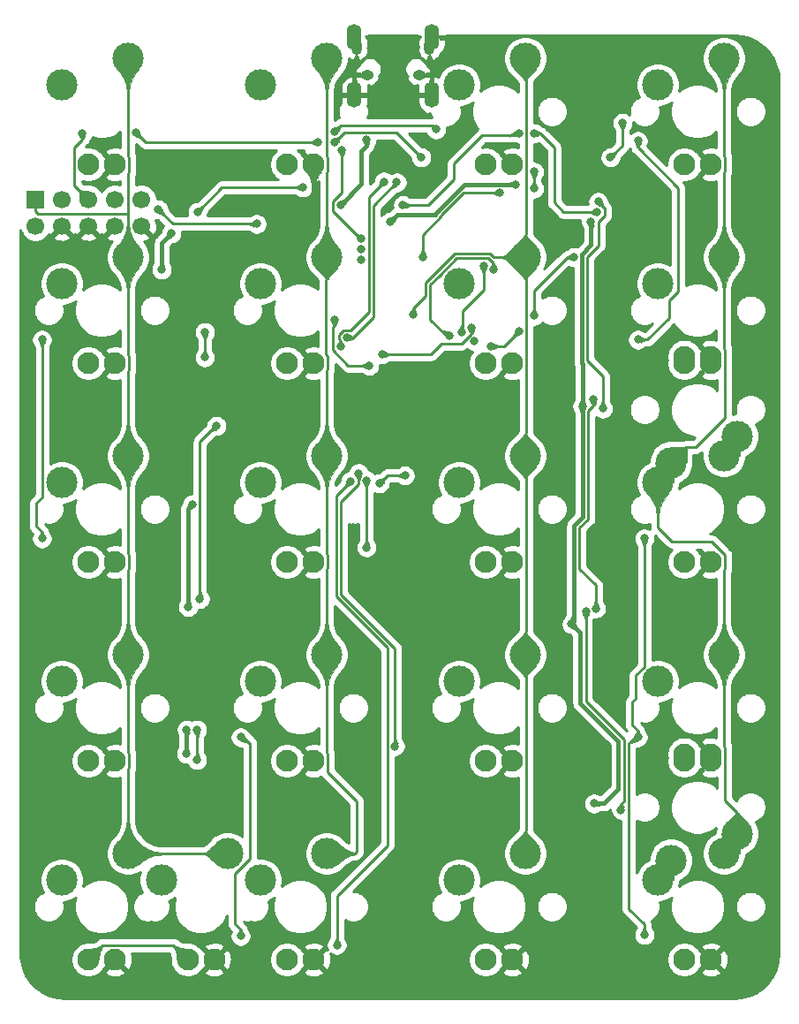
<source format=gbr>
G04 #@! TF.GenerationSoftware,KiCad,Pcbnew,(5.1.2)-1*
G04 #@! TF.CreationDate,2019-05-27T14:02:07+07:00*
G04 #@! TF.ProjectId,numpad,6e756d70-6164-42e6-9b69-6361645f7063,rev?*
G04 #@! TF.SameCoordinates,Original*
G04 #@! TF.FileFunction,Copper,L1,Top*
G04 #@! TF.FilePolarity,Positive*
%FSLAX46Y46*%
G04 Gerber Fmt 4.6, Leading zero omitted, Abs format (unit mm)*
G04 Created by KiCad (PCBNEW (5.1.2)-1) date 2019-05-27 14:02:07*
%MOMM*%
%LPD*%
G04 APERTURE LIST*
%ADD10C,2.100000*%
%ADD11O,1.400000X2.500000*%
%ADD12C,1.700000*%
%ADD13R,1.700000X1.700000*%
%ADD14C,3.000000*%
%ADD15O,1.000000X1.550000*%
%ADD16O,1.250000X0.950000*%
%ADD17C,0.800000*%
%ADD18C,0.250000*%
%ADD19C,0.400000*%
%ADD20C,0.254000*%
%ADD21C,0.025400*%
G04 APERTURE END LIST*
D10*
X45726326Y-31820433D03*
X43186326Y-31820433D03*
X45726326Y-50870433D03*
X43186326Y-50870433D03*
X43186326Y-69920433D03*
X45726326Y-69920433D03*
X45726326Y-88970433D03*
X43186326Y-88970433D03*
X45726326Y-108020433D03*
X43186326Y-108020433D03*
X52711326Y-108020433D03*
X55251326Y-108020433D03*
X64776326Y-31820433D03*
X62236326Y-31820433D03*
X62236326Y-50870433D03*
X64776326Y-50870433D03*
X62236326Y-69920433D03*
X64776326Y-69920433D03*
X64776326Y-88970433D03*
X62236326Y-88970433D03*
X62236326Y-108020433D03*
X64776326Y-108020433D03*
X81286326Y-31820433D03*
X83826326Y-31820433D03*
X83826326Y-50870433D03*
X81286326Y-50870433D03*
X83826326Y-69920433D03*
X81286326Y-69920433D03*
X83826326Y-88970433D03*
X81286326Y-88970433D03*
X81286326Y-108020433D03*
X83826326Y-108020433D03*
X102876326Y-31820433D03*
X100336326Y-31820433D03*
X100336326Y-50870433D03*
X102876326Y-50870433D03*
X100336326Y-50235433D03*
X102876326Y-50235433D03*
X100336326Y-69920433D03*
X102876326Y-69920433D03*
X102876326Y-88970433D03*
X100336326Y-88970433D03*
X102876326Y-88335433D03*
X100336326Y-88335433D03*
X100336326Y-108020433D03*
X102876326Y-108020433D03*
D11*
X76106326Y-25150433D03*
X76106326Y-19650433D03*
X68706326Y-19650433D03*
X68706326Y-25150433D03*
D12*
X43188146Y-37739333D03*
X43188146Y-35199333D03*
X40648146Y-37739333D03*
X40648146Y-35199333D03*
X38108146Y-37739333D03*
D13*
X38108146Y-35199333D03*
D12*
X45728146Y-37739333D03*
X48268146Y-37739333D03*
X45728146Y-35199333D03*
X48268146Y-35199333D03*
D14*
X40646326Y-24200433D03*
X46996326Y-21660433D03*
X46996326Y-40710433D03*
X40646326Y-43250433D03*
X40646326Y-62300433D03*
X46996326Y-59760433D03*
X40646326Y-81350433D03*
X46996326Y-78810433D03*
X40646326Y-100400433D03*
X46996326Y-97860433D03*
X50171326Y-100400433D03*
X56521326Y-97860433D03*
X59696326Y-24200433D03*
X66046326Y-21660433D03*
X66046326Y-40710433D03*
X59696326Y-43250433D03*
X66046326Y-59760433D03*
X59696326Y-62300433D03*
X59696326Y-81350433D03*
X66046326Y-78810433D03*
X66046326Y-97860433D03*
X59696326Y-100400433D03*
X78746326Y-24200433D03*
X85096326Y-21660433D03*
X78746326Y-43250433D03*
X85096326Y-40710433D03*
X85096326Y-59760433D03*
X78746326Y-62300433D03*
X78746326Y-81350433D03*
X85096326Y-78810433D03*
X85096326Y-97860433D03*
X78746326Y-100400433D03*
X97796326Y-24200433D03*
X104146326Y-21660433D03*
X104146326Y-59760433D03*
X97796326Y-62300433D03*
X104146326Y-40710433D03*
X97796326Y-43250433D03*
X104146326Y-78810433D03*
X97796326Y-81350433D03*
D15*
X75895426Y-20522973D03*
X68895426Y-20522973D03*
D16*
X74895426Y-23222973D03*
X69895426Y-23222973D03*
D14*
X105416326Y-57855433D03*
X99066326Y-60395433D03*
X99066326Y-98495433D03*
X105416326Y-95955433D03*
X104146326Y-97860433D03*
X97796326Y-100400433D03*
D17*
X63738146Y-34019333D03*
X53658146Y-36369333D03*
X69601526Y-52313706D03*
X75786426Y-51537833D03*
X68577906Y-66635593D03*
X75253026Y-32978053D03*
X86467126Y-31144333D03*
X86841306Y-35356873D03*
X71481860Y-58748159D03*
X43937366Y-39919873D03*
X58588086Y-39909713D03*
X51945986Y-31862993D03*
X97488186Y-34496973D03*
X97536446Y-37984393D03*
X93086366Y-47123313D03*
X82509806Y-54296273D03*
X75422125Y-29508267D03*
X90376186Y-31481993D03*
X77847314Y-48261706D03*
X82014062Y-41881559D03*
X51148146Y-38419333D03*
X50228146Y-41899333D03*
X67385493Y-35711986D03*
X69868146Y-29469333D03*
X52758146Y-74229333D03*
X53163146Y-64389333D03*
X52618143Y-85994333D03*
X52588146Y-88294333D03*
X91678146Y-93059333D03*
X89518146Y-75869333D03*
X90554091Y-54989532D03*
X91396148Y-37333832D03*
X84188146Y-33729333D03*
X72128146Y-37329333D03*
X78968146Y-47939333D03*
X81078146Y-41529333D03*
X70108146Y-51109333D03*
X66771326Y-46714233D03*
X67356258Y-49287665D03*
X71538146Y-33469333D03*
X68028146Y-48429333D03*
X72768146Y-33549333D03*
X71118146Y-62369333D03*
X73548146Y-61629333D03*
X67488146Y-30419333D03*
X69353146Y-38965435D03*
X71338146Y-50019333D03*
X79938146Y-47479333D03*
X69858146Y-68519333D03*
X69838146Y-62089333D03*
X72598146Y-87569333D03*
X69107089Y-61407013D03*
X67028146Y-106619333D03*
X68321848Y-62191213D03*
X55468146Y-56879333D03*
X53888146Y-73459333D03*
X85948146Y-28844333D03*
X84476327Y-28819333D03*
X91978146Y-36389333D03*
X73362770Y-35721571D03*
X53618146Y-85994333D03*
X53618146Y-88899333D03*
X92528146Y-55219333D03*
X92088577Y-35395447D03*
X91848146Y-74379333D03*
X91638146Y-54359333D03*
X94273146Y-93679333D03*
X90892620Y-74674248D03*
X95898146Y-48619333D03*
X95898146Y-29569333D03*
X76525566Y-28456853D03*
X66829006Y-28640839D03*
X38748146Y-67669333D03*
X38748146Y-48619333D03*
X57798146Y-105769333D03*
X57798146Y-86719333D03*
X96500000Y-67669333D03*
X96508146Y-105659333D03*
X96508146Y-105659333D03*
X95898146Y-86719333D03*
X69353146Y-39965438D03*
X49908146Y-36149333D03*
X59328146Y-37519343D03*
X69353135Y-40965441D03*
X74339255Y-46198224D03*
X89707415Y-40709333D03*
X85926327Y-46329333D03*
X84476327Y-47804333D03*
X81818146Y-49254333D03*
X80217300Y-48788487D03*
X54358146Y-47894333D03*
X54348146Y-50299333D03*
X42618146Y-28844333D03*
X47721326Y-28769333D03*
X65198146Y-29694333D03*
X66818508Y-29676643D03*
X75118146Y-31144333D03*
X94408146Y-27849333D03*
X93258146Y-31144333D03*
X85926327Y-32529334D03*
X85926327Y-34129334D03*
X82678146Y-34529333D03*
X75256326Y-40690432D03*
D18*
X56008146Y-34019333D02*
X63738146Y-34019333D01*
X53658146Y-36369333D02*
X56008146Y-34019333D01*
D19*
X64776326Y-31820433D02*
X64776326Y-37614066D01*
X64776326Y-37614066D02*
X62722125Y-39668267D01*
X69601526Y-52313706D02*
X69601526Y-54167668D01*
X69601526Y-54167668D02*
X70342125Y-54908267D01*
X75786426Y-51537833D02*
X73712559Y-51537833D01*
X73712559Y-51537833D02*
X72882125Y-52368267D01*
X76652566Y-31578513D02*
X76652566Y-30738708D01*
X75253026Y-32978053D02*
X76652566Y-31578513D01*
X76652566Y-30738708D02*
X75597124Y-29683266D01*
X75597124Y-29683266D02*
X75422125Y-29508267D01*
X71481860Y-58748159D02*
X71582233Y-58748159D01*
X71582233Y-58748159D02*
X72882125Y-57448267D01*
X75895426Y-20522973D02*
X75895426Y-19861333D01*
X75895426Y-19861333D02*
X76106326Y-19650433D01*
X102876326Y-88335433D02*
X102876326Y-88970433D01*
D18*
X77570519Y-48261706D02*
X77847314Y-48261706D01*
X75988146Y-46679333D02*
X77570519Y-48261706D01*
X76848146Y-42447611D02*
X75988146Y-43307611D01*
X75988146Y-43307611D02*
X75988146Y-46679333D01*
X82014062Y-41315874D02*
X81502520Y-40804332D01*
X82014062Y-41881559D02*
X82014062Y-41315874D01*
X81502520Y-40804332D02*
X78491425Y-40804332D01*
X78491425Y-40804332D02*
X76848146Y-42447611D01*
D19*
X50228146Y-39339333D02*
X51148146Y-38419333D01*
X50228146Y-41899333D02*
X50228146Y-39339333D01*
X69378146Y-33719333D02*
X67385493Y-35711986D01*
X69378146Y-30525018D02*
X69378146Y-33719333D01*
X69868146Y-29469333D02*
X69868146Y-30035018D01*
X69868146Y-30035018D02*
X69378146Y-30525018D01*
X52758146Y-64794333D02*
X52758146Y-74229333D01*
X53163146Y-64389333D02*
X52758146Y-64794333D01*
X52588146Y-86024330D02*
X52618143Y-85994333D01*
X52588146Y-88294333D02*
X52588146Y-86024330D01*
X92628146Y-93059333D02*
X91678146Y-93059333D01*
X94023126Y-91664353D02*
X92628146Y-93059333D01*
X94023126Y-87136789D02*
X94023126Y-91664353D01*
X90367611Y-83481274D02*
X94023126Y-87136789D01*
X90367610Y-76718797D02*
X90367611Y-83481274D01*
X89518146Y-75869333D02*
X90367610Y-76718797D01*
X89773137Y-75614342D02*
X89518146Y-75869333D01*
X89773137Y-70796800D02*
X89773137Y-75614342D01*
X89773136Y-66411867D02*
X89773137Y-70796800D01*
X90593136Y-65591867D02*
X89773136Y-66411867D01*
X90593136Y-55594262D02*
X90593136Y-65591867D01*
X90554091Y-54989532D02*
X90554091Y-55555217D01*
X90554091Y-55555217D02*
X90593136Y-55594262D01*
X90554091Y-50945278D02*
X90554091Y-54989532D01*
X90507415Y-50898602D02*
X90554091Y-50945278D01*
X90507415Y-40447588D02*
X90507415Y-50898602D01*
X91396148Y-39558855D02*
X90507415Y-40447588D01*
X91396148Y-37333832D02*
X91396148Y-39558855D01*
X79228146Y-33729333D02*
X84188146Y-33729333D01*
X76423376Y-36534103D02*
X79228146Y-33729333D01*
X76423376Y-36646579D02*
X76423376Y-36534103D01*
X73545303Y-36646580D02*
X76423376Y-36646579D01*
X72128146Y-37329333D02*
X72810900Y-36646579D01*
X72810900Y-36646579D02*
X73545303Y-36646580D01*
D18*
X79058146Y-47849333D02*
X78968146Y-47939333D01*
X79058146Y-45856639D02*
X79058146Y-47849333D01*
X81078146Y-41529333D02*
X81078146Y-43836639D01*
X81078146Y-43836639D02*
X79058146Y-45856639D01*
X66631257Y-47419987D02*
X66771326Y-47279918D01*
X66631257Y-49635666D02*
X66631257Y-47419987D01*
X66771326Y-47279918D02*
X66771326Y-46714233D01*
X70108146Y-51109333D02*
X68104924Y-51109333D01*
X68104924Y-51109333D02*
X66631257Y-49635666D01*
X67356258Y-48721980D02*
X67356258Y-49287665D01*
X67253144Y-48131331D02*
X67253144Y-48618866D01*
X67253144Y-48618866D02*
X67356258Y-48721980D01*
X68337463Y-47704331D02*
X67680144Y-47704331D01*
X70078146Y-34929333D02*
X70078145Y-45963649D01*
X71538146Y-33469333D02*
X70078146Y-34929333D01*
X67680144Y-47704331D02*
X67253144Y-48131331D01*
X70078145Y-45963649D02*
X68337463Y-47704331D01*
X70528156Y-46495008D02*
X68593831Y-48429333D01*
X70528156Y-35789323D02*
X70528156Y-46495008D01*
X68593831Y-48429333D02*
X68028146Y-48429333D01*
X72768146Y-33549333D02*
X70528156Y-35789323D01*
X71518145Y-61969334D02*
X71118146Y-62369333D01*
X73548146Y-61629333D02*
X71858146Y-61629333D01*
X71858146Y-61629333D02*
X71518145Y-61969334D01*
X67488146Y-30419333D02*
X67488146Y-34536331D01*
X67488146Y-34536331D02*
X66660492Y-35363985D01*
X66660492Y-35363985D02*
X66660492Y-36272781D01*
X66660492Y-36272781D02*
X68953147Y-38565436D01*
X68953147Y-38565436D02*
X69353146Y-38965435D01*
X76032894Y-50019333D02*
X71338146Y-50019333D01*
X77065520Y-48986707D02*
X76032894Y-50019333D01*
X79938146Y-48042335D02*
X78993774Y-48986707D01*
X79938146Y-47479333D02*
X79938146Y-48042335D01*
X78993774Y-48986707D02*
X77065520Y-48986707D01*
X69858146Y-68519333D02*
X69858146Y-62109333D01*
X69858146Y-62109333D02*
X69838146Y-62089333D01*
X72598146Y-86889333D02*
X72598146Y-87289333D01*
X72598146Y-78209333D02*
X72598146Y-86889333D01*
X72598146Y-87569333D02*
X72598146Y-86889333D01*
X67410425Y-73021612D02*
X72598146Y-78209333D01*
X67410425Y-64987054D02*
X67410425Y-73021612D01*
X68719034Y-62819333D02*
X67410425Y-64127942D01*
X67410425Y-64127942D02*
X67410425Y-64987054D01*
X69107089Y-61407013D02*
X69107089Y-62431278D01*
X69107089Y-62431278D02*
X68719034Y-62819333D01*
X67028146Y-106039333D02*
X67028146Y-106249333D01*
X67028146Y-106619333D02*
X67028146Y-106039333D01*
X67028146Y-101899331D02*
X67028146Y-106039333D01*
X71873145Y-97054332D02*
X67028146Y-101899331D01*
X66960416Y-73208013D02*
X71873145Y-78120742D01*
X71873145Y-78120742D02*
X71873145Y-97054332D01*
X66960415Y-65149333D02*
X66960416Y-73208013D01*
X68321848Y-62191213D02*
X66960415Y-63552646D01*
X66960415Y-63552646D02*
X66960415Y-65149333D01*
X44561327Y-106645432D02*
X51336325Y-106645432D01*
X43186326Y-108020433D02*
X44561327Y-106645432D01*
X51336325Y-106645432D02*
X52711326Y-108020433D01*
X100336326Y-50235433D02*
X100336326Y-50870433D01*
X100336326Y-88335433D02*
X100336326Y-88970433D01*
X104146326Y-59760433D02*
X105646325Y-58260434D01*
X105646325Y-58260434D02*
X105646325Y-58085432D01*
X105646325Y-58085432D02*
X105416326Y-57855433D01*
X99066326Y-98495433D02*
X97566327Y-99995432D01*
X97566327Y-99995432D02*
X97566327Y-100170434D01*
X97566327Y-100170434D02*
X97796326Y-100400433D01*
X55408146Y-56879333D02*
X55468146Y-56879333D01*
X53888146Y-58399333D02*
X55408146Y-56879333D01*
X53888146Y-73459333D02*
X53888146Y-58399333D01*
X85948146Y-28844333D02*
X86513831Y-28844333D01*
X86513831Y-28844333D02*
X87848146Y-30178648D01*
X88756327Y-36389333D02*
X91978146Y-36389333D01*
X87848146Y-30178648D02*
X87848146Y-35481152D01*
X87848146Y-35481152D02*
X88756327Y-36389333D01*
X80968145Y-29059334D02*
X84236326Y-29059334D01*
X78258146Y-31769333D02*
X80968145Y-29059334D01*
X84236326Y-29059334D02*
X84476327Y-28819333D01*
X78258146Y-33219333D02*
X78258146Y-31769333D01*
X75755908Y-35721571D02*
X78258146Y-33219333D01*
X73362770Y-35721571D02*
X75755908Y-35721571D01*
X53618146Y-88899333D02*
X53618146Y-85994333D01*
X92528146Y-52119333D02*
X92528146Y-55219333D01*
X91032425Y-50623612D02*
X92528146Y-52119333D01*
X92121148Y-39576331D02*
X91032425Y-40665054D01*
X91032425Y-40665054D02*
X91032425Y-50623612D01*
X92121148Y-37319333D02*
X92121148Y-39576331D01*
X92703147Y-36010017D02*
X92703147Y-36737334D01*
X92088577Y-35395447D02*
X92703147Y-36010017D01*
X92703147Y-36737334D02*
X92121148Y-37319333D01*
X91848146Y-72129333D02*
X91848146Y-74379333D01*
X90298146Y-70579333D02*
X91848146Y-72129333D01*
X90298146Y-66629333D02*
X90298146Y-70579333D01*
X91118146Y-65809333D02*
X90298146Y-66629333D01*
X91118146Y-55445018D02*
X91118146Y-65809333D01*
X91638146Y-54359333D02*
X91638146Y-54925018D01*
X91638146Y-54925018D02*
X91118146Y-55445018D01*
X94273146Y-93679333D02*
X94273146Y-93113648D01*
X94273146Y-93113648D02*
X94548136Y-92838658D01*
X94548136Y-92838658D02*
X94548136Y-86919323D01*
X90892620Y-83263807D02*
X90892620Y-74674248D01*
X94548136Y-86919323D02*
X90892620Y-83263807D01*
X99720846Y-44026915D02*
X99720846Y-34062633D01*
X99720846Y-34062633D02*
X95898146Y-30239933D01*
X98910586Y-44837175D02*
X99720846Y-44026915D01*
X98910586Y-46506893D02*
X98910586Y-44837175D01*
X95898146Y-48619333D02*
X96798146Y-48619333D01*
X96798146Y-48619333D02*
X98910586Y-46506893D01*
X95898146Y-30239933D02*
X95898146Y-29569333D01*
X38748146Y-48619333D02*
X38748146Y-63728279D01*
X38748146Y-63728279D02*
X38200425Y-64276000D01*
X38200425Y-66521612D02*
X38748146Y-67069333D01*
X38200425Y-64276000D02*
X38200425Y-66521612D01*
X38748146Y-67069333D02*
X38748146Y-67669333D01*
X67398711Y-28071134D02*
X76139847Y-28071134D01*
X66829006Y-28640839D02*
X67398711Y-28071134D01*
X76139847Y-28071134D02*
X76525566Y-28456853D01*
X57250425Y-103689333D02*
X57250425Y-104031612D01*
X57250425Y-99832336D02*
X57250425Y-103689333D01*
X57798146Y-105769333D02*
X57798146Y-105169333D01*
X57798146Y-105169333D02*
X57250425Y-104621612D01*
X57250425Y-104621612D02*
X57250425Y-103689333D01*
X57798146Y-86719333D02*
X58098146Y-86719333D01*
X58698146Y-98384615D02*
X57250425Y-99832336D01*
X58698146Y-87319333D02*
X58698146Y-98384615D01*
X58098146Y-86719333D02*
X58698146Y-87319333D01*
X96500000Y-67669333D02*
X96500000Y-79957479D01*
X96500000Y-79957479D02*
X95670227Y-80787252D01*
X95670227Y-80787252D02*
X95670227Y-83006198D01*
X95670227Y-83006198D02*
X95350425Y-83326000D01*
X95350425Y-83326000D02*
X95350425Y-85571612D01*
X95350425Y-85571612D02*
X95898146Y-86119333D01*
X95898146Y-86119333D02*
X95898146Y-86719333D01*
X95598146Y-86719333D02*
X94998146Y-87319333D01*
X95898146Y-86719333D02*
X95598146Y-86719333D01*
X94998146Y-87319333D02*
X94998146Y-103152587D01*
X94998146Y-103152587D02*
X96508146Y-104662587D01*
X96508146Y-104662587D02*
X96508146Y-105659333D01*
X46996326Y-36599333D02*
X46996326Y-40710433D01*
X46996326Y-32651153D02*
X46996326Y-36599333D01*
X38108146Y-36299333D02*
X38373145Y-36564332D01*
X38373145Y-36564332D02*
X46961325Y-36564332D01*
X38108146Y-35199333D02*
X38108146Y-36299333D01*
X46961325Y-36564332D02*
X46996326Y-36599333D01*
X56521326Y-97860433D02*
X54400006Y-97860433D01*
X54400006Y-97860433D02*
X46996326Y-97860433D01*
X46996326Y-88205431D02*
X47101327Y-88310432D01*
X46996326Y-78810433D02*
X46996326Y-88205431D01*
X46996326Y-89735435D02*
X46996326Y-97860433D01*
X47101327Y-88310432D02*
X47101327Y-89630434D01*
X47101327Y-89630434D02*
X46996326Y-89735435D01*
X46996326Y-69155431D02*
X47101327Y-69260432D01*
X46996326Y-59760433D02*
X46996326Y-69155431D01*
X47101327Y-70580434D02*
X46996326Y-70685435D01*
X47101327Y-69260432D02*
X47101327Y-70580434D01*
X46996326Y-70685435D02*
X46996326Y-78810433D01*
X46996326Y-40710433D02*
X46996326Y-50105431D01*
X46996326Y-50105431D02*
X47101327Y-50210432D01*
X47101327Y-51530434D02*
X46996326Y-51635435D01*
X47101327Y-50210432D02*
X47101327Y-51530434D01*
X46996326Y-51635435D02*
X46996326Y-59760433D01*
X47101327Y-32546152D02*
X46996326Y-32651153D01*
X46996326Y-31055431D02*
X47101327Y-31160432D01*
X46996326Y-21660433D02*
X46996326Y-31055431D01*
X47101327Y-31160432D02*
X47101327Y-32546152D01*
X51278156Y-37519343D02*
X49908146Y-36149333D01*
X59328146Y-37519343D02*
X51278156Y-37519343D01*
X66151327Y-51436152D02*
X66046326Y-51541153D01*
X65943144Y-50002249D02*
X66151327Y-50210432D01*
X66046326Y-51541153D02*
X66046326Y-59760433D01*
X66151327Y-50210432D02*
X66151327Y-51436152D01*
X65943144Y-42934935D02*
X65943144Y-50002249D01*
X66046326Y-40710433D02*
X66046326Y-42831753D01*
X66046326Y-42831753D02*
X65943144Y-42934935D01*
X66151327Y-88310432D02*
X66046326Y-88205431D01*
X68767046Y-97860433D02*
X68928146Y-97699333D01*
X66151327Y-90072514D02*
X66151327Y-88310432D01*
X68928146Y-92849333D02*
X66151327Y-90072514D01*
X68928146Y-97699333D02*
X68928146Y-92849333D01*
X66046326Y-97860433D02*
X68767046Y-97860433D01*
X66046326Y-88205431D02*
X66046326Y-78810433D01*
X66046326Y-69155431D02*
X66151327Y-69260432D01*
X66151327Y-69260432D02*
X66151327Y-70496152D01*
X66046326Y-59760433D02*
X66046326Y-69155431D01*
X66151327Y-70496152D02*
X66046326Y-70601153D01*
X66046326Y-70601153D02*
X66046326Y-78810433D01*
X66151327Y-32480434D02*
X66046326Y-32585435D01*
X66046326Y-32585435D02*
X66046326Y-40710433D01*
X66151327Y-31160432D02*
X66151327Y-32480434D01*
X66046326Y-21660433D02*
X66046326Y-31055431D01*
X66046326Y-31055431D02*
X66151327Y-31160432D01*
X81688921Y-40354323D02*
X82045031Y-40710433D01*
X80538146Y-40354322D02*
X81688921Y-40354323D01*
X82045031Y-40710433D02*
X82975006Y-40710433D01*
X82975006Y-40710433D02*
X85096326Y-40710433D01*
X80538146Y-40354322D02*
X81088146Y-40354322D01*
X80178146Y-40354322D02*
X80538146Y-40354322D01*
X78305025Y-40354322D02*
X80178146Y-40354322D01*
X75538137Y-43121210D02*
X78305025Y-40354322D01*
X74339255Y-45632539D02*
X75538136Y-44433658D01*
X74339255Y-46198224D02*
X74339255Y-45632539D01*
X75538136Y-44433658D02*
X75538137Y-43121210D01*
X85096326Y-40710433D02*
X85096326Y-38589113D01*
X85096326Y-38589113D02*
X85201327Y-38484112D01*
X85201327Y-38484112D02*
X85201327Y-23886754D01*
X85201327Y-23886754D02*
X85096326Y-23781753D01*
X85096326Y-23781753D02*
X85096326Y-21660433D01*
X85096326Y-59760433D02*
X85096326Y-57639113D01*
X85096326Y-57639113D02*
X85201327Y-57534112D01*
X85201327Y-57534112D02*
X85201327Y-42936754D01*
X85201327Y-42936754D02*
X85096326Y-42831753D01*
X85096326Y-42831753D02*
X85096326Y-40710433D01*
X85096326Y-78810433D02*
X85096326Y-76689113D01*
X85096326Y-76689113D02*
X85201327Y-76584112D01*
X85201327Y-76584112D02*
X85201327Y-61986754D01*
X85201327Y-61986754D02*
X85096326Y-61881753D01*
X85096326Y-61881753D02*
X85096326Y-59760433D01*
X85096326Y-97860433D02*
X85096326Y-95739113D01*
X85096326Y-95739113D02*
X85201327Y-95634112D01*
X85201327Y-95634112D02*
X85201327Y-81036754D01*
X85096326Y-80931753D02*
X85096326Y-78810433D01*
X85201327Y-81036754D02*
X85096326Y-80931753D01*
X104146326Y-78810433D02*
X104146326Y-87570431D01*
X104146326Y-87570431D02*
X104251327Y-87675432D01*
X104251327Y-87675432D02*
X104251327Y-92768774D01*
X104251327Y-92768774D02*
X105416326Y-93933773D01*
X105416326Y-93933773D02*
X105416326Y-95955433D01*
X105416326Y-95955433D02*
X103916327Y-97455432D01*
X103916327Y-97455432D02*
X103916327Y-97630434D01*
X103916327Y-97630434D02*
X104146326Y-97860433D01*
X99066326Y-60395433D02*
X97566327Y-61895432D01*
X97566327Y-61895432D02*
X97566327Y-62070434D01*
X97566327Y-62070434D02*
X97796326Y-62300433D01*
X85926327Y-43897304D02*
X88864298Y-40959333D01*
X88891730Y-40959333D02*
X88864298Y-40959333D01*
X89707415Y-40709333D02*
X89141730Y-40709333D01*
X89141730Y-40709333D02*
X88891730Y-40959333D01*
X85926327Y-46329333D02*
X85926327Y-43897304D01*
X83026327Y-49254333D02*
X84476327Y-47804333D01*
X81818146Y-49254333D02*
X83026327Y-49254333D01*
X99148146Y-67959333D02*
X97796326Y-66607513D01*
X102950228Y-67959333D02*
X99148146Y-67959333D01*
X97796326Y-66607513D02*
X97796326Y-62300433D01*
X104251327Y-69260432D02*
X102950228Y-67959333D01*
X104251327Y-70580434D02*
X104251327Y-69260432D01*
X104146326Y-78810433D02*
X104146326Y-70685435D01*
X104146326Y-70685435D02*
X104251327Y-70580434D01*
X104146326Y-40710433D02*
X104146326Y-49470431D01*
X104251327Y-56102406D02*
X101458299Y-58895434D01*
X104146326Y-49470431D02*
X104251327Y-49575432D01*
X104251327Y-49575432D02*
X104251327Y-56102406D01*
X101458299Y-58895434D02*
X100566325Y-58895434D01*
X100566325Y-58895434D02*
X99066326Y-60395433D01*
X104251327Y-32480434D02*
X104146326Y-32585435D01*
X104146326Y-32585435D02*
X104146326Y-40710433D01*
X104146326Y-31055431D02*
X104251327Y-31160432D01*
X104251327Y-31160432D02*
X104251327Y-32480434D01*
X104146326Y-21660433D02*
X104146326Y-31055431D01*
X54348146Y-47904333D02*
X54358146Y-47894333D01*
X54348146Y-50299333D02*
X54348146Y-47904333D01*
X42618146Y-28844333D02*
X42618146Y-29410018D01*
X42618146Y-29410018D02*
X41811325Y-30216839D01*
X41811325Y-30216839D02*
X41811325Y-33822512D01*
X41811325Y-33822512D02*
X42338147Y-34349334D01*
X42338147Y-34349334D02*
X43188146Y-35199333D01*
X47748146Y-28769333D02*
X47721326Y-28769333D01*
X48673146Y-29694333D02*
X47748146Y-28769333D01*
X65198146Y-29694333D02*
X48673146Y-29694333D01*
X72718145Y-28744332D02*
X67750819Y-28744332D01*
X75118146Y-31144333D02*
X72718145Y-28744332D01*
X67750819Y-28744332D02*
X66818508Y-29676643D01*
X94408146Y-29994333D02*
X94408146Y-27849333D01*
X93258146Y-31144333D02*
X94408146Y-29994333D01*
X85926327Y-34129334D02*
X85926327Y-32529334D01*
X79170622Y-34529333D02*
X82678146Y-34529333D01*
X77088146Y-36611809D02*
X79170622Y-34529333D01*
X75256326Y-38556105D02*
X77088146Y-36724285D01*
X75256326Y-40690432D02*
X75256326Y-38556105D01*
X77088146Y-36724285D02*
X77088146Y-36611809D01*
D20*
G36*
X74771326Y-19523433D02*
G01*
X75014270Y-19523433D01*
X74895423Y-19696295D01*
X74860548Y-19777433D01*
X74771326Y-19777433D01*
X74771326Y-20069734D01*
X74760426Y-20120973D01*
X74760426Y-20395973D01*
X74784722Y-20395973D01*
X74821754Y-20585438D01*
X74848234Y-20649973D01*
X74760426Y-20649973D01*
X74760426Y-20924973D01*
X74807011Y-21143960D01*
X74895423Y-21349651D01*
X75022265Y-21534142D01*
X75182662Y-21690342D01*
X75370450Y-21812249D01*
X75593552Y-21892092D01*
X75768426Y-21765927D01*
X75768426Y-21492334D01*
X75772997Y-21493149D01*
X75979324Y-21369808D01*
X75979324Y-21535433D01*
X76022426Y-21535433D01*
X76022426Y-21765927D01*
X76197300Y-21892092D01*
X76420402Y-21812249D01*
X76608190Y-21690342D01*
X76768587Y-21534142D01*
X76895429Y-21349651D01*
X76938748Y-21248870D01*
X76960511Y-21234223D01*
X77145781Y-21047716D01*
X77291105Y-20828648D01*
X77390898Y-20585438D01*
X77441326Y-20327433D01*
X77441326Y-19777433D01*
X76930304Y-19777433D01*
X76895429Y-19696295D01*
X76776582Y-19523433D01*
X77441326Y-19523433D01*
X77441326Y-19475783D01*
X105099470Y-19475783D01*
X105886948Y-19546064D01*
X106617844Y-19746014D01*
X107301776Y-20072233D01*
X107917129Y-20514409D01*
X108444460Y-21058572D01*
X108867087Y-21687509D01*
X109171664Y-22381353D01*
X109349916Y-23123822D01*
X109397201Y-23767732D01*
X109397202Y-107433335D01*
X109326920Y-108220825D01*
X109126970Y-108951720D01*
X108800751Y-109635652D01*
X108358575Y-110251005D01*
X107814412Y-110778336D01*
X107185475Y-111200963D01*
X106491630Y-111505541D01*
X105749162Y-111683791D01*
X105105252Y-111731077D01*
X40964717Y-111731077D01*
X40177238Y-111660796D01*
X39446343Y-111460846D01*
X38762411Y-111134627D01*
X38147058Y-110692451D01*
X37619727Y-110148288D01*
X37197100Y-109519351D01*
X36892522Y-108825506D01*
X36714272Y-108083038D01*
X36697488Y-107854475D01*
X41501326Y-107854475D01*
X41501326Y-108186391D01*
X41566080Y-108511929D01*
X41693098Y-108818580D01*
X41877501Y-109094558D01*
X42112201Y-109329258D01*
X42388179Y-109513661D01*
X42694830Y-109640679D01*
X43020368Y-109705433D01*
X43352284Y-109705433D01*
X43677822Y-109640679D01*
X43984473Y-109513661D01*
X44260451Y-109329258D01*
X44398210Y-109191499D01*
X44734865Y-109191499D01*
X44836665Y-109461012D01*
X45134803Y-109606896D01*
X45455672Y-109691813D01*
X45786943Y-109712499D01*
X46115883Y-109668161D01*
X46429853Y-109560502D01*
X46615987Y-109461012D01*
X46717787Y-109191499D01*
X45726326Y-108200038D01*
X44734865Y-109191499D01*
X44398210Y-109191499D01*
X44495151Y-109094558D01*
X44551368Y-109010424D01*
X44555260Y-109011894D01*
X45546721Y-108020433D01*
X45532579Y-108006291D01*
X45712184Y-107826686D01*
X45726326Y-107840828D01*
X45740469Y-107826686D01*
X45920074Y-108006291D01*
X45905931Y-108020433D01*
X46897392Y-109011894D01*
X47166905Y-108910094D01*
X47312789Y-108611956D01*
X47397706Y-108291087D01*
X47418392Y-107959816D01*
X47374054Y-107630876D01*
X47296750Y-107405432D01*
X50937586Y-107405432D01*
X50957871Y-107460218D01*
X50981596Y-107544727D01*
X51001105Y-107641196D01*
X51015544Y-107749914D01*
X51024133Y-107870890D01*
X51026326Y-108011501D01*
X51026326Y-108186391D01*
X51091080Y-108511929D01*
X51218098Y-108818580D01*
X51402501Y-109094558D01*
X51637201Y-109329258D01*
X51913179Y-109513661D01*
X52219830Y-109640679D01*
X52545368Y-109705433D01*
X52877284Y-109705433D01*
X53202822Y-109640679D01*
X53509473Y-109513661D01*
X53785451Y-109329258D01*
X53923210Y-109191499D01*
X54259865Y-109191499D01*
X54361665Y-109461012D01*
X54659803Y-109606896D01*
X54980672Y-109691813D01*
X55311943Y-109712499D01*
X55640883Y-109668161D01*
X55954853Y-109560502D01*
X56140987Y-109461012D01*
X56242787Y-109191499D01*
X55251326Y-108200038D01*
X54259865Y-109191499D01*
X53923210Y-109191499D01*
X54020151Y-109094558D01*
X54076368Y-109010424D01*
X54080260Y-109011894D01*
X55071721Y-108020433D01*
X55430931Y-108020433D01*
X56422392Y-109011894D01*
X56691905Y-108910094D01*
X56837789Y-108611956D01*
X56922706Y-108291087D01*
X56943392Y-107959816D01*
X56929194Y-107854475D01*
X60551326Y-107854475D01*
X60551326Y-108186391D01*
X60616080Y-108511929D01*
X60743098Y-108818580D01*
X60927501Y-109094558D01*
X61162201Y-109329258D01*
X61438179Y-109513661D01*
X61744830Y-109640679D01*
X62070368Y-109705433D01*
X62402284Y-109705433D01*
X62727822Y-109640679D01*
X63034473Y-109513661D01*
X63310451Y-109329258D01*
X63448210Y-109191499D01*
X63784865Y-109191499D01*
X63886665Y-109461012D01*
X64184803Y-109606896D01*
X64505672Y-109691813D01*
X64836943Y-109712499D01*
X65165883Y-109668161D01*
X65479853Y-109560502D01*
X65665987Y-109461012D01*
X65767787Y-109191499D01*
X64776326Y-108200038D01*
X63784865Y-109191499D01*
X63448210Y-109191499D01*
X63545151Y-109094558D01*
X63601368Y-109010424D01*
X63605260Y-109011894D01*
X64596721Y-108020433D01*
X63605260Y-107028972D01*
X63601368Y-107030442D01*
X63545151Y-106946308D01*
X63448210Y-106849367D01*
X63784865Y-106849367D01*
X64776326Y-107840828D01*
X65767787Y-106849367D01*
X65665987Y-106579854D01*
X65367849Y-106433970D01*
X65046980Y-106349053D01*
X64715709Y-106328367D01*
X64386769Y-106372705D01*
X64072799Y-106480364D01*
X63886665Y-106579854D01*
X63784865Y-106849367D01*
X63448210Y-106849367D01*
X63310451Y-106711608D01*
X63034473Y-106527205D01*
X62727822Y-106400187D01*
X62402284Y-106335433D01*
X62070368Y-106335433D01*
X61744830Y-106400187D01*
X61438179Y-106527205D01*
X61162201Y-106711608D01*
X60927501Y-106946308D01*
X60743098Y-107222286D01*
X60616080Y-107528937D01*
X60551326Y-107854475D01*
X56929194Y-107854475D01*
X56899054Y-107630876D01*
X56791395Y-107316906D01*
X56691905Y-107130772D01*
X56422392Y-107028972D01*
X55430931Y-108020433D01*
X55071721Y-108020433D01*
X54080260Y-107028972D01*
X54076368Y-107030442D01*
X54020151Y-106946308D01*
X53923210Y-106849367D01*
X54259865Y-106849367D01*
X55251326Y-107840828D01*
X56242787Y-106849367D01*
X56140987Y-106579854D01*
X55842849Y-106433970D01*
X55521980Y-106349053D01*
X55190709Y-106328367D01*
X54861769Y-106372705D01*
X54547799Y-106480364D01*
X54361665Y-106579854D01*
X54259865Y-106849367D01*
X53923210Y-106849367D01*
X53785451Y-106711608D01*
X53509473Y-106527205D01*
X53202822Y-106400187D01*
X52877284Y-106335433D01*
X52702394Y-106335433D01*
X52561783Y-106333240D01*
X52440807Y-106324651D01*
X52332089Y-106310212D01*
X52235620Y-106290703D01*
X52151111Y-106266978D01*
X52077991Y-106239905D01*
X52015226Y-106210199D01*
X51961497Y-106178333D01*
X51915119Y-106144282D01*
X51888458Y-106120214D01*
X51876326Y-106105431D01*
X51760601Y-106010458D01*
X51628572Y-105939886D01*
X51485311Y-105896429D01*
X51373658Y-105885432D01*
X51373647Y-105885432D01*
X51336325Y-105881756D01*
X51299003Y-105885432D01*
X44598649Y-105885432D01*
X44561326Y-105881756D01*
X44524003Y-105885432D01*
X44523994Y-105885432D01*
X44412341Y-105896429D01*
X44269080Y-105939886D01*
X44137050Y-106010458D01*
X44062999Y-106071231D01*
X44021326Y-106105431D01*
X44009192Y-106120216D01*
X43982538Y-106144278D01*
X43936154Y-106178333D01*
X43882425Y-106210199D01*
X43819666Y-106239902D01*
X43746529Y-106266981D01*
X43662035Y-106290702D01*
X43565562Y-106310212D01*
X43456844Y-106324651D01*
X43335868Y-106333240D01*
X43195258Y-106335433D01*
X43020368Y-106335433D01*
X42694830Y-106400187D01*
X42388179Y-106527205D01*
X42112201Y-106711608D01*
X41877501Y-106946308D01*
X41693098Y-107222286D01*
X41566080Y-107528937D01*
X41501326Y-107854475D01*
X36697488Y-107854475D01*
X36666986Y-107439128D01*
X36666986Y-102794085D01*
X37890426Y-102794085D01*
X37890426Y-103086781D01*
X37947528Y-103373854D01*
X38059538Y-103644271D01*
X38222152Y-103887639D01*
X38429120Y-104094607D01*
X38672488Y-104257221D01*
X38942905Y-104369231D01*
X39229978Y-104426333D01*
X39522674Y-104426333D01*
X39809747Y-104369231D01*
X40080164Y-104257221D01*
X40323532Y-104094607D01*
X40530500Y-103887639D01*
X40693114Y-103644271D01*
X40805124Y-103373854D01*
X40862226Y-103086781D01*
X40862226Y-102794085D01*
X40810777Y-102535433D01*
X40856605Y-102535433D01*
X41269082Y-102453386D01*
X41657628Y-102292445D01*
X41964034Y-102087712D01*
X41928453Y-102173611D01*
X41827426Y-102681509D01*
X41827426Y-103199357D01*
X41928453Y-103707255D01*
X42126625Y-104185684D01*
X42414326Y-104616259D01*
X42780500Y-104982433D01*
X43211075Y-105270134D01*
X43689504Y-105468306D01*
X44197402Y-105569333D01*
X44715250Y-105569333D01*
X45223148Y-105468306D01*
X45701577Y-105270134D01*
X46132152Y-104982433D01*
X46498326Y-104616259D01*
X46786027Y-104185684D01*
X46984199Y-103707255D01*
X47085226Y-103199357D01*
X47085226Y-102681509D01*
X46984199Y-102173611D01*
X46786027Y-101695182D01*
X46498326Y-101264607D01*
X46132152Y-100898433D01*
X45701577Y-100610732D01*
X45223148Y-100412560D01*
X44715250Y-100311533D01*
X44197402Y-100311533D01*
X43689504Y-100412560D01*
X43211075Y-100610732D01*
X42780500Y-100898433D01*
X42710089Y-100968844D01*
X42781326Y-100610712D01*
X42781326Y-100190154D01*
X42699279Y-99777677D01*
X42538338Y-99389131D01*
X42304689Y-99039450D01*
X42007309Y-98742070D01*
X41657628Y-98508421D01*
X41269082Y-98347480D01*
X40856605Y-98265433D01*
X40436047Y-98265433D01*
X40023570Y-98347480D01*
X39635024Y-98508421D01*
X39285343Y-98742070D01*
X38987963Y-99039450D01*
X38754314Y-99389131D01*
X38593373Y-99777677D01*
X38511326Y-100190154D01*
X38511326Y-100610712D01*
X38593373Y-101023189D01*
X38754314Y-101411735D01*
X38847476Y-101551163D01*
X38672488Y-101623645D01*
X38429120Y-101786259D01*
X38222152Y-101993227D01*
X38059538Y-102236595D01*
X37947528Y-102507012D01*
X37890426Y-102794085D01*
X36666986Y-102794085D01*
X36666986Y-88804475D01*
X41501326Y-88804475D01*
X41501326Y-89136391D01*
X41566080Y-89461929D01*
X41693098Y-89768580D01*
X41877501Y-90044558D01*
X42112201Y-90279258D01*
X42388179Y-90463661D01*
X42694830Y-90590679D01*
X43020368Y-90655433D01*
X43352284Y-90655433D01*
X43677822Y-90590679D01*
X43984473Y-90463661D01*
X44260451Y-90279258D01*
X44495151Y-90044558D01*
X44551368Y-89960424D01*
X44555260Y-89961894D01*
X45546721Y-88970433D01*
X44555260Y-87978972D01*
X44551368Y-87980442D01*
X44495151Y-87896308D01*
X44260451Y-87661608D01*
X43984473Y-87477205D01*
X43677822Y-87350187D01*
X43352284Y-87285433D01*
X43020368Y-87285433D01*
X42694830Y-87350187D01*
X42388179Y-87477205D01*
X42112201Y-87661608D01*
X41877501Y-87896308D01*
X41693098Y-88172286D01*
X41566080Y-88478937D01*
X41501326Y-88804475D01*
X36666986Y-88804475D01*
X36666986Y-69754475D01*
X41501326Y-69754475D01*
X41501326Y-70086391D01*
X41566080Y-70411929D01*
X41693098Y-70718580D01*
X41877501Y-70994558D01*
X42112201Y-71229258D01*
X42388179Y-71413661D01*
X42694830Y-71540679D01*
X43020368Y-71605433D01*
X43352284Y-71605433D01*
X43677822Y-71540679D01*
X43984473Y-71413661D01*
X44260451Y-71229258D01*
X44495151Y-70994558D01*
X44551368Y-70910424D01*
X44555260Y-70911894D01*
X45546721Y-69920433D01*
X44555260Y-68928972D01*
X44551368Y-68930442D01*
X44495151Y-68846308D01*
X44260451Y-68611608D01*
X43984473Y-68427205D01*
X43677822Y-68300187D01*
X43352284Y-68235433D01*
X43020368Y-68235433D01*
X42694830Y-68300187D01*
X42388179Y-68427205D01*
X42112201Y-68611608D01*
X41877501Y-68846308D01*
X41693098Y-69122286D01*
X41566080Y-69428937D01*
X41501326Y-69754475D01*
X36666986Y-69754475D01*
X36666986Y-38105990D01*
X36680214Y-38172491D01*
X36792156Y-38442744D01*
X36954671Y-38685965D01*
X37161514Y-38892808D01*
X37404735Y-39055323D01*
X37674988Y-39167265D01*
X37961886Y-39224333D01*
X38254406Y-39224333D01*
X38541304Y-39167265D01*
X38811557Y-39055323D01*
X39054778Y-38892808D01*
X39179856Y-38767730D01*
X39799354Y-38767730D01*
X39876989Y-39016805D01*
X40141029Y-39142704D01*
X40424557Y-39214672D01*
X40716677Y-39229944D01*
X41006165Y-39187932D01*
X41281893Y-39090252D01*
X41419303Y-39016805D01*
X41496938Y-38767730D01*
X42339354Y-38767730D01*
X42416989Y-39016805D01*
X42681029Y-39142704D01*
X42964557Y-39214672D01*
X43256677Y-39229944D01*
X43546165Y-39187932D01*
X43821893Y-39090252D01*
X43959303Y-39016805D01*
X44036938Y-38767730D01*
X43188146Y-37918938D01*
X42339354Y-38767730D01*
X41496938Y-38767730D01*
X40648146Y-37918938D01*
X39799354Y-38767730D01*
X39179856Y-38767730D01*
X39261621Y-38685965D01*
X39377457Y-38512604D01*
X39619749Y-38588125D01*
X40468541Y-37739333D01*
X40454399Y-37725191D01*
X40634004Y-37545586D01*
X40648146Y-37559728D01*
X40662289Y-37545586D01*
X40841894Y-37725191D01*
X40827751Y-37739333D01*
X41676543Y-38588125D01*
X41918146Y-38512819D01*
X42159749Y-38588125D01*
X43008541Y-37739333D01*
X42994399Y-37725191D01*
X43174004Y-37545586D01*
X43188146Y-37559728D01*
X43202289Y-37545586D01*
X43381894Y-37725191D01*
X43367751Y-37739333D01*
X44216543Y-38588125D01*
X44458146Y-38512819D01*
X44699749Y-38588125D01*
X45548541Y-37739333D01*
X45534399Y-37725191D01*
X45714004Y-37545586D01*
X45728146Y-37559728D01*
X45742289Y-37545586D01*
X45921894Y-37725191D01*
X45907751Y-37739333D01*
X45921894Y-37753476D01*
X45742289Y-37933081D01*
X45728146Y-37918938D01*
X44879354Y-38767730D01*
X44956989Y-39016805D01*
X45221029Y-39142704D01*
X45479182Y-39208231D01*
X45337963Y-39349450D01*
X45104314Y-39699131D01*
X44943373Y-40087677D01*
X44861326Y-40500154D01*
X44861326Y-40920712D01*
X44943373Y-41333189D01*
X45104314Y-41721735D01*
X45337963Y-42071416D01*
X45493017Y-42226470D01*
X45643925Y-42385909D01*
X45769493Y-42541129D01*
X45878896Y-42701259D01*
X45972949Y-42866903D01*
X46052335Y-43038925D01*
X46117516Y-43218362D01*
X46168667Y-43406283D01*
X46205693Y-43603684D01*
X46228280Y-43811464D01*
X46229482Y-43845763D01*
X46132152Y-43748433D01*
X45701577Y-43460732D01*
X45223148Y-43262560D01*
X44715250Y-43161533D01*
X44197402Y-43161533D01*
X43689504Y-43262560D01*
X43211075Y-43460732D01*
X42780500Y-43748433D01*
X42710089Y-43818844D01*
X42781326Y-43460712D01*
X42781326Y-43040154D01*
X42699279Y-42627677D01*
X42538338Y-42239131D01*
X42304689Y-41889450D01*
X42007309Y-41592070D01*
X41657628Y-41358421D01*
X41269082Y-41197480D01*
X40856605Y-41115433D01*
X40436047Y-41115433D01*
X40023570Y-41197480D01*
X39635024Y-41358421D01*
X39285343Y-41592070D01*
X38987963Y-41889450D01*
X38754314Y-42239131D01*
X38593373Y-42627677D01*
X38511326Y-43040154D01*
X38511326Y-43460712D01*
X38593373Y-43873189D01*
X38754314Y-44261735D01*
X38847476Y-44401163D01*
X38672488Y-44473645D01*
X38429120Y-44636259D01*
X38222152Y-44843227D01*
X38059538Y-45086595D01*
X37947528Y-45357012D01*
X37890426Y-45644085D01*
X37890426Y-45936781D01*
X37947528Y-46223854D01*
X38059538Y-46494271D01*
X38222152Y-46737639D01*
X38429120Y-46944607D01*
X38672488Y-47107221D01*
X38942905Y-47219231D01*
X39229978Y-47276333D01*
X39522674Y-47276333D01*
X39809747Y-47219231D01*
X40080164Y-47107221D01*
X40323532Y-46944607D01*
X40530500Y-46737639D01*
X40693114Y-46494271D01*
X40805124Y-46223854D01*
X40862226Y-45936781D01*
X40862226Y-45644085D01*
X40810777Y-45385433D01*
X40856605Y-45385433D01*
X41269082Y-45303386D01*
X41657628Y-45142445D01*
X41964034Y-44937712D01*
X41928453Y-45023611D01*
X41827426Y-45531509D01*
X41827426Y-46049357D01*
X41928453Y-46557255D01*
X42126625Y-47035684D01*
X42414326Y-47466259D01*
X42780500Y-47832433D01*
X43211075Y-48120134D01*
X43689504Y-48318306D01*
X44197402Y-48419333D01*
X44715250Y-48419333D01*
X45223148Y-48318306D01*
X45701577Y-48120134D01*
X46132152Y-47832433D01*
X46236327Y-47728258D01*
X46236327Y-49262395D01*
X45996980Y-49199053D01*
X45665709Y-49178367D01*
X45336769Y-49222705D01*
X45022799Y-49330364D01*
X44836665Y-49429854D01*
X44734865Y-49699367D01*
X45726326Y-50690828D01*
X45740469Y-50676686D01*
X45920074Y-50856291D01*
X45905931Y-50870433D01*
X45920074Y-50884576D01*
X45740469Y-51064181D01*
X45726326Y-51050038D01*
X44734865Y-52041499D01*
X44836665Y-52311012D01*
X45134803Y-52456896D01*
X45455672Y-52541813D01*
X45786943Y-52562499D01*
X46115883Y-52518161D01*
X46236326Y-52476862D01*
X46236327Y-56429756D01*
X46228280Y-56659401D01*
X46205693Y-56867181D01*
X46168667Y-57064582D01*
X46117516Y-57252503D01*
X46052335Y-57431940D01*
X45972949Y-57603962D01*
X45878896Y-57769606D01*
X45769493Y-57929736D01*
X45643920Y-58084963D01*
X45493033Y-58244380D01*
X45337963Y-58399450D01*
X45104314Y-58749131D01*
X44943373Y-59137677D01*
X44861326Y-59550154D01*
X44861326Y-59970712D01*
X44943373Y-60383189D01*
X45104314Y-60771735D01*
X45337963Y-61121416D01*
X45493017Y-61276470D01*
X45643925Y-61435909D01*
X45769493Y-61591129D01*
X45878896Y-61751259D01*
X45972949Y-61916903D01*
X46052335Y-62088925D01*
X46117516Y-62268362D01*
X46168667Y-62456283D01*
X46205693Y-62653684D01*
X46228280Y-62861464D01*
X46229482Y-62895763D01*
X46132152Y-62798433D01*
X45701577Y-62510732D01*
X45223148Y-62312560D01*
X44715250Y-62211533D01*
X44197402Y-62211533D01*
X43689504Y-62312560D01*
X43211075Y-62510732D01*
X42780500Y-62798433D01*
X42710089Y-62868844D01*
X42781326Y-62510712D01*
X42781326Y-62090154D01*
X42699279Y-61677677D01*
X42538338Y-61289131D01*
X42304689Y-60939450D01*
X42007309Y-60642070D01*
X41657628Y-60408421D01*
X41269082Y-60247480D01*
X40856605Y-60165433D01*
X40436047Y-60165433D01*
X40023570Y-60247480D01*
X39635024Y-60408421D01*
X39508146Y-60493198D01*
X39508146Y-50704475D01*
X41501326Y-50704475D01*
X41501326Y-51036391D01*
X41566080Y-51361929D01*
X41693098Y-51668580D01*
X41877501Y-51944558D01*
X42112201Y-52179258D01*
X42388179Y-52363661D01*
X42694830Y-52490679D01*
X43020368Y-52555433D01*
X43352284Y-52555433D01*
X43677822Y-52490679D01*
X43984473Y-52363661D01*
X44260451Y-52179258D01*
X44495151Y-51944558D01*
X44551368Y-51860424D01*
X44555260Y-51861894D01*
X45546721Y-50870433D01*
X44555260Y-49878972D01*
X44551368Y-49880442D01*
X44495151Y-49796308D01*
X44260451Y-49561608D01*
X43984473Y-49377205D01*
X43677822Y-49250187D01*
X43352284Y-49185433D01*
X43020368Y-49185433D01*
X42694830Y-49250187D01*
X42388179Y-49377205D01*
X42112201Y-49561608D01*
X41877501Y-49796308D01*
X41693098Y-50072286D01*
X41566080Y-50378937D01*
X41501326Y-50704475D01*
X39508146Y-50704475D01*
X39508146Y-49323044D01*
X39552083Y-49279107D01*
X39665351Y-49109589D01*
X39743372Y-48921231D01*
X39783146Y-48721272D01*
X39783146Y-48517394D01*
X39743372Y-48317435D01*
X39665351Y-48129077D01*
X39552083Y-47959559D01*
X39407920Y-47815396D01*
X39238402Y-47702128D01*
X39050044Y-47624107D01*
X38850085Y-47584333D01*
X38646207Y-47584333D01*
X38446248Y-47624107D01*
X38257890Y-47702128D01*
X38088372Y-47815396D01*
X37944209Y-47959559D01*
X37830941Y-48129077D01*
X37752920Y-48317435D01*
X37713146Y-48517394D01*
X37713146Y-48721272D01*
X37752920Y-48921231D01*
X37830941Y-49109589D01*
X37944209Y-49279107D01*
X37988146Y-49323044D01*
X37988147Y-63413476D01*
X37689427Y-63712197D01*
X37660424Y-63735999D01*
X37611148Y-63796043D01*
X37565451Y-63851724D01*
X37503988Y-63966712D01*
X37494879Y-63983754D01*
X37451422Y-64127015D01*
X37440425Y-64238668D01*
X37440425Y-64238678D01*
X37436749Y-64276000D01*
X37440425Y-64313323D01*
X37440426Y-66484280D01*
X37436749Y-66521612D01*
X37440426Y-66558945D01*
X37451423Y-66670598D01*
X37457820Y-66691687D01*
X37494879Y-66813858D01*
X37565451Y-66945888D01*
X37617705Y-67009559D01*
X37660425Y-67061613D01*
X37689422Y-67085410D01*
X37816925Y-67212914D01*
X37752920Y-67367435D01*
X37713146Y-67567394D01*
X37713146Y-67771272D01*
X37752920Y-67971231D01*
X37830941Y-68159589D01*
X37944209Y-68329107D01*
X38088372Y-68473270D01*
X38257890Y-68586538D01*
X38446248Y-68664559D01*
X38646207Y-68704333D01*
X38850085Y-68704333D01*
X39050044Y-68664559D01*
X39238402Y-68586538D01*
X39407920Y-68473270D01*
X39552083Y-68329107D01*
X39665351Y-68159589D01*
X39743372Y-67971231D01*
X39783146Y-67771272D01*
X39783146Y-67567394D01*
X39743372Y-67367435D01*
X39665351Y-67179077D01*
X39552083Y-67009559D01*
X39500894Y-66958370D01*
X39497149Y-66920347D01*
X39453692Y-66777086D01*
X39383120Y-66645057D01*
X39362820Y-66620321D01*
X39311945Y-66558329D01*
X39311941Y-66558325D01*
X39288147Y-66529332D01*
X39259155Y-66505539D01*
X39042696Y-66289080D01*
X39229978Y-66326333D01*
X39522674Y-66326333D01*
X39809747Y-66269231D01*
X40080164Y-66157221D01*
X40323532Y-65994607D01*
X40530500Y-65787639D01*
X40693114Y-65544271D01*
X40805124Y-65273854D01*
X40862226Y-64986781D01*
X40862226Y-64694085D01*
X40810777Y-64435433D01*
X40856605Y-64435433D01*
X41269082Y-64353386D01*
X41657628Y-64192445D01*
X41964034Y-63987712D01*
X41928453Y-64073611D01*
X41827426Y-64581509D01*
X41827426Y-65099357D01*
X41928453Y-65607255D01*
X42126625Y-66085684D01*
X42414326Y-66516259D01*
X42780500Y-66882433D01*
X43211075Y-67170134D01*
X43689504Y-67368306D01*
X44197402Y-67469333D01*
X44715250Y-67469333D01*
X45223148Y-67368306D01*
X45701577Y-67170134D01*
X46132152Y-66882433D01*
X46236327Y-66778258D01*
X46236327Y-68312395D01*
X45996980Y-68249053D01*
X45665709Y-68228367D01*
X45336769Y-68272705D01*
X45022799Y-68380364D01*
X44836665Y-68479854D01*
X44734865Y-68749367D01*
X45726326Y-69740828D01*
X45740469Y-69726686D01*
X45920074Y-69906291D01*
X45905931Y-69920433D01*
X45920074Y-69934576D01*
X45740469Y-70114181D01*
X45726326Y-70100038D01*
X44734865Y-71091499D01*
X44836665Y-71361012D01*
X45134803Y-71506896D01*
X45455672Y-71591813D01*
X45786943Y-71612499D01*
X46115883Y-71568161D01*
X46236326Y-71526862D01*
X46236327Y-75479756D01*
X46228280Y-75709401D01*
X46205693Y-75917181D01*
X46168667Y-76114582D01*
X46117516Y-76302503D01*
X46052335Y-76481940D01*
X45972949Y-76653962D01*
X45878896Y-76819606D01*
X45769493Y-76979736D01*
X45643920Y-77134963D01*
X45493033Y-77294380D01*
X45337963Y-77449450D01*
X45104314Y-77799131D01*
X44943373Y-78187677D01*
X44861326Y-78600154D01*
X44861326Y-79020712D01*
X44943373Y-79433189D01*
X45104314Y-79821735D01*
X45337963Y-80171416D01*
X45493017Y-80326470D01*
X45643925Y-80485909D01*
X45769493Y-80641129D01*
X45878896Y-80801259D01*
X45972949Y-80966903D01*
X46052335Y-81138925D01*
X46117516Y-81318362D01*
X46168667Y-81506283D01*
X46205693Y-81703684D01*
X46228280Y-81911464D01*
X46229482Y-81945763D01*
X46132152Y-81848433D01*
X45701577Y-81560732D01*
X45223148Y-81362560D01*
X44715250Y-81261533D01*
X44197402Y-81261533D01*
X43689504Y-81362560D01*
X43211075Y-81560732D01*
X42780500Y-81848433D01*
X42710089Y-81918844D01*
X42781326Y-81560712D01*
X42781326Y-81140154D01*
X42699279Y-80727677D01*
X42538338Y-80339131D01*
X42304689Y-79989450D01*
X42007309Y-79692070D01*
X41657628Y-79458421D01*
X41269082Y-79297480D01*
X40856605Y-79215433D01*
X40436047Y-79215433D01*
X40023570Y-79297480D01*
X39635024Y-79458421D01*
X39285343Y-79692070D01*
X38987963Y-79989450D01*
X38754314Y-80339131D01*
X38593373Y-80727677D01*
X38511326Y-81140154D01*
X38511326Y-81560712D01*
X38593373Y-81973189D01*
X38754314Y-82361735D01*
X38847476Y-82501163D01*
X38672488Y-82573645D01*
X38429120Y-82736259D01*
X38222152Y-82943227D01*
X38059538Y-83186595D01*
X37947528Y-83457012D01*
X37890426Y-83744085D01*
X37890426Y-84036781D01*
X37947528Y-84323854D01*
X38059538Y-84594271D01*
X38222152Y-84837639D01*
X38429120Y-85044607D01*
X38672488Y-85207221D01*
X38942905Y-85319231D01*
X39229978Y-85376333D01*
X39522674Y-85376333D01*
X39809747Y-85319231D01*
X40080164Y-85207221D01*
X40323532Y-85044607D01*
X40530500Y-84837639D01*
X40693114Y-84594271D01*
X40805124Y-84323854D01*
X40862226Y-84036781D01*
X40862226Y-83744085D01*
X40810777Y-83485433D01*
X40856605Y-83485433D01*
X41269082Y-83403386D01*
X41657628Y-83242445D01*
X41964034Y-83037712D01*
X41928453Y-83123611D01*
X41827426Y-83631509D01*
X41827426Y-84149357D01*
X41928453Y-84657255D01*
X42126625Y-85135684D01*
X42414326Y-85566259D01*
X42780500Y-85932433D01*
X43211075Y-86220134D01*
X43689504Y-86418306D01*
X44197402Y-86519333D01*
X44715250Y-86519333D01*
X45223148Y-86418306D01*
X45701577Y-86220134D01*
X46132152Y-85932433D01*
X46236327Y-85828258D01*
X46236327Y-87362395D01*
X45996980Y-87299053D01*
X45665709Y-87278367D01*
X45336769Y-87322705D01*
X45022799Y-87430364D01*
X44836665Y-87529854D01*
X44734865Y-87799367D01*
X45726326Y-88790828D01*
X45740469Y-88776686D01*
X45920074Y-88956291D01*
X45905931Y-88970433D01*
X45920074Y-88984576D01*
X45740469Y-89164181D01*
X45726326Y-89150038D01*
X44734865Y-90141499D01*
X44836665Y-90411012D01*
X45134803Y-90556896D01*
X45455672Y-90641813D01*
X45786943Y-90662499D01*
X46115883Y-90618161D01*
X46236326Y-90576862D01*
X46236327Y-94529756D01*
X46228280Y-94759401D01*
X46205693Y-94967181D01*
X46168667Y-95164582D01*
X46117516Y-95352503D01*
X46052335Y-95531940D01*
X45972949Y-95703962D01*
X45878896Y-95869606D01*
X45769493Y-96029736D01*
X45643920Y-96184963D01*
X45493033Y-96344380D01*
X45337963Y-96499450D01*
X45104314Y-96849131D01*
X44943373Y-97237677D01*
X44861326Y-97650154D01*
X44861326Y-98070712D01*
X44943373Y-98483189D01*
X45104314Y-98871735D01*
X45337963Y-99221416D01*
X45635343Y-99518796D01*
X45985024Y-99752445D01*
X46373570Y-99913386D01*
X46786047Y-99995433D01*
X47206605Y-99995433D01*
X47619082Y-99913386D01*
X48007628Y-99752445D01*
X48175204Y-99640474D01*
X48118373Y-99777677D01*
X48036326Y-100190154D01*
X48036326Y-100610712D01*
X48118373Y-101023189D01*
X48279314Y-101411735D01*
X48372476Y-101551163D01*
X48197488Y-101623645D01*
X47954120Y-101786259D01*
X47747152Y-101993227D01*
X47584538Y-102236595D01*
X47472528Y-102507012D01*
X47415426Y-102794085D01*
X47415426Y-103086781D01*
X47472528Y-103373854D01*
X47584538Y-103644271D01*
X47747152Y-103887639D01*
X47954120Y-104094607D01*
X48197488Y-104257221D01*
X48467905Y-104369231D01*
X48754978Y-104426333D01*
X49047674Y-104426333D01*
X49218826Y-104392289D01*
X49389978Y-104426333D01*
X49682674Y-104426333D01*
X49969747Y-104369231D01*
X50240164Y-104257221D01*
X50483532Y-104094607D01*
X50690500Y-103887639D01*
X50853114Y-103644271D01*
X50965124Y-103373854D01*
X51022226Y-103086781D01*
X51022226Y-102794085D01*
X50965124Y-102507012D01*
X50921116Y-102400767D01*
X51182628Y-102292445D01*
X51489034Y-102087712D01*
X51453453Y-102173611D01*
X51352426Y-102681509D01*
X51352426Y-103199357D01*
X51453453Y-103707255D01*
X51651625Y-104185684D01*
X51939326Y-104616259D01*
X52305500Y-104982433D01*
X52736075Y-105270134D01*
X53214504Y-105468306D01*
X53722402Y-105569333D01*
X54240250Y-105569333D01*
X54748148Y-105468306D01*
X55226577Y-105270134D01*
X55657152Y-104982433D01*
X56023326Y-104616259D01*
X56311027Y-104185684D01*
X56490425Y-103752579D01*
X56490425Y-104068945D01*
X56490426Y-104068951D01*
X56490425Y-104584289D01*
X56486749Y-104621612D01*
X56490425Y-104658934D01*
X56490425Y-104658944D01*
X56501422Y-104770597D01*
X56533725Y-104877086D01*
X56544879Y-104913858D01*
X56615451Y-105045888D01*
X56649078Y-105086862D01*
X56710424Y-105161613D01*
X56739427Y-105185415D01*
X56866925Y-105312914D01*
X56802920Y-105467435D01*
X56763146Y-105667394D01*
X56763146Y-105871272D01*
X56802920Y-106071231D01*
X56880941Y-106259589D01*
X56994209Y-106429107D01*
X57138372Y-106573270D01*
X57307890Y-106686538D01*
X57496248Y-106764559D01*
X57696207Y-106804333D01*
X57900085Y-106804333D01*
X58100044Y-106764559D01*
X58288402Y-106686538D01*
X58457920Y-106573270D01*
X58602083Y-106429107D01*
X58715351Y-106259589D01*
X58793372Y-106071231D01*
X58833146Y-105871272D01*
X58833146Y-105667394D01*
X58793372Y-105467435D01*
X58715351Y-105279077D01*
X58602083Y-105109559D01*
X58550894Y-105058370D01*
X58547149Y-105020347D01*
X58503692Y-104877086D01*
X58433120Y-104745057D01*
X58412820Y-104720321D01*
X58361945Y-104658329D01*
X58361941Y-104658325D01*
X58338147Y-104629332D01*
X58309153Y-104605538D01*
X58092696Y-104389080D01*
X58279978Y-104426333D01*
X58572674Y-104426333D01*
X58743826Y-104392289D01*
X58914978Y-104426333D01*
X59207674Y-104426333D01*
X59494747Y-104369231D01*
X59765164Y-104257221D01*
X60008532Y-104094607D01*
X60215500Y-103887639D01*
X60378114Y-103644271D01*
X60490124Y-103373854D01*
X60547226Y-103086781D01*
X60547226Y-102794085D01*
X60490124Y-102507012D01*
X60446116Y-102400767D01*
X60707628Y-102292445D01*
X61014034Y-102087712D01*
X60978453Y-102173611D01*
X60877426Y-102681509D01*
X60877426Y-103199357D01*
X60978453Y-103707255D01*
X61176625Y-104185684D01*
X61464326Y-104616259D01*
X61830500Y-104982433D01*
X62261075Y-105270134D01*
X62739504Y-105468306D01*
X63247402Y-105569333D01*
X63765250Y-105569333D01*
X64273148Y-105468306D01*
X64751577Y-105270134D01*
X65182152Y-104982433D01*
X65548326Y-104616259D01*
X65836027Y-104185684D01*
X66034199Y-103707255D01*
X66135226Y-103199357D01*
X66135226Y-102681509D01*
X66034199Y-102173611D01*
X65836027Y-101695182D01*
X65548326Y-101264607D01*
X65182152Y-100898433D01*
X64751577Y-100610732D01*
X64273148Y-100412560D01*
X63765250Y-100311533D01*
X63247402Y-100311533D01*
X62739504Y-100412560D01*
X62261075Y-100610732D01*
X61830500Y-100898433D01*
X61760089Y-100968844D01*
X61831326Y-100610712D01*
X61831326Y-100190154D01*
X61749279Y-99777677D01*
X61588338Y-99389131D01*
X61354689Y-99039450D01*
X61057309Y-98742070D01*
X60707628Y-98508421D01*
X60319082Y-98347480D01*
X59906605Y-98265433D01*
X59486047Y-98265433D01*
X59458146Y-98270983D01*
X59458146Y-88804475D01*
X60551326Y-88804475D01*
X60551326Y-89136391D01*
X60616080Y-89461929D01*
X60743098Y-89768580D01*
X60927501Y-90044558D01*
X61162201Y-90279258D01*
X61438179Y-90463661D01*
X61744830Y-90590679D01*
X62070368Y-90655433D01*
X62402284Y-90655433D01*
X62727822Y-90590679D01*
X63034473Y-90463661D01*
X63310451Y-90279258D01*
X63545151Y-90044558D01*
X63601368Y-89960424D01*
X63605260Y-89961894D01*
X64596721Y-88970433D01*
X63605260Y-87978972D01*
X63601368Y-87980442D01*
X63545151Y-87896308D01*
X63310451Y-87661608D01*
X63034473Y-87477205D01*
X62727822Y-87350187D01*
X62402284Y-87285433D01*
X62070368Y-87285433D01*
X61744830Y-87350187D01*
X61438179Y-87477205D01*
X61162201Y-87661608D01*
X60927501Y-87896308D01*
X60743098Y-88172286D01*
X60616080Y-88478937D01*
X60551326Y-88804475D01*
X59458146Y-88804475D01*
X59458146Y-87356655D01*
X59461822Y-87319332D01*
X59458146Y-87282009D01*
X59458146Y-87282000D01*
X59447149Y-87170347D01*
X59403692Y-87027086D01*
X59333120Y-86895056D01*
X59261945Y-86808330D01*
X59238147Y-86779332D01*
X59209150Y-86755535D01*
X58738445Y-86284831D01*
X58715351Y-86229077D01*
X58602083Y-86059559D01*
X58457920Y-85915396D01*
X58288402Y-85802128D01*
X58100044Y-85724107D01*
X57900085Y-85684333D01*
X57696207Y-85684333D01*
X57496248Y-85724107D01*
X57307890Y-85802128D01*
X57138372Y-85915396D01*
X56994209Y-86059559D01*
X56880941Y-86229077D01*
X56802920Y-86417435D01*
X56763146Y-86617394D01*
X56763146Y-86821272D01*
X56802920Y-87021231D01*
X56880941Y-87209589D01*
X56994209Y-87379107D01*
X57138372Y-87523270D01*
X57307890Y-87636538D01*
X57496248Y-87714559D01*
X57696207Y-87754333D01*
X57794719Y-87754333D01*
X57812077Y-87754783D01*
X57827514Y-87756132D01*
X57854275Y-87759830D01*
X57890820Y-87766435D01*
X57936070Y-87776254D01*
X57938146Y-87776769D01*
X57938147Y-96257908D01*
X57882309Y-96202070D01*
X57532628Y-95968421D01*
X57144082Y-95807480D01*
X56731605Y-95725433D01*
X56311047Y-95725433D01*
X55898570Y-95807480D01*
X55510024Y-95968421D01*
X55160343Y-96202070D01*
X54862963Y-96499450D01*
X54859420Y-96504752D01*
X54826920Y-96537635D01*
X54673342Y-96690061D01*
X54536365Y-96822806D01*
X54416536Y-96935462D01*
X54315024Y-97027156D01*
X54233804Y-97096593D01*
X54228934Y-97100433D01*
X50326986Y-97100433D01*
X50097357Y-97092387D01*
X49889577Y-97069800D01*
X49692176Y-97032774D01*
X49504255Y-96981623D01*
X49324818Y-96916442D01*
X49152796Y-96837056D01*
X48987152Y-96743003D01*
X48827022Y-96633600D01*
X48671802Y-96508032D01*
X48512363Y-96357124D01*
X48499619Y-96344380D01*
X48348732Y-96184963D01*
X48223159Y-96029736D01*
X48113756Y-95869606D01*
X48019703Y-95703962D01*
X47940317Y-95531940D01*
X47875136Y-95352503D01*
X47823985Y-95164582D01*
X47786959Y-94967181D01*
X47764372Y-94759401D01*
X47756326Y-94529773D01*
X47756326Y-90017246D01*
X47806873Y-89922681D01*
X47850330Y-89779420D01*
X47861327Y-89667767D01*
X47861327Y-89667756D01*
X47865003Y-89630434D01*
X47861327Y-89593111D01*
X47861327Y-88347755D01*
X47865003Y-88310432D01*
X47861327Y-88273110D01*
X47861327Y-88273099D01*
X47853379Y-88192394D01*
X51553146Y-88192394D01*
X51553146Y-88396272D01*
X51592920Y-88596231D01*
X51670941Y-88784589D01*
X51784209Y-88954107D01*
X51928372Y-89098270D01*
X52097890Y-89211538D01*
X52286248Y-89289559D01*
X52486207Y-89329333D01*
X52675982Y-89329333D01*
X52700941Y-89389589D01*
X52814209Y-89559107D01*
X52958372Y-89703270D01*
X53127890Y-89816538D01*
X53316248Y-89894559D01*
X53516207Y-89934333D01*
X53720085Y-89934333D01*
X53920044Y-89894559D01*
X54108402Y-89816538D01*
X54277920Y-89703270D01*
X54422083Y-89559107D01*
X54535351Y-89389589D01*
X54613372Y-89201231D01*
X54653146Y-89001272D01*
X54653146Y-88797394D01*
X54613372Y-88597435D01*
X54535351Y-88409077D01*
X54422083Y-88239559D01*
X54378146Y-88195622D01*
X54378146Y-86698044D01*
X54422083Y-86654107D01*
X54535351Y-86484589D01*
X54613372Y-86296231D01*
X54653146Y-86096272D01*
X54653146Y-85892394D01*
X54613372Y-85692435D01*
X54535351Y-85504077D01*
X54422083Y-85334559D01*
X54277920Y-85190396D01*
X54108402Y-85077128D01*
X53920044Y-84999107D01*
X53720085Y-84959333D01*
X53516207Y-84959333D01*
X53316248Y-84999107D01*
X53127890Y-85077128D01*
X53118144Y-85083640D01*
X53108399Y-85077128D01*
X52920041Y-84999107D01*
X52720082Y-84959333D01*
X52516204Y-84959333D01*
X52316245Y-84999107D01*
X52127887Y-85077128D01*
X51958369Y-85190396D01*
X51814206Y-85334559D01*
X51700938Y-85504077D01*
X51622917Y-85692435D01*
X51583143Y-85892394D01*
X51583143Y-86096272D01*
X51622917Y-86296231D01*
X51700938Y-86484589D01*
X51753147Y-86562725D01*
X51753146Y-87681048D01*
X51670941Y-87804077D01*
X51592920Y-87992435D01*
X51553146Y-88192394D01*
X47853379Y-88192394D01*
X47850330Y-88161446D01*
X47806873Y-88018185D01*
X47756326Y-87923620D01*
X47756326Y-83744085D01*
X48050426Y-83744085D01*
X48050426Y-84036781D01*
X48107528Y-84323854D01*
X48219538Y-84594271D01*
X48382152Y-84837639D01*
X48589120Y-85044607D01*
X48832488Y-85207221D01*
X49102905Y-85319231D01*
X49389978Y-85376333D01*
X49682674Y-85376333D01*
X49969747Y-85319231D01*
X50240164Y-85207221D01*
X50483532Y-85044607D01*
X50690500Y-84837639D01*
X50853114Y-84594271D01*
X50965124Y-84323854D01*
X51022226Y-84036781D01*
X51022226Y-83744085D01*
X50965124Y-83457012D01*
X50853114Y-83186595D01*
X50690500Y-82943227D01*
X50483532Y-82736259D01*
X50240164Y-82573645D01*
X49969747Y-82461635D01*
X49682674Y-82404533D01*
X49389978Y-82404533D01*
X49102905Y-82461635D01*
X48832488Y-82573645D01*
X48589120Y-82736259D01*
X48382152Y-82943227D01*
X48219538Y-83186595D01*
X48107528Y-83457012D01*
X48050426Y-83744085D01*
X47756326Y-83744085D01*
X47756326Y-82141093D01*
X47764372Y-81911464D01*
X47786959Y-81703684D01*
X47823985Y-81506283D01*
X47875136Y-81318362D01*
X47940317Y-81138925D01*
X48019703Y-80966903D01*
X48113756Y-80801259D01*
X48223159Y-80641129D01*
X48348727Y-80485909D01*
X48499635Y-80326470D01*
X48654689Y-80171416D01*
X48888338Y-79821735D01*
X49049279Y-79433189D01*
X49131326Y-79020712D01*
X49131326Y-78600154D01*
X49049279Y-78187677D01*
X48888338Y-77799131D01*
X48654689Y-77449450D01*
X48499619Y-77294380D01*
X48348732Y-77134963D01*
X48223159Y-76979736D01*
X48113756Y-76819606D01*
X48019703Y-76653962D01*
X47940317Y-76481940D01*
X47875136Y-76302503D01*
X47823985Y-76114582D01*
X47786959Y-75917181D01*
X47764372Y-75709401D01*
X47756326Y-75479773D01*
X47756326Y-74127394D01*
X51723146Y-74127394D01*
X51723146Y-74331272D01*
X51762920Y-74531231D01*
X51840941Y-74719589D01*
X51954209Y-74889107D01*
X52098372Y-75033270D01*
X52267890Y-75146538D01*
X52456248Y-75224559D01*
X52656207Y-75264333D01*
X52860085Y-75264333D01*
X53060044Y-75224559D01*
X53248402Y-75146538D01*
X53417920Y-75033270D01*
X53562083Y-74889107D01*
X53675351Y-74719589D01*
X53753372Y-74531231D01*
X53761682Y-74489455D01*
X53786207Y-74494333D01*
X53990085Y-74494333D01*
X54190044Y-74454559D01*
X54378402Y-74376538D01*
X54547920Y-74263270D01*
X54692083Y-74119107D01*
X54805351Y-73949589D01*
X54883372Y-73761231D01*
X54923146Y-73561272D01*
X54923146Y-73357394D01*
X54883372Y-73157435D01*
X54805351Y-72969077D01*
X54692083Y-72799559D01*
X54648146Y-72755622D01*
X54648146Y-69754475D01*
X60551326Y-69754475D01*
X60551326Y-70086391D01*
X60616080Y-70411929D01*
X60743098Y-70718580D01*
X60927501Y-70994558D01*
X61162201Y-71229258D01*
X61438179Y-71413661D01*
X61744830Y-71540679D01*
X62070368Y-71605433D01*
X62402284Y-71605433D01*
X62727822Y-71540679D01*
X63034473Y-71413661D01*
X63310451Y-71229258D01*
X63545151Y-70994558D01*
X63601368Y-70910424D01*
X63605260Y-70911894D01*
X64596721Y-69920433D01*
X63605260Y-68928972D01*
X63601368Y-68930442D01*
X63545151Y-68846308D01*
X63310451Y-68611608D01*
X63034473Y-68427205D01*
X62727822Y-68300187D01*
X62402284Y-68235433D01*
X62070368Y-68235433D01*
X61744830Y-68300187D01*
X61438179Y-68427205D01*
X61162201Y-68611608D01*
X60927501Y-68846308D01*
X60743098Y-69122286D01*
X60616080Y-69428937D01*
X60551326Y-69754475D01*
X54648146Y-69754475D01*
X54648146Y-58714134D01*
X55432204Y-57930077D01*
X55434029Y-57928949D01*
X55446410Y-57922203D01*
X55455693Y-57917825D01*
X55461954Y-57915333D01*
X55464390Y-57914543D01*
X55472071Y-57914333D01*
X55570085Y-57914333D01*
X55770044Y-57874559D01*
X55958402Y-57796538D01*
X56127920Y-57683270D01*
X56272083Y-57539107D01*
X56385351Y-57369589D01*
X56463372Y-57181231D01*
X56503146Y-56981272D01*
X56503146Y-56777394D01*
X56463372Y-56577435D01*
X56385351Y-56389077D01*
X56272083Y-56219559D01*
X56127920Y-56075396D01*
X55958402Y-55962128D01*
X55770044Y-55884107D01*
X55570085Y-55844333D01*
X55366207Y-55844333D01*
X55166248Y-55884107D01*
X54977890Y-55962128D01*
X54808372Y-56075396D01*
X54664209Y-56219559D01*
X54550941Y-56389077D01*
X54472920Y-56577435D01*
X54433146Y-56777394D01*
X54433146Y-56779531D01*
X54401304Y-56811373D01*
X54401293Y-56811383D01*
X54401287Y-56811390D01*
X53377144Y-57835534D01*
X53348146Y-57859332D01*
X53324348Y-57888330D01*
X53324347Y-57888331D01*
X53253172Y-57975057D01*
X53182600Y-58107087D01*
X53156936Y-58191694D01*
X53139144Y-58250347D01*
X53134471Y-58297789D01*
X53124470Y-58399333D01*
X53128147Y-58436666D01*
X53128147Y-63354333D01*
X53061207Y-63354333D01*
X52861248Y-63394107D01*
X52672890Y-63472128D01*
X52503372Y-63585396D01*
X52359209Y-63729559D01*
X52245941Y-63899077D01*
X52167920Y-64087435D01*
X52139074Y-64232457D01*
X52090817Y-64291259D01*
X52060510Y-64328188D01*
X51982974Y-64473247D01*
X51935228Y-64630645D01*
X51919106Y-64794333D01*
X51923146Y-64835352D01*
X51923147Y-73616047D01*
X51840941Y-73739077D01*
X51762920Y-73927435D01*
X51723146Y-74127394D01*
X47756326Y-74127394D01*
X47756326Y-70967246D01*
X47806873Y-70872681D01*
X47850330Y-70729420D01*
X47861327Y-70617767D01*
X47861327Y-70617756D01*
X47865003Y-70580434D01*
X47861327Y-70543111D01*
X47861327Y-69297755D01*
X47865003Y-69260432D01*
X47861327Y-69223110D01*
X47861327Y-69223099D01*
X47850330Y-69111446D01*
X47806873Y-68968185D01*
X47756326Y-68873620D01*
X47756326Y-64694085D01*
X48050426Y-64694085D01*
X48050426Y-64986781D01*
X48107528Y-65273854D01*
X48219538Y-65544271D01*
X48382152Y-65787639D01*
X48589120Y-65994607D01*
X48832488Y-66157221D01*
X49102905Y-66269231D01*
X49389978Y-66326333D01*
X49682674Y-66326333D01*
X49969747Y-66269231D01*
X50240164Y-66157221D01*
X50483532Y-65994607D01*
X50690500Y-65787639D01*
X50853114Y-65544271D01*
X50965124Y-65273854D01*
X51022226Y-64986781D01*
X51022226Y-64694085D01*
X50965124Y-64407012D01*
X50853114Y-64136595D01*
X50690500Y-63893227D01*
X50483532Y-63686259D01*
X50240164Y-63523645D01*
X49969747Y-63411635D01*
X49682674Y-63354533D01*
X49389978Y-63354533D01*
X49102905Y-63411635D01*
X48832488Y-63523645D01*
X48589120Y-63686259D01*
X48382152Y-63893227D01*
X48219538Y-64136595D01*
X48107528Y-64407012D01*
X48050426Y-64694085D01*
X47756326Y-64694085D01*
X47756326Y-63091093D01*
X47764372Y-62861464D01*
X47786959Y-62653684D01*
X47823985Y-62456283D01*
X47875136Y-62268362D01*
X47940317Y-62088925D01*
X48019703Y-61916903D01*
X48113756Y-61751259D01*
X48223159Y-61591129D01*
X48348727Y-61435909D01*
X48499635Y-61276470D01*
X48654689Y-61121416D01*
X48888338Y-60771735D01*
X49049279Y-60383189D01*
X49131326Y-59970712D01*
X49131326Y-59550154D01*
X49049279Y-59137677D01*
X48888338Y-58749131D01*
X48654689Y-58399450D01*
X48499619Y-58244380D01*
X48348732Y-58084963D01*
X48223159Y-57929736D01*
X48113756Y-57769606D01*
X48019703Y-57603962D01*
X47940317Y-57431940D01*
X47875136Y-57252503D01*
X47823985Y-57064582D01*
X47786959Y-56867181D01*
X47764372Y-56659401D01*
X47756326Y-56429773D01*
X47756326Y-51917246D01*
X47806873Y-51822681D01*
X47850330Y-51679420D01*
X47861327Y-51567767D01*
X47861327Y-51567756D01*
X47865003Y-51530434D01*
X47861327Y-51493111D01*
X47861327Y-50247755D01*
X47865003Y-50210432D01*
X47863719Y-50197394D01*
X53313146Y-50197394D01*
X53313146Y-50401272D01*
X53352920Y-50601231D01*
X53430941Y-50789589D01*
X53544209Y-50959107D01*
X53688372Y-51103270D01*
X53857890Y-51216538D01*
X54046248Y-51294559D01*
X54246207Y-51334333D01*
X54450085Y-51334333D01*
X54650044Y-51294559D01*
X54838402Y-51216538D01*
X55007920Y-51103270D01*
X55152083Y-50959107D01*
X55265351Y-50789589D01*
X55300606Y-50704475D01*
X60551326Y-50704475D01*
X60551326Y-51036391D01*
X60616080Y-51361929D01*
X60743098Y-51668580D01*
X60927501Y-51944558D01*
X61162201Y-52179258D01*
X61438179Y-52363661D01*
X61744830Y-52490679D01*
X62070368Y-52555433D01*
X62402284Y-52555433D01*
X62727822Y-52490679D01*
X63034473Y-52363661D01*
X63310451Y-52179258D01*
X63545151Y-51944558D01*
X63601368Y-51860424D01*
X63605260Y-51861894D01*
X64596721Y-50870433D01*
X63605260Y-49878972D01*
X63601368Y-49880442D01*
X63545151Y-49796308D01*
X63310451Y-49561608D01*
X63034473Y-49377205D01*
X62727822Y-49250187D01*
X62402284Y-49185433D01*
X62070368Y-49185433D01*
X61744830Y-49250187D01*
X61438179Y-49377205D01*
X61162201Y-49561608D01*
X60927501Y-49796308D01*
X60743098Y-50072286D01*
X60616080Y-50378937D01*
X60551326Y-50704475D01*
X55300606Y-50704475D01*
X55343372Y-50601231D01*
X55383146Y-50401272D01*
X55383146Y-50197394D01*
X55343372Y-49997435D01*
X55265351Y-49809077D01*
X55152083Y-49639559D01*
X55108146Y-49595622D01*
X55108146Y-48608044D01*
X55162083Y-48554107D01*
X55275351Y-48384589D01*
X55353372Y-48196231D01*
X55393146Y-47996272D01*
X55393146Y-47792394D01*
X55353372Y-47592435D01*
X55275351Y-47404077D01*
X55162083Y-47234559D01*
X55017920Y-47090396D01*
X54848402Y-46977128D01*
X54660044Y-46899107D01*
X54460085Y-46859333D01*
X54256207Y-46859333D01*
X54056248Y-46899107D01*
X53867890Y-46977128D01*
X53698372Y-47090396D01*
X53554209Y-47234559D01*
X53440941Y-47404077D01*
X53362920Y-47592435D01*
X53323146Y-47792394D01*
X53323146Y-47996272D01*
X53362920Y-48196231D01*
X53440941Y-48384589D01*
X53554209Y-48554107D01*
X53588147Y-48588045D01*
X53588146Y-49595622D01*
X53544209Y-49639559D01*
X53430941Y-49809077D01*
X53352920Y-49997435D01*
X53313146Y-50197394D01*
X47863719Y-50197394D01*
X47861327Y-50173110D01*
X47861327Y-50173099D01*
X47850330Y-50061446D01*
X47806873Y-49918185D01*
X47756326Y-49823620D01*
X47756326Y-45644085D01*
X48050426Y-45644085D01*
X48050426Y-45936781D01*
X48107528Y-46223854D01*
X48219538Y-46494271D01*
X48382152Y-46737639D01*
X48589120Y-46944607D01*
X48832488Y-47107221D01*
X49102905Y-47219231D01*
X49389978Y-47276333D01*
X49682674Y-47276333D01*
X49969747Y-47219231D01*
X50240164Y-47107221D01*
X50483532Y-46944607D01*
X50690500Y-46737639D01*
X50853114Y-46494271D01*
X50965124Y-46223854D01*
X51022226Y-45936781D01*
X51022226Y-45644085D01*
X50965124Y-45357012D01*
X50853114Y-45086595D01*
X50690500Y-44843227D01*
X50483532Y-44636259D01*
X50240164Y-44473645D01*
X49969747Y-44361635D01*
X49682674Y-44304533D01*
X49389978Y-44304533D01*
X49102905Y-44361635D01*
X48832488Y-44473645D01*
X48589120Y-44636259D01*
X48382152Y-44843227D01*
X48219538Y-45086595D01*
X48107528Y-45357012D01*
X48050426Y-45644085D01*
X47756326Y-45644085D01*
X47756326Y-44041093D01*
X47764372Y-43811464D01*
X47786959Y-43603684D01*
X47823985Y-43406283D01*
X47875136Y-43218362D01*
X47940317Y-43038925D01*
X48019703Y-42866903D01*
X48113756Y-42701259D01*
X48223159Y-42541129D01*
X48348727Y-42385909D01*
X48499635Y-42226470D01*
X48654689Y-42071416D01*
X48888338Y-41721735D01*
X49049279Y-41333189D01*
X49131326Y-40920712D01*
X49131326Y-40500154D01*
X49049279Y-40087677D01*
X48888338Y-39699131D01*
X48654689Y-39349450D01*
X48510026Y-39204787D01*
X48626165Y-39187932D01*
X48901893Y-39090252D01*
X49039303Y-39016805D01*
X49116938Y-38767730D01*
X48268146Y-37918938D01*
X48254004Y-37933081D01*
X48074399Y-37753476D01*
X48088541Y-37739333D01*
X48074399Y-37725191D01*
X48254004Y-37545586D01*
X48268146Y-37559728D01*
X48282289Y-37545586D01*
X48461894Y-37725191D01*
X48447751Y-37739333D01*
X49296543Y-38588125D01*
X49545618Y-38510490D01*
X49671517Y-38246450D01*
X49743485Y-37962922D01*
X49758757Y-37670802D01*
X49716745Y-37381314D01*
X49634890Y-37150256D01*
X49806207Y-37184333D01*
X49868345Y-37184333D01*
X50393890Y-37709878D01*
X50344209Y-37759559D01*
X50230941Y-37929077D01*
X50152920Y-38117435D01*
X50124053Y-38262558D01*
X49666720Y-38719892D01*
X49634856Y-38746042D01*
X49608708Y-38777904D01*
X49530510Y-38873188D01*
X49452974Y-39018247D01*
X49405228Y-39175645D01*
X49389106Y-39339333D01*
X49393147Y-39380361D01*
X49393146Y-41286048D01*
X49310941Y-41409077D01*
X49232920Y-41597435D01*
X49193146Y-41797394D01*
X49193146Y-42001272D01*
X49232920Y-42201231D01*
X49310941Y-42389589D01*
X49424209Y-42559107D01*
X49568372Y-42703270D01*
X49737890Y-42816538D01*
X49926248Y-42894559D01*
X50126207Y-42934333D01*
X50330085Y-42934333D01*
X50530044Y-42894559D01*
X50718402Y-42816538D01*
X50887920Y-42703270D01*
X51032083Y-42559107D01*
X51145351Y-42389589D01*
X51223372Y-42201231D01*
X51263146Y-42001272D01*
X51263146Y-41797394D01*
X51223372Y-41597435D01*
X51145351Y-41409077D01*
X51063146Y-41286048D01*
X51063146Y-39685200D01*
X51304921Y-39443426D01*
X51450044Y-39414559D01*
X51638402Y-39336538D01*
X51807920Y-39223270D01*
X51952083Y-39079107D01*
X52065351Y-38909589D01*
X52143372Y-38721231D01*
X52183146Y-38521272D01*
X52183146Y-38317394D01*
X52175577Y-38279343D01*
X58624435Y-38279343D01*
X58668372Y-38323280D01*
X58837890Y-38436548D01*
X59026248Y-38514569D01*
X59226207Y-38554343D01*
X59430085Y-38554343D01*
X59630044Y-38514569D01*
X59818402Y-38436548D01*
X59987920Y-38323280D01*
X60132083Y-38179117D01*
X60245351Y-38009599D01*
X60323372Y-37821241D01*
X60363146Y-37621282D01*
X60363146Y-37417404D01*
X60323372Y-37217445D01*
X60245351Y-37029087D01*
X60132083Y-36859569D01*
X59987920Y-36715406D01*
X59818402Y-36602138D01*
X59630044Y-36524117D01*
X59430085Y-36484343D01*
X59226207Y-36484343D01*
X59026248Y-36524117D01*
X58837890Y-36602138D01*
X58668372Y-36715406D01*
X58624435Y-36759343D01*
X54616875Y-36759343D01*
X54653372Y-36671231D01*
X54693146Y-36471272D01*
X54693146Y-36409134D01*
X56322948Y-34779333D01*
X63034435Y-34779333D01*
X63078372Y-34823270D01*
X63247890Y-34936538D01*
X63436248Y-35014559D01*
X63636207Y-35054333D01*
X63840085Y-35054333D01*
X64040044Y-35014559D01*
X64228402Y-34936538D01*
X64397920Y-34823270D01*
X64542083Y-34679107D01*
X64655351Y-34509589D01*
X64733372Y-34321231D01*
X64773146Y-34121272D01*
X64773146Y-33999503D01*
X64976326Y-33999503D01*
X64996735Y-33997852D01*
X65020798Y-33991462D01*
X65043151Y-33980500D01*
X65062936Y-33965388D01*
X65079393Y-33946707D01*
X65091889Y-33925174D01*
X65099944Y-33901616D01*
X65103248Y-33876940D01*
X65108436Y-33728554D01*
X65123458Y-33590072D01*
X65145772Y-33470872D01*
X65165883Y-33468161D01*
X65286326Y-33426862D01*
X65286327Y-37379756D01*
X65278280Y-37609401D01*
X65255693Y-37817181D01*
X65218667Y-38014582D01*
X65167516Y-38202503D01*
X65102335Y-38381940D01*
X65022949Y-38553962D01*
X64928896Y-38719606D01*
X64819493Y-38879736D01*
X64693920Y-39034963D01*
X64543033Y-39194380D01*
X64387963Y-39349450D01*
X64154314Y-39699131D01*
X63993373Y-40087677D01*
X63911326Y-40500154D01*
X63911326Y-40920712D01*
X63993373Y-41333189D01*
X64154314Y-41721735D01*
X64387963Y-42071416D01*
X64685343Y-42368796D01*
X64690650Y-42372342D01*
X64723530Y-42404839D01*
X64875954Y-42558416D01*
X65008699Y-42695393D01*
X65121349Y-42815216D01*
X65184385Y-42885002D01*
X65183144Y-42897603D01*
X65183144Y-42897613D01*
X65179468Y-42934935D01*
X65183144Y-42972258D01*
X65183144Y-43749425D01*
X65182152Y-43748433D01*
X64751577Y-43460732D01*
X64273148Y-43262560D01*
X63765250Y-43161533D01*
X63247402Y-43161533D01*
X62739504Y-43262560D01*
X62261075Y-43460732D01*
X61830500Y-43748433D01*
X61760089Y-43818844D01*
X61831326Y-43460712D01*
X61831326Y-43040154D01*
X61749279Y-42627677D01*
X61588338Y-42239131D01*
X61354689Y-41889450D01*
X61057309Y-41592070D01*
X60707628Y-41358421D01*
X60319082Y-41197480D01*
X59906605Y-41115433D01*
X59486047Y-41115433D01*
X59073570Y-41197480D01*
X58685024Y-41358421D01*
X58335343Y-41592070D01*
X58037963Y-41889450D01*
X57804314Y-42239131D01*
X57643373Y-42627677D01*
X57561326Y-43040154D01*
X57561326Y-43460712D01*
X57643373Y-43873189D01*
X57804314Y-44261735D01*
X57897476Y-44401163D01*
X57722488Y-44473645D01*
X57479120Y-44636259D01*
X57272152Y-44843227D01*
X57109538Y-45086595D01*
X56997528Y-45357012D01*
X56940426Y-45644085D01*
X56940426Y-45936781D01*
X56997528Y-46223854D01*
X57109538Y-46494271D01*
X57272152Y-46737639D01*
X57479120Y-46944607D01*
X57722488Y-47107221D01*
X57992905Y-47219231D01*
X58279978Y-47276333D01*
X58572674Y-47276333D01*
X58859747Y-47219231D01*
X59130164Y-47107221D01*
X59373532Y-46944607D01*
X59580500Y-46737639D01*
X59743114Y-46494271D01*
X59855124Y-46223854D01*
X59912226Y-45936781D01*
X59912226Y-45644085D01*
X59860777Y-45385433D01*
X59906605Y-45385433D01*
X60319082Y-45303386D01*
X60707628Y-45142445D01*
X61014034Y-44937712D01*
X60978453Y-45023611D01*
X60877426Y-45531509D01*
X60877426Y-46049357D01*
X60978453Y-46557255D01*
X61176625Y-47035684D01*
X61464326Y-47466259D01*
X61830500Y-47832433D01*
X62261075Y-48120134D01*
X62739504Y-48318306D01*
X63247402Y-48419333D01*
X63765250Y-48419333D01*
X64273148Y-48318306D01*
X64751577Y-48120134D01*
X65182152Y-47832433D01*
X65183145Y-47831440D01*
X65183145Y-49235089D01*
X65046980Y-49199053D01*
X64715709Y-49178367D01*
X64386769Y-49222705D01*
X64072799Y-49330364D01*
X63886665Y-49429854D01*
X63784865Y-49699367D01*
X64776326Y-50690828D01*
X64790469Y-50676686D01*
X64970074Y-50856291D01*
X64955931Y-50870433D01*
X64970074Y-50884576D01*
X64790469Y-51064181D01*
X64776326Y-51050038D01*
X63784865Y-52041499D01*
X63886665Y-52311012D01*
X64184803Y-52456896D01*
X64505672Y-52541813D01*
X64836943Y-52562499D01*
X65165883Y-52518161D01*
X65286326Y-52476862D01*
X65286327Y-56429756D01*
X65278280Y-56659401D01*
X65255693Y-56867181D01*
X65218667Y-57064582D01*
X65167516Y-57252503D01*
X65102335Y-57431940D01*
X65022949Y-57603962D01*
X64928896Y-57769606D01*
X64819493Y-57929736D01*
X64693920Y-58084963D01*
X64543033Y-58244380D01*
X64387963Y-58399450D01*
X64154314Y-58749131D01*
X63993373Y-59137677D01*
X63911326Y-59550154D01*
X63911326Y-59970712D01*
X63993373Y-60383189D01*
X64154314Y-60771735D01*
X64387963Y-61121416D01*
X64543017Y-61276470D01*
X64693925Y-61435909D01*
X64819493Y-61591129D01*
X64928896Y-61751259D01*
X65022949Y-61916903D01*
X65102335Y-62088925D01*
X65167516Y-62268362D01*
X65218667Y-62456283D01*
X65255693Y-62653684D01*
X65278280Y-62861464D01*
X65279482Y-62895763D01*
X65182152Y-62798433D01*
X64751577Y-62510732D01*
X64273148Y-62312560D01*
X63765250Y-62211533D01*
X63247402Y-62211533D01*
X62739504Y-62312560D01*
X62261075Y-62510732D01*
X61830500Y-62798433D01*
X61760089Y-62868844D01*
X61831326Y-62510712D01*
X61831326Y-62090154D01*
X61749279Y-61677677D01*
X61588338Y-61289131D01*
X61354689Y-60939450D01*
X61057309Y-60642070D01*
X60707628Y-60408421D01*
X60319082Y-60247480D01*
X59906605Y-60165433D01*
X59486047Y-60165433D01*
X59073570Y-60247480D01*
X58685024Y-60408421D01*
X58335343Y-60642070D01*
X58037963Y-60939450D01*
X57804314Y-61289131D01*
X57643373Y-61677677D01*
X57561326Y-62090154D01*
X57561326Y-62510712D01*
X57643373Y-62923189D01*
X57804314Y-63311735D01*
X57897476Y-63451163D01*
X57722488Y-63523645D01*
X57479120Y-63686259D01*
X57272152Y-63893227D01*
X57109538Y-64136595D01*
X56997528Y-64407012D01*
X56940426Y-64694085D01*
X56940426Y-64986781D01*
X56997528Y-65273854D01*
X57109538Y-65544271D01*
X57272152Y-65787639D01*
X57479120Y-65994607D01*
X57722488Y-66157221D01*
X57992905Y-66269231D01*
X58279978Y-66326333D01*
X58572674Y-66326333D01*
X58859747Y-66269231D01*
X59130164Y-66157221D01*
X59373532Y-65994607D01*
X59580500Y-65787639D01*
X59743114Y-65544271D01*
X59855124Y-65273854D01*
X59912226Y-64986781D01*
X59912226Y-64694085D01*
X59860777Y-64435433D01*
X59906605Y-64435433D01*
X60319082Y-64353386D01*
X60707628Y-64192445D01*
X61014034Y-63987712D01*
X60978453Y-64073611D01*
X60877426Y-64581509D01*
X60877426Y-65099357D01*
X60978453Y-65607255D01*
X61176625Y-66085684D01*
X61464326Y-66516259D01*
X61830500Y-66882433D01*
X62261075Y-67170134D01*
X62739504Y-67368306D01*
X63247402Y-67469333D01*
X63765250Y-67469333D01*
X64273148Y-67368306D01*
X64751577Y-67170134D01*
X65182152Y-66882433D01*
X65286327Y-66778258D01*
X65286327Y-68312395D01*
X65046980Y-68249053D01*
X64715709Y-68228367D01*
X64386769Y-68272705D01*
X64072799Y-68380364D01*
X63886665Y-68479854D01*
X63784865Y-68749367D01*
X64776326Y-69740828D01*
X64790469Y-69726686D01*
X64970074Y-69906291D01*
X64955931Y-69920433D01*
X64970074Y-69934576D01*
X64790469Y-70114181D01*
X64776326Y-70100038D01*
X63784865Y-71091499D01*
X63886665Y-71361012D01*
X64184803Y-71506896D01*
X64505672Y-71591813D01*
X64836943Y-71612499D01*
X65165883Y-71568161D01*
X65286326Y-71526862D01*
X65286327Y-75479756D01*
X65278280Y-75709401D01*
X65255693Y-75917181D01*
X65218667Y-76114582D01*
X65167516Y-76302503D01*
X65102335Y-76481940D01*
X65022949Y-76653962D01*
X64928896Y-76819606D01*
X64819493Y-76979736D01*
X64693920Y-77134963D01*
X64543033Y-77294380D01*
X64387963Y-77449450D01*
X64154314Y-77799131D01*
X63993373Y-78187677D01*
X63911326Y-78600154D01*
X63911326Y-79020712D01*
X63993373Y-79433189D01*
X64154314Y-79821735D01*
X64387963Y-80171416D01*
X64543017Y-80326470D01*
X64693925Y-80485909D01*
X64819493Y-80641129D01*
X64928896Y-80801259D01*
X65022949Y-80966903D01*
X65102335Y-81138925D01*
X65167516Y-81318362D01*
X65218667Y-81506283D01*
X65255693Y-81703684D01*
X65278280Y-81911464D01*
X65279482Y-81945763D01*
X65182152Y-81848433D01*
X64751577Y-81560732D01*
X64273148Y-81362560D01*
X63765250Y-81261533D01*
X63247402Y-81261533D01*
X62739504Y-81362560D01*
X62261075Y-81560732D01*
X61830500Y-81848433D01*
X61760089Y-81918844D01*
X61831326Y-81560712D01*
X61831326Y-81140154D01*
X61749279Y-80727677D01*
X61588338Y-80339131D01*
X61354689Y-79989450D01*
X61057309Y-79692070D01*
X60707628Y-79458421D01*
X60319082Y-79297480D01*
X59906605Y-79215433D01*
X59486047Y-79215433D01*
X59073570Y-79297480D01*
X58685024Y-79458421D01*
X58335343Y-79692070D01*
X58037963Y-79989450D01*
X57804314Y-80339131D01*
X57643373Y-80727677D01*
X57561326Y-81140154D01*
X57561326Y-81560712D01*
X57643373Y-81973189D01*
X57804314Y-82361735D01*
X57897476Y-82501163D01*
X57722488Y-82573645D01*
X57479120Y-82736259D01*
X57272152Y-82943227D01*
X57109538Y-83186595D01*
X56997528Y-83457012D01*
X56940426Y-83744085D01*
X56940426Y-84036781D01*
X56997528Y-84323854D01*
X57109538Y-84594271D01*
X57272152Y-84837639D01*
X57479120Y-85044607D01*
X57722488Y-85207221D01*
X57992905Y-85319231D01*
X58279978Y-85376333D01*
X58572674Y-85376333D01*
X58859747Y-85319231D01*
X59130164Y-85207221D01*
X59373532Y-85044607D01*
X59580500Y-84837639D01*
X59743114Y-84594271D01*
X59855124Y-84323854D01*
X59912226Y-84036781D01*
X59912226Y-83744085D01*
X59860777Y-83485433D01*
X59906605Y-83485433D01*
X60319082Y-83403386D01*
X60707628Y-83242445D01*
X61014034Y-83037712D01*
X60978453Y-83123611D01*
X60877426Y-83631509D01*
X60877426Y-84149357D01*
X60978453Y-84657255D01*
X61176625Y-85135684D01*
X61464326Y-85566259D01*
X61830500Y-85932433D01*
X62261075Y-86220134D01*
X62739504Y-86418306D01*
X63247402Y-86519333D01*
X63765250Y-86519333D01*
X64273148Y-86418306D01*
X64751577Y-86220134D01*
X65182152Y-85932433D01*
X65286326Y-85828259D01*
X65286326Y-87362395D01*
X65046980Y-87299053D01*
X64715709Y-87278367D01*
X64386769Y-87322705D01*
X64072799Y-87430364D01*
X63886665Y-87529854D01*
X63784865Y-87799367D01*
X64776326Y-88790828D01*
X64790469Y-88776686D01*
X64970074Y-88956291D01*
X64955931Y-88970433D01*
X64970074Y-88984576D01*
X64790469Y-89164181D01*
X64776326Y-89150038D01*
X63784865Y-90141499D01*
X63886665Y-90411012D01*
X64184803Y-90556896D01*
X64505672Y-90641813D01*
X64836943Y-90662499D01*
X65165883Y-90618161D01*
X65479853Y-90510502D01*
X65513943Y-90492281D01*
X65516353Y-90496790D01*
X65556198Y-90545340D01*
X65611326Y-90612515D01*
X65640330Y-90636318D01*
X68168147Y-93164136D01*
X68168146Y-96873033D01*
X68166009Y-96871728D01*
X68029134Y-96774833D01*
X67883743Y-96658322D01*
X67730726Y-96521933D01*
X67568915Y-96363676D01*
X67407309Y-96202070D01*
X67057628Y-95968421D01*
X66669082Y-95807480D01*
X66256605Y-95725433D01*
X65836047Y-95725433D01*
X65423570Y-95807480D01*
X65035024Y-95968421D01*
X64685343Y-96202070D01*
X64387963Y-96499450D01*
X64154314Y-96849131D01*
X63993373Y-97237677D01*
X63911326Y-97650154D01*
X63911326Y-98070712D01*
X63993373Y-98483189D01*
X64154314Y-98871735D01*
X64387963Y-99221416D01*
X64685343Y-99518796D01*
X65035024Y-99752445D01*
X65423570Y-99913386D01*
X65836047Y-99995433D01*
X66256605Y-99995433D01*
X66669082Y-99913386D01*
X67057628Y-99752445D01*
X67407309Y-99518796D01*
X67568915Y-99357190D01*
X67730726Y-99198933D01*
X67883743Y-99062544D01*
X68029134Y-98946033D01*
X68166009Y-98849138D01*
X68293408Y-98771325D01*
X68410346Y-98711715D01*
X68516026Y-98668956D01*
X68610124Y-98641194D01*
X68693116Y-98626188D01*
X68751593Y-98622587D01*
X68767046Y-98624109D01*
X68804368Y-98620433D01*
X68804379Y-98620433D01*
X68916032Y-98609436D01*
X69059293Y-98565979D01*
X69191322Y-98495407D01*
X69307047Y-98400434D01*
X69330850Y-98371430D01*
X69439144Y-98263136D01*
X69468147Y-98239334D01*
X69563120Y-98123609D01*
X69633692Y-97991580D01*
X69677149Y-97848319D01*
X69688146Y-97736666D01*
X69688146Y-97736656D01*
X69691822Y-97699333D01*
X69688146Y-97662010D01*
X69688146Y-92886655D01*
X69691822Y-92849332D01*
X69688146Y-92812009D01*
X69688146Y-92812000D01*
X69677149Y-92700347D01*
X69633692Y-92557086D01*
X69594921Y-92484552D01*
X69563120Y-92425056D01*
X69491945Y-92338330D01*
X69468147Y-92309332D01*
X69439149Y-92285534D01*
X66911327Y-89757713D01*
X66911327Y-88347755D01*
X66915003Y-88310432D01*
X66911327Y-88273110D01*
X66911327Y-88273099D01*
X66900330Y-88161446D01*
X66856873Y-88018185D01*
X66806326Y-87923620D01*
X66806326Y-83744085D01*
X67100426Y-83744085D01*
X67100426Y-84036781D01*
X67157528Y-84323854D01*
X67269538Y-84594271D01*
X67432152Y-84837639D01*
X67639120Y-85044607D01*
X67882488Y-85207221D01*
X68152905Y-85319231D01*
X68439978Y-85376333D01*
X68732674Y-85376333D01*
X69019747Y-85319231D01*
X69290164Y-85207221D01*
X69533532Y-85044607D01*
X69740500Y-84837639D01*
X69903114Y-84594271D01*
X70015124Y-84323854D01*
X70072226Y-84036781D01*
X70072226Y-83744085D01*
X70015124Y-83457012D01*
X69903114Y-83186595D01*
X69740500Y-82943227D01*
X69533532Y-82736259D01*
X69290164Y-82573645D01*
X69019747Y-82461635D01*
X68732674Y-82404533D01*
X68439978Y-82404533D01*
X68152905Y-82461635D01*
X67882488Y-82573645D01*
X67639120Y-82736259D01*
X67432152Y-82943227D01*
X67269538Y-83186595D01*
X67157528Y-83457012D01*
X67100426Y-83744085D01*
X66806326Y-83744085D01*
X66806326Y-82141093D01*
X66814372Y-81911464D01*
X66836959Y-81703684D01*
X66873985Y-81506283D01*
X66925136Y-81318362D01*
X66990317Y-81138925D01*
X67069703Y-80966903D01*
X67163756Y-80801259D01*
X67273159Y-80641129D01*
X67398727Y-80485909D01*
X67549635Y-80326470D01*
X67704689Y-80171416D01*
X67938338Y-79821735D01*
X68099279Y-79433189D01*
X68181326Y-79020712D01*
X68181326Y-78600154D01*
X68099279Y-78187677D01*
X67938338Y-77799131D01*
X67704689Y-77449450D01*
X67549619Y-77294380D01*
X67398732Y-77134963D01*
X67273159Y-76979736D01*
X67163756Y-76819606D01*
X67069703Y-76653962D01*
X66990317Y-76481940D01*
X66925136Y-76302503D01*
X66873985Y-76114582D01*
X66836959Y-75917181D01*
X66814372Y-75709401D01*
X66806326Y-75479773D01*
X66806326Y-74128724D01*
X71113145Y-78435544D01*
X71113146Y-96739529D01*
X66517149Y-101335527D01*
X66488145Y-101359330D01*
X66447845Y-101408436D01*
X66393172Y-101475055D01*
X66362634Y-101532188D01*
X66322600Y-101607085D01*
X66279143Y-101750346D01*
X66268146Y-101861999D01*
X66268146Y-101862009D01*
X66264470Y-101899331D01*
X66268146Y-101936654D01*
X66268147Y-105915621D01*
X66224209Y-105959559D01*
X66110941Y-106129077D01*
X66032920Y-106317435D01*
X65993146Y-106517394D01*
X65993146Y-106721272D01*
X66032920Y-106921231D01*
X66101689Y-107087253D01*
X65947392Y-107028972D01*
X64955931Y-108020433D01*
X65947392Y-109011894D01*
X66216905Y-108910094D01*
X66362789Y-108611956D01*
X66447706Y-108291087D01*
X66468392Y-107959816D01*
X66454194Y-107854475D01*
X79601326Y-107854475D01*
X79601326Y-108186391D01*
X79666080Y-108511929D01*
X79793098Y-108818580D01*
X79977501Y-109094558D01*
X80212201Y-109329258D01*
X80488179Y-109513661D01*
X80794830Y-109640679D01*
X81120368Y-109705433D01*
X81452284Y-109705433D01*
X81777822Y-109640679D01*
X82084473Y-109513661D01*
X82360451Y-109329258D01*
X82498210Y-109191499D01*
X82834865Y-109191499D01*
X82936665Y-109461012D01*
X83234803Y-109606896D01*
X83555672Y-109691813D01*
X83886943Y-109712499D01*
X84215883Y-109668161D01*
X84529853Y-109560502D01*
X84715987Y-109461012D01*
X84817787Y-109191499D01*
X83826326Y-108200038D01*
X82834865Y-109191499D01*
X82498210Y-109191499D01*
X82595151Y-109094558D01*
X82651368Y-109010424D01*
X82655260Y-109011894D01*
X83646721Y-108020433D01*
X84005931Y-108020433D01*
X84997392Y-109011894D01*
X85266905Y-108910094D01*
X85412789Y-108611956D01*
X85497706Y-108291087D01*
X85518392Y-107959816D01*
X85504194Y-107854475D01*
X98651326Y-107854475D01*
X98651326Y-108186391D01*
X98716080Y-108511929D01*
X98843098Y-108818580D01*
X99027501Y-109094558D01*
X99262201Y-109329258D01*
X99538179Y-109513661D01*
X99844830Y-109640679D01*
X100170368Y-109705433D01*
X100502284Y-109705433D01*
X100827822Y-109640679D01*
X101134473Y-109513661D01*
X101410451Y-109329258D01*
X101548210Y-109191499D01*
X101884865Y-109191499D01*
X101986665Y-109461012D01*
X102284803Y-109606896D01*
X102605672Y-109691813D01*
X102936943Y-109712499D01*
X103265883Y-109668161D01*
X103579853Y-109560502D01*
X103765987Y-109461012D01*
X103867787Y-109191499D01*
X102876326Y-108200038D01*
X101884865Y-109191499D01*
X101548210Y-109191499D01*
X101645151Y-109094558D01*
X101701368Y-109010424D01*
X101705260Y-109011894D01*
X102696721Y-108020433D01*
X103055931Y-108020433D01*
X104047392Y-109011894D01*
X104316905Y-108910094D01*
X104462789Y-108611956D01*
X104547706Y-108291087D01*
X104568392Y-107959816D01*
X104524054Y-107630876D01*
X104416395Y-107316906D01*
X104316905Y-107130772D01*
X104047392Y-107028972D01*
X103055931Y-108020433D01*
X102696721Y-108020433D01*
X101705260Y-107028972D01*
X101701368Y-107030442D01*
X101645151Y-106946308D01*
X101548210Y-106849367D01*
X101884865Y-106849367D01*
X102876326Y-107840828D01*
X103867787Y-106849367D01*
X103765987Y-106579854D01*
X103467849Y-106433970D01*
X103146980Y-106349053D01*
X102815709Y-106328367D01*
X102486769Y-106372705D01*
X102172799Y-106480364D01*
X101986665Y-106579854D01*
X101884865Y-106849367D01*
X101548210Y-106849367D01*
X101410451Y-106711608D01*
X101134473Y-106527205D01*
X100827822Y-106400187D01*
X100502284Y-106335433D01*
X100170368Y-106335433D01*
X99844830Y-106400187D01*
X99538179Y-106527205D01*
X99262201Y-106711608D01*
X99027501Y-106946308D01*
X98843098Y-107222286D01*
X98716080Y-107528937D01*
X98651326Y-107854475D01*
X85504194Y-107854475D01*
X85474054Y-107630876D01*
X85366395Y-107316906D01*
X85266905Y-107130772D01*
X84997392Y-107028972D01*
X84005931Y-108020433D01*
X83646721Y-108020433D01*
X82655260Y-107028972D01*
X82651368Y-107030442D01*
X82595151Y-106946308D01*
X82498210Y-106849367D01*
X82834865Y-106849367D01*
X83826326Y-107840828D01*
X84817787Y-106849367D01*
X84715987Y-106579854D01*
X84417849Y-106433970D01*
X84096980Y-106349053D01*
X83765709Y-106328367D01*
X83436769Y-106372705D01*
X83122799Y-106480364D01*
X82936665Y-106579854D01*
X82834865Y-106849367D01*
X82498210Y-106849367D01*
X82360451Y-106711608D01*
X82084473Y-106527205D01*
X81777822Y-106400187D01*
X81452284Y-106335433D01*
X81120368Y-106335433D01*
X80794830Y-106400187D01*
X80488179Y-106527205D01*
X80212201Y-106711608D01*
X79977501Y-106946308D01*
X79793098Y-107222286D01*
X79666080Y-107528937D01*
X79601326Y-107854475D01*
X66454194Y-107854475D01*
X66424054Y-107630876D01*
X66344776Y-107399674D01*
X66368372Y-107423270D01*
X66537890Y-107536538D01*
X66726248Y-107614559D01*
X66926207Y-107654333D01*
X67130085Y-107654333D01*
X67330044Y-107614559D01*
X67518402Y-107536538D01*
X67687920Y-107423270D01*
X67832083Y-107279107D01*
X67945351Y-107109589D01*
X68023372Y-106921231D01*
X68063146Y-106721272D01*
X68063146Y-106517394D01*
X68023372Y-106317435D01*
X67945351Y-106129077D01*
X67832083Y-105959559D01*
X67788146Y-105915622D01*
X67788146Y-104194183D01*
X67882488Y-104257221D01*
X68152905Y-104369231D01*
X68439978Y-104426333D01*
X68732674Y-104426333D01*
X69019747Y-104369231D01*
X69290164Y-104257221D01*
X69533532Y-104094607D01*
X69740500Y-103887639D01*
X69903114Y-103644271D01*
X70015124Y-103373854D01*
X70072226Y-103086781D01*
X70072226Y-102794085D01*
X75990426Y-102794085D01*
X75990426Y-103086781D01*
X76047528Y-103373854D01*
X76159538Y-103644271D01*
X76322152Y-103887639D01*
X76529120Y-104094607D01*
X76772488Y-104257221D01*
X77042905Y-104369231D01*
X77329978Y-104426333D01*
X77622674Y-104426333D01*
X77909747Y-104369231D01*
X78180164Y-104257221D01*
X78423532Y-104094607D01*
X78630500Y-103887639D01*
X78793114Y-103644271D01*
X78905124Y-103373854D01*
X78962226Y-103086781D01*
X78962226Y-102794085D01*
X78910777Y-102535433D01*
X78956605Y-102535433D01*
X79369082Y-102453386D01*
X79757628Y-102292445D01*
X80064034Y-102087712D01*
X80028453Y-102173611D01*
X79927426Y-102681509D01*
X79927426Y-103199357D01*
X80028453Y-103707255D01*
X80226625Y-104185684D01*
X80514326Y-104616259D01*
X80880500Y-104982433D01*
X81311075Y-105270134D01*
X81789504Y-105468306D01*
X82297402Y-105569333D01*
X82815250Y-105569333D01*
X83323148Y-105468306D01*
X83801577Y-105270134D01*
X84232152Y-104982433D01*
X84598326Y-104616259D01*
X84886027Y-104185684D01*
X85084199Y-103707255D01*
X85185226Y-103199357D01*
X85185226Y-102794085D01*
X86150426Y-102794085D01*
X86150426Y-103086781D01*
X86207528Y-103373854D01*
X86319538Y-103644271D01*
X86482152Y-103887639D01*
X86689120Y-104094607D01*
X86932488Y-104257221D01*
X87202905Y-104369231D01*
X87489978Y-104426333D01*
X87782674Y-104426333D01*
X88069747Y-104369231D01*
X88340164Y-104257221D01*
X88583532Y-104094607D01*
X88790500Y-103887639D01*
X88953114Y-103644271D01*
X89065124Y-103373854D01*
X89122226Y-103086781D01*
X89122226Y-102794085D01*
X89065124Y-102507012D01*
X88953114Y-102236595D01*
X88790500Y-101993227D01*
X88583532Y-101786259D01*
X88340164Y-101623645D01*
X88069747Y-101511635D01*
X87782674Y-101454533D01*
X87489978Y-101454533D01*
X87202905Y-101511635D01*
X86932488Y-101623645D01*
X86689120Y-101786259D01*
X86482152Y-101993227D01*
X86319538Y-102236595D01*
X86207528Y-102507012D01*
X86150426Y-102794085D01*
X85185226Y-102794085D01*
X85185226Y-102681509D01*
X85084199Y-102173611D01*
X84886027Y-101695182D01*
X84598326Y-101264607D01*
X84232152Y-100898433D01*
X83801577Y-100610732D01*
X83323148Y-100412560D01*
X82815250Y-100311533D01*
X82297402Y-100311533D01*
X81789504Y-100412560D01*
X81311075Y-100610732D01*
X80880500Y-100898433D01*
X80810089Y-100968844D01*
X80881326Y-100610712D01*
X80881326Y-100190154D01*
X80799279Y-99777677D01*
X80638338Y-99389131D01*
X80404689Y-99039450D01*
X80107309Y-98742070D01*
X79757628Y-98508421D01*
X79369082Y-98347480D01*
X78956605Y-98265433D01*
X78536047Y-98265433D01*
X78123570Y-98347480D01*
X77735024Y-98508421D01*
X77385343Y-98742070D01*
X77087963Y-99039450D01*
X76854314Y-99389131D01*
X76693373Y-99777677D01*
X76611326Y-100190154D01*
X76611326Y-100610712D01*
X76693373Y-101023189D01*
X76854314Y-101411735D01*
X76947476Y-101551163D01*
X76772488Y-101623645D01*
X76529120Y-101786259D01*
X76322152Y-101993227D01*
X76159538Y-102236595D01*
X76047528Y-102507012D01*
X75990426Y-102794085D01*
X70072226Y-102794085D01*
X70015124Y-102507012D01*
X69903114Y-102236595D01*
X69740500Y-101993227D01*
X69533532Y-101786259D01*
X69290164Y-101623645D01*
X69019747Y-101511635D01*
X68732674Y-101454533D01*
X68547745Y-101454533D01*
X72384148Y-97618131D01*
X72413146Y-97594333D01*
X72508119Y-97478608D01*
X72578691Y-97346579D01*
X72622148Y-97203318D01*
X72633145Y-97091665D01*
X72633145Y-97091656D01*
X72636821Y-97054333D01*
X72633145Y-97017010D01*
X72633145Y-88804475D01*
X79601326Y-88804475D01*
X79601326Y-89136391D01*
X79666080Y-89461929D01*
X79793098Y-89768580D01*
X79977501Y-90044558D01*
X80212201Y-90279258D01*
X80488179Y-90463661D01*
X80794830Y-90590679D01*
X81120368Y-90655433D01*
X81452284Y-90655433D01*
X81777822Y-90590679D01*
X82084473Y-90463661D01*
X82360451Y-90279258D01*
X82595151Y-90044558D01*
X82651368Y-89960424D01*
X82655260Y-89961894D01*
X83646721Y-88970433D01*
X82655260Y-87978972D01*
X82651368Y-87980442D01*
X82595151Y-87896308D01*
X82360451Y-87661608D01*
X82084473Y-87477205D01*
X81777822Y-87350187D01*
X81452284Y-87285433D01*
X81120368Y-87285433D01*
X80794830Y-87350187D01*
X80488179Y-87477205D01*
X80212201Y-87661608D01*
X79977501Y-87896308D01*
X79793098Y-88172286D01*
X79666080Y-88478937D01*
X79601326Y-88804475D01*
X72633145Y-88804475D01*
X72633145Y-88604333D01*
X72700085Y-88604333D01*
X72900044Y-88564559D01*
X73088402Y-88486538D01*
X73257920Y-88373270D01*
X73402083Y-88229107D01*
X73515351Y-88059589D01*
X73593372Y-87871231D01*
X73633146Y-87671272D01*
X73633146Y-87467394D01*
X73593372Y-87267435D01*
X73515351Y-87079077D01*
X73402083Y-86909559D01*
X73358146Y-86865622D01*
X73358146Y-78246655D01*
X73361822Y-78209332D01*
X73358146Y-78172009D01*
X73358146Y-78172000D01*
X73347149Y-78060347D01*
X73303692Y-77917086D01*
X73233120Y-77785057D01*
X73198825Y-77743268D01*
X73161945Y-77698329D01*
X73161941Y-77698325D01*
X73138147Y-77669332D01*
X73109155Y-77645539D01*
X68170425Y-72706811D01*
X68170425Y-69754475D01*
X79601326Y-69754475D01*
X79601326Y-70086391D01*
X79666080Y-70411929D01*
X79793098Y-70718580D01*
X79977501Y-70994558D01*
X80212201Y-71229258D01*
X80488179Y-71413661D01*
X80794830Y-71540679D01*
X81120368Y-71605433D01*
X81452284Y-71605433D01*
X81777822Y-71540679D01*
X82084473Y-71413661D01*
X82360451Y-71229258D01*
X82595151Y-70994558D01*
X82651368Y-70910424D01*
X82655260Y-70911894D01*
X83646721Y-69920433D01*
X82655260Y-68928972D01*
X82651368Y-68930442D01*
X82595151Y-68846308D01*
X82360451Y-68611608D01*
X82084473Y-68427205D01*
X81777822Y-68300187D01*
X81452284Y-68235433D01*
X81120368Y-68235433D01*
X80794830Y-68300187D01*
X80488179Y-68427205D01*
X80212201Y-68611608D01*
X79977501Y-68846308D01*
X79793098Y-69122286D01*
X79666080Y-69428937D01*
X79601326Y-69754475D01*
X68170425Y-69754475D01*
X68170425Y-66272716D01*
X68439978Y-66326333D01*
X68732674Y-66326333D01*
X69019747Y-66269231D01*
X69098146Y-66236757D01*
X69098146Y-67815622D01*
X69054209Y-67859559D01*
X68940941Y-68029077D01*
X68862920Y-68217435D01*
X68823146Y-68417394D01*
X68823146Y-68621272D01*
X68862920Y-68821231D01*
X68940941Y-69009589D01*
X69054209Y-69179107D01*
X69198372Y-69323270D01*
X69367890Y-69436538D01*
X69556248Y-69514559D01*
X69756207Y-69554333D01*
X69960085Y-69554333D01*
X70160044Y-69514559D01*
X70348402Y-69436538D01*
X70517920Y-69323270D01*
X70662083Y-69179107D01*
X70775351Y-69009589D01*
X70853372Y-68821231D01*
X70893146Y-68621272D01*
X70893146Y-68417394D01*
X70853372Y-68217435D01*
X70775351Y-68029077D01*
X70662083Y-67859559D01*
X70618146Y-67815622D01*
X70618146Y-63280027D01*
X70627890Y-63286538D01*
X70816248Y-63364559D01*
X71016207Y-63404333D01*
X71220085Y-63404333D01*
X71420044Y-63364559D01*
X71608402Y-63286538D01*
X71777920Y-63173270D01*
X71922083Y-63029107D01*
X72035351Y-62859589D01*
X72113372Y-62671231D01*
X72153146Y-62471272D01*
X72153146Y-62409134D01*
X72172947Y-62389333D01*
X72844435Y-62389333D01*
X72888372Y-62433270D01*
X73057890Y-62546538D01*
X73246248Y-62624559D01*
X73446207Y-62664333D01*
X73650085Y-62664333D01*
X73850044Y-62624559D01*
X74038402Y-62546538D01*
X74207920Y-62433270D01*
X74352083Y-62289107D01*
X74465351Y-62119589D01*
X74543372Y-61931231D01*
X74583146Y-61731272D01*
X74583146Y-61527394D01*
X74543372Y-61327435D01*
X74465351Y-61139077D01*
X74352083Y-60969559D01*
X74207920Y-60825396D01*
X74038402Y-60712128D01*
X73850044Y-60634107D01*
X73650085Y-60594333D01*
X73446207Y-60594333D01*
X73246248Y-60634107D01*
X73057890Y-60712128D01*
X72888372Y-60825396D01*
X72844435Y-60869333D01*
X71895468Y-60869333D01*
X71858145Y-60865657D01*
X71820822Y-60869333D01*
X71820813Y-60869333D01*
X71709160Y-60880330D01*
X71565899Y-60923787D01*
X71433870Y-60994359D01*
X71318145Y-61089332D01*
X71294342Y-61118336D01*
X71078345Y-61334333D01*
X71016207Y-61334333D01*
X70816248Y-61374107D01*
X70650817Y-61442631D01*
X70642083Y-61429559D01*
X70497920Y-61285396D01*
X70328402Y-61172128D01*
X70140044Y-61094107D01*
X70093958Y-61084940D01*
X70024294Y-60916757D01*
X69911026Y-60747239D01*
X69766863Y-60603076D01*
X69597345Y-60489808D01*
X69408987Y-60411787D01*
X69209028Y-60372013D01*
X69005150Y-60372013D01*
X68805191Y-60411787D01*
X68616833Y-60489808D01*
X68447315Y-60603076D01*
X68303152Y-60747239D01*
X68189884Y-60916757D01*
X68111863Y-61105115D01*
X68096829Y-61180695D01*
X68019950Y-61195987D01*
X67831592Y-61274008D01*
X67662074Y-61387276D01*
X67517911Y-61531439D01*
X67404643Y-61700957D01*
X67326622Y-61889315D01*
X67286848Y-62089274D01*
X67286848Y-62151411D01*
X66849053Y-62589207D01*
X66873985Y-62456283D01*
X66925136Y-62268362D01*
X66990317Y-62088925D01*
X67069703Y-61916903D01*
X67163756Y-61751259D01*
X67273159Y-61591129D01*
X67398727Y-61435909D01*
X67549635Y-61276470D01*
X67704689Y-61121416D01*
X67938338Y-60771735D01*
X68099279Y-60383189D01*
X68181326Y-59970712D01*
X68181326Y-59550154D01*
X68099279Y-59137677D01*
X67999987Y-58897963D01*
X71213716Y-58897963D01*
X71217786Y-58922525D01*
X71226570Y-58945820D01*
X71239730Y-58966954D01*
X71256760Y-58985115D01*
X71277006Y-58999604D01*
X71299689Y-59009865D01*
X71323939Y-59015504D01*
X71348822Y-59016303D01*
X71373384Y-59012233D01*
X71914784Y-58866812D01*
X71943248Y-58855325D01*
X71963755Y-58841209D01*
X71981115Y-58823363D01*
X71994659Y-58802474D01*
X72003868Y-58779343D01*
X72008387Y-58754860D01*
X72009296Y-58744108D01*
X72009528Y-58743263D01*
X72011516Y-58738983D01*
X72016782Y-58730946D01*
X72026402Y-58719583D01*
X72040951Y-58705575D01*
X72060636Y-58689587D01*
X72085494Y-58672138D01*
X72115427Y-58653642D01*
X72152689Y-58633089D01*
X72181152Y-58611688D01*
X72196946Y-58592442D01*
X72208682Y-58570486D01*
X72215909Y-58546661D01*
X72218349Y-58521885D01*
X72215909Y-58497109D01*
X72208682Y-58473284D01*
X72196946Y-58451328D01*
X72181152Y-58432082D01*
X71898310Y-58149240D01*
X71870615Y-58128266D01*
X71847810Y-58118278D01*
X71823495Y-58112930D01*
X71798603Y-58112430D01*
X71774093Y-58116795D01*
X71750905Y-58125857D01*
X71711185Y-58146072D01*
X71675090Y-58163313D01*
X71641425Y-58178232D01*
X71610358Y-58190805D01*
X71581923Y-58201090D01*
X71556357Y-58209100D01*
X71533844Y-58214918D01*
X71514658Y-58218669D01*
X71499066Y-58220586D01*
X71481031Y-58221272D01*
X71445110Y-58227895D01*
X71422427Y-58238156D01*
X71402181Y-58252645D01*
X71385151Y-58270806D01*
X71371991Y-58291940D01*
X71363207Y-58315235D01*
X71217786Y-58856635D01*
X71214515Y-58873080D01*
X71213716Y-58897963D01*
X67999987Y-58897963D01*
X67938338Y-58749131D01*
X67704689Y-58399450D01*
X67549619Y-58244380D01*
X67398732Y-58084963D01*
X67273159Y-57929736D01*
X67163756Y-57769606D01*
X67069703Y-57603962D01*
X66990317Y-57431940D01*
X66925136Y-57252503D01*
X66873985Y-57064582D01*
X66836959Y-56867181D01*
X66814372Y-56659401D01*
X66806326Y-56429773D01*
X66806326Y-51822964D01*
X66856873Y-51728399D01*
X66900330Y-51585138D01*
X66911327Y-51473485D01*
X66911327Y-51473474D01*
X66915003Y-51436152D01*
X66911327Y-51398829D01*
X66911327Y-50990538D01*
X67541125Y-51620336D01*
X67564923Y-51649334D01*
X67680648Y-51744307D01*
X67812677Y-51814879D01*
X67955938Y-51858336D01*
X68067591Y-51869333D01*
X68067601Y-51869333D01*
X68104924Y-51873009D01*
X68142247Y-51869333D01*
X69404435Y-51869333D01*
X69448372Y-51913270D01*
X69566153Y-51991969D01*
X69545286Y-51999837D01*
X69524152Y-52012997D01*
X69505991Y-52030027D01*
X69491502Y-52050273D01*
X69211502Y-52535930D01*
X69198048Y-52569660D01*
X69194626Y-52594320D01*
X69196081Y-52619174D01*
X69202356Y-52643267D01*
X69213211Y-52665672D01*
X69228229Y-52685529D01*
X69239162Y-52697367D01*
X69245285Y-52705474D01*
X69251000Y-52714790D01*
X69256352Y-52725653D01*
X69261269Y-52738313D01*
X69265637Y-52753001D01*
X69269299Y-52769843D01*
X69272092Y-52788912D01*
X69273865Y-52810232D01*
X69274570Y-52837046D01*
X69276966Y-52858482D01*
X69284193Y-52882307D01*
X69295929Y-52904263D01*
X69311723Y-52923509D01*
X69330969Y-52939303D01*
X69352925Y-52951039D01*
X69376750Y-52958266D01*
X69401526Y-52960706D01*
X69801526Y-52960706D01*
X69823018Y-52958874D01*
X69847024Y-52952276D01*
X69869282Y-52941122D01*
X69888936Y-52925839D01*
X69905231Y-52907016D01*
X69917540Y-52885376D01*
X69925391Y-52861749D01*
X69928482Y-52837046D01*
X69929187Y-52810232D01*
X69930960Y-52788912D01*
X69933753Y-52769843D01*
X69937415Y-52753001D01*
X69941783Y-52738313D01*
X69946700Y-52725653D01*
X69952052Y-52714790D01*
X69957767Y-52705474D01*
X69963890Y-52697367D01*
X69974823Y-52685529D01*
X69995395Y-52655603D01*
X70004179Y-52632308D01*
X70008249Y-52607746D01*
X70007450Y-52582863D01*
X70001811Y-52558613D01*
X69991550Y-52535930D01*
X69722957Y-52070059D01*
X69806248Y-52104559D01*
X70006207Y-52144333D01*
X70210085Y-52144333D01*
X70410044Y-52104559D01*
X70598402Y-52026538D01*
X70767920Y-51913270D01*
X70912083Y-51769107D01*
X71025351Y-51599589D01*
X71103372Y-51411231D01*
X71117971Y-51337833D01*
X75139426Y-51337833D01*
X75139426Y-51737833D01*
X75141258Y-51759325D01*
X75147856Y-51783331D01*
X75159010Y-51805589D01*
X75174293Y-51825243D01*
X75193116Y-51841538D01*
X75214756Y-51853847D01*
X75238382Y-51861698D01*
X75263086Y-51864789D01*
X75289899Y-51865494D01*
X75311219Y-51867267D01*
X75330288Y-51870060D01*
X75347130Y-51873722D01*
X75361818Y-51878090D01*
X75374478Y-51883007D01*
X75385341Y-51888359D01*
X75394657Y-51894074D01*
X75402764Y-51900197D01*
X75414606Y-51911133D01*
X75444529Y-51931702D01*
X75467824Y-51940486D01*
X75492386Y-51944556D01*
X75517269Y-51943757D01*
X75541519Y-51938118D01*
X75564202Y-51927857D01*
X76049859Y-51647857D01*
X76063800Y-51638542D01*
X76081961Y-51621512D01*
X76096450Y-51601266D01*
X76106711Y-51578583D01*
X76112350Y-51554333D01*
X76113149Y-51529450D01*
X76109079Y-51504888D01*
X76100295Y-51481593D01*
X76087135Y-51460459D01*
X76070105Y-51442298D01*
X76049859Y-51427809D01*
X75564202Y-51147809D01*
X75530475Y-51134356D01*
X75505815Y-51130933D01*
X75480962Y-51132387D01*
X75456869Y-51138662D01*
X75434463Y-51149516D01*
X75414606Y-51164533D01*
X75402764Y-51175469D01*
X75394657Y-51181592D01*
X75385341Y-51187307D01*
X75374478Y-51192659D01*
X75361818Y-51197576D01*
X75347130Y-51201944D01*
X75330288Y-51205606D01*
X75311219Y-51208399D01*
X75289899Y-51210172D01*
X75263086Y-51210877D01*
X75241650Y-51213273D01*
X75217825Y-51220500D01*
X75195869Y-51232236D01*
X75176623Y-51248030D01*
X75160829Y-51267276D01*
X75149093Y-51289232D01*
X75141866Y-51313057D01*
X75139426Y-51337833D01*
X71117971Y-51337833D01*
X71143146Y-51211272D01*
X71143146Y-51035822D01*
X71236207Y-51054333D01*
X71440085Y-51054333D01*
X71640044Y-51014559D01*
X71828402Y-50936538D01*
X71997920Y-50823270D01*
X72041857Y-50779333D01*
X75995572Y-50779333D01*
X76032894Y-50783009D01*
X76070216Y-50779333D01*
X76070227Y-50779333D01*
X76181880Y-50768336D01*
X76325141Y-50724879D01*
X76457170Y-50654307D01*
X76572895Y-50559334D01*
X76596698Y-50530331D01*
X77380322Y-49746707D01*
X78956452Y-49746707D01*
X78993774Y-49750383D01*
X79031096Y-49746707D01*
X79031107Y-49746707D01*
X79142760Y-49735710D01*
X79286021Y-49692253D01*
X79418050Y-49621681D01*
X79510726Y-49545624D01*
X79557526Y-49592424D01*
X79727044Y-49705692D01*
X79915402Y-49783713D01*
X79977704Y-49796105D01*
X79977501Y-49796308D01*
X79793098Y-50072286D01*
X79666080Y-50378937D01*
X79601326Y-50704475D01*
X79601326Y-51036391D01*
X79666080Y-51361929D01*
X79793098Y-51668580D01*
X79977501Y-51944558D01*
X80212201Y-52179258D01*
X80488179Y-52363661D01*
X80794830Y-52490679D01*
X81120368Y-52555433D01*
X81452284Y-52555433D01*
X81777822Y-52490679D01*
X82084473Y-52363661D01*
X82360451Y-52179258D01*
X82595151Y-51944558D01*
X82651368Y-51860424D01*
X82655260Y-51861894D01*
X83646721Y-50870433D01*
X83632579Y-50856291D01*
X83812184Y-50676686D01*
X83826326Y-50690828D01*
X83840469Y-50676686D01*
X84020074Y-50856291D01*
X84005931Y-50870433D01*
X84020074Y-50884576D01*
X83840469Y-51064181D01*
X83826326Y-51050038D01*
X82834865Y-52041499D01*
X82936665Y-52311012D01*
X83234803Y-52456896D01*
X83555672Y-52541813D01*
X83886943Y-52562499D01*
X84215883Y-52518161D01*
X84441327Y-52440857D01*
X84441327Y-57252301D01*
X84390780Y-57346867D01*
X84365088Y-57431567D01*
X84332486Y-57472911D01*
X84263049Y-57554131D01*
X84171355Y-57655643D01*
X84058699Y-57775472D01*
X83925954Y-57912449D01*
X83773528Y-58066027D01*
X83740645Y-58098527D01*
X83735343Y-58102070D01*
X83437963Y-58399450D01*
X83204314Y-58749131D01*
X83043373Y-59137677D01*
X82961326Y-59550154D01*
X82961326Y-59970712D01*
X83043373Y-60383189D01*
X83204314Y-60771735D01*
X83437963Y-61121416D01*
X83735343Y-61418796D01*
X83740650Y-61422342D01*
X83773530Y-61454839D01*
X83925954Y-61608416D01*
X84058699Y-61745393D01*
X84171349Y-61865216D01*
X84263042Y-61966727D01*
X84332493Y-62047964D01*
X84365086Y-62089297D01*
X84383705Y-62150676D01*
X84390780Y-62173999D01*
X84441328Y-62268567D01*
X84441328Y-63007609D01*
X84232152Y-62798433D01*
X83801577Y-62510732D01*
X83323148Y-62312560D01*
X82815250Y-62211533D01*
X82297402Y-62211533D01*
X81789504Y-62312560D01*
X81311075Y-62510732D01*
X80880500Y-62798433D01*
X80810089Y-62868844D01*
X80881326Y-62510712D01*
X80881326Y-62090154D01*
X80799279Y-61677677D01*
X80638338Y-61289131D01*
X80404689Y-60939450D01*
X80107309Y-60642070D01*
X79757628Y-60408421D01*
X79369082Y-60247480D01*
X78956605Y-60165433D01*
X78536047Y-60165433D01*
X78123570Y-60247480D01*
X77735024Y-60408421D01*
X77385343Y-60642070D01*
X77087963Y-60939450D01*
X76854314Y-61289131D01*
X76693373Y-61677677D01*
X76611326Y-62090154D01*
X76611326Y-62510712D01*
X76693373Y-62923189D01*
X76854314Y-63311735D01*
X76947476Y-63451163D01*
X76772488Y-63523645D01*
X76529120Y-63686259D01*
X76322152Y-63893227D01*
X76159538Y-64136595D01*
X76047528Y-64407012D01*
X75990426Y-64694085D01*
X75990426Y-64986781D01*
X76047528Y-65273854D01*
X76159538Y-65544271D01*
X76322152Y-65787639D01*
X76529120Y-65994607D01*
X76772488Y-66157221D01*
X77042905Y-66269231D01*
X77329978Y-66326333D01*
X77622674Y-66326333D01*
X77909747Y-66269231D01*
X78180164Y-66157221D01*
X78423532Y-65994607D01*
X78630500Y-65787639D01*
X78793114Y-65544271D01*
X78905124Y-65273854D01*
X78962226Y-64986781D01*
X78962226Y-64694085D01*
X78910777Y-64435433D01*
X78956605Y-64435433D01*
X79369082Y-64353386D01*
X79757628Y-64192445D01*
X80064034Y-63987712D01*
X80028453Y-64073611D01*
X79927426Y-64581509D01*
X79927426Y-65099357D01*
X80028453Y-65607255D01*
X80226625Y-66085684D01*
X80514326Y-66516259D01*
X80880500Y-66882433D01*
X81311075Y-67170134D01*
X81789504Y-67368306D01*
X82297402Y-67469333D01*
X82815250Y-67469333D01*
X83323148Y-67368306D01*
X83801577Y-67170134D01*
X84232152Y-66882433D01*
X84441328Y-66673257D01*
X84441328Y-68345458D01*
X84417849Y-68333970D01*
X84096980Y-68249053D01*
X83765709Y-68228367D01*
X83436769Y-68272705D01*
X83122799Y-68380364D01*
X82936665Y-68479854D01*
X82834865Y-68749367D01*
X83826326Y-69740828D01*
X83840469Y-69726686D01*
X84020074Y-69906291D01*
X84005931Y-69920433D01*
X84020074Y-69934576D01*
X83840469Y-70114181D01*
X83826326Y-70100038D01*
X82834865Y-71091499D01*
X82936665Y-71361012D01*
X83234803Y-71506896D01*
X83555672Y-71591813D01*
X83886943Y-71612499D01*
X84215883Y-71568161D01*
X84441327Y-71490857D01*
X84441327Y-76302301D01*
X84390780Y-76396867D01*
X84365088Y-76481567D01*
X84332486Y-76522911D01*
X84263049Y-76604131D01*
X84171355Y-76705643D01*
X84058699Y-76825472D01*
X83925954Y-76962449D01*
X83773528Y-77116027D01*
X83740645Y-77148527D01*
X83735343Y-77152070D01*
X83437963Y-77449450D01*
X83204314Y-77799131D01*
X83043373Y-78187677D01*
X82961326Y-78600154D01*
X82961326Y-79020712D01*
X83043373Y-79433189D01*
X83204314Y-79821735D01*
X83437963Y-80171416D01*
X83735343Y-80468796D01*
X83740650Y-80472342D01*
X83773530Y-80504839D01*
X83925954Y-80658416D01*
X84058699Y-80795393D01*
X84171349Y-80915216D01*
X84263042Y-81016727D01*
X84332493Y-81097964D01*
X84365086Y-81139297D01*
X84385174Y-81205519D01*
X84390780Y-81223999D01*
X84441328Y-81318567D01*
X84441328Y-82057609D01*
X84232152Y-81848433D01*
X83801577Y-81560732D01*
X83323148Y-81362560D01*
X82815250Y-81261533D01*
X82297402Y-81261533D01*
X81789504Y-81362560D01*
X81311075Y-81560732D01*
X80880500Y-81848433D01*
X80810089Y-81918844D01*
X80881326Y-81560712D01*
X80881326Y-81140154D01*
X80799279Y-80727677D01*
X80638338Y-80339131D01*
X80404689Y-79989450D01*
X80107309Y-79692070D01*
X79757628Y-79458421D01*
X79369082Y-79297480D01*
X78956605Y-79215433D01*
X78536047Y-79215433D01*
X78123570Y-79297480D01*
X77735024Y-79458421D01*
X77385343Y-79692070D01*
X77087963Y-79989450D01*
X76854314Y-80339131D01*
X76693373Y-80727677D01*
X76611326Y-81140154D01*
X76611326Y-81560712D01*
X76693373Y-81973189D01*
X76854314Y-82361735D01*
X76947476Y-82501163D01*
X76772488Y-82573645D01*
X76529120Y-82736259D01*
X76322152Y-82943227D01*
X76159538Y-83186595D01*
X76047528Y-83457012D01*
X75990426Y-83744085D01*
X75990426Y-84036781D01*
X76047528Y-84323854D01*
X76159538Y-84594271D01*
X76322152Y-84837639D01*
X76529120Y-85044607D01*
X76772488Y-85207221D01*
X77042905Y-85319231D01*
X77329978Y-85376333D01*
X77622674Y-85376333D01*
X77909747Y-85319231D01*
X78180164Y-85207221D01*
X78423532Y-85044607D01*
X78630500Y-84837639D01*
X78793114Y-84594271D01*
X78905124Y-84323854D01*
X78962226Y-84036781D01*
X78962226Y-83744085D01*
X78910777Y-83485433D01*
X78956605Y-83485433D01*
X79369082Y-83403386D01*
X79757628Y-83242445D01*
X80064034Y-83037712D01*
X80028453Y-83123611D01*
X79927426Y-83631509D01*
X79927426Y-84149357D01*
X80028453Y-84657255D01*
X80226625Y-85135684D01*
X80514326Y-85566259D01*
X80880500Y-85932433D01*
X81311075Y-86220134D01*
X81789504Y-86418306D01*
X82297402Y-86519333D01*
X82815250Y-86519333D01*
X83323148Y-86418306D01*
X83801577Y-86220134D01*
X84232152Y-85932433D01*
X84441328Y-85723257D01*
X84441328Y-87395458D01*
X84417849Y-87383970D01*
X84096980Y-87299053D01*
X83765709Y-87278367D01*
X83436769Y-87322705D01*
X83122799Y-87430364D01*
X82936665Y-87529854D01*
X82834865Y-87799367D01*
X83826326Y-88790828D01*
X83840469Y-88776686D01*
X84020074Y-88956291D01*
X84005931Y-88970433D01*
X84020074Y-88984576D01*
X83840469Y-89164181D01*
X83826326Y-89150038D01*
X82834865Y-90141499D01*
X82936665Y-90411012D01*
X83234803Y-90556896D01*
X83555672Y-90641813D01*
X83886943Y-90662499D01*
X84215883Y-90618161D01*
X84441327Y-90540857D01*
X84441327Y-95352301D01*
X84390780Y-95446867D01*
X84365088Y-95531567D01*
X84332486Y-95572911D01*
X84263049Y-95654131D01*
X84171355Y-95755643D01*
X84058699Y-95875472D01*
X83925954Y-96012449D01*
X83773528Y-96166027D01*
X83740645Y-96198527D01*
X83735343Y-96202070D01*
X83437963Y-96499450D01*
X83204314Y-96849131D01*
X83043373Y-97237677D01*
X82961326Y-97650154D01*
X82961326Y-98070712D01*
X83043373Y-98483189D01*
X83204314Y-98871735D01*
X83437963Y-99221416D01*
X83735343Y-99518796D01*
X84085024Y-99752445D01*
X84473570Y-99913386D01*
X84886047Y-99995433D01*
X85306605Y-99995433D01*
X85719082Y-99913386D01*
X86107628Y-99752445D01*
X86457309Y-99518796D01*
X86754689Y-99221416D01*
X86988338Y-98871735D01*
X87149279Y-98483189D01*
X87231326Y-98070712D01*
X87231326Y-97650154D01*
X87149279Y-97237677D01*
X86988338Y-96849131D01*
X86754689Y-96499450D01*
X86457309Y-96202070D01*
X86452007Y-96198527D01*
X86419124Y-96166027D01*
X86266698Y-96012449D01*
X86133953Y-95875472D01*
X86021297Y-95755643D01*
X85959746Y-95687501D01*
X85961327Y-95671445D01*
X85961327Y-95671434D01*
X85965003Y-95634112D01*
X85961327Y-95596789D01*
X85961327Y-83744085D01*
X86150426Y-83744085D01*
X86150426Y-84036781D01*
X86207528Y-84323854D01*
X86319538Y-84594271D01*
X86482152Y-84837639D01*
X86689120Y-85044607D01*
X86932488Y-85207221D01*
X87202905Y-85319231D01*
X87489978Y-85376333D01*
X87782674Y-85376333D01*
X88069747Y-85319231D01*
X88340164Y-85207221D01*
X88583532Y-85044607D01*
X88790500Y-84837639D01*
X88953114Y-84594271D01*
X89065124Y-84323854D01*
X89122226Y-84036781D01*
X89122226Y-83744085D01*
X89065124Y-83457012D01*
X88953114Y-83186595D01*
X88790500Y-82943227D01*
X88583532Y-82736259D01*
X88340164Y-82573645D01*
X88069747Y-82461635D01*
X87782674Y-82404533D01*
X87489978Y-82404533D01*
X87202905Y-82461635D01*
X86932488Y-82573645D01*
X86689120Y-82736259D01*
X86482152Y-82943227D01*
X86319538Y-83186595D01*
X86207528Y-83457012D01*
X86150426Y-83744085D01*
X85961327Y-83744085D01*
X85961327Y-81074077D01*
X85965003Y-81036754D01*
X85961327Y-80999432D01*
X85961327Y-80999421D01*
X85959746Y-80983365D01*
X86021303Y-80915216D01*
X86133953Y-80795393D01*
X86266698Y-80658416D01*
X86419122Y-80504839D01*
X86452002Y-80472342D01*
X86457309Y-80468796D01*
X86754689Y-80171416D01*
X86988338Y-79821735D01*
X87149279Y-79433189D01*
X87231326Y-79020712D01*
X87231326Y-78600154D01*
X87149279Y-78187677D01*
X86988338Y-77799131D01*
X86754689Y-77449450D01*
X86457309Y-77152070D01*
X86452007Y-77148527D01*
X86419124Y-77116027D01*
X86266698Y-76962449D01*
X86133953Y-76825472D01*
X86021297Y-76705643D01*
X85959746Y-76637501D01*
X85961327Y-76621445D01*
X85961327Y-76621434D01*
X85965003Y-76584112D01*
X85961327Y-76546789D01*
X85961327Y-64694085D01*
X86150426Y-64694085D01*
X86150426Y-64986781D01*
X86207528Y-65273854D01*
X86319538Y-65544271D01*
X86482152Y-65787639D01*
X86689120Y-65994607D01*
X86932488Y-66157221D01*
X87202905Y-66269231D01*
X87489978Y-66326333D01*
X87782674Y-66326333D01*
X88069747Y-66269231D01*
X88340164Y-66157221D01*
X88583532Y-65994607D01*
X88790500Y-65787639D01*
X88953114Y-65544271D01*
X89065124Y-65273854D01*
X89122226Y-64986781D01*
X89122226Y-64694085D01*
X89065124Y-64407012D01*
X88953114Y-64136595D01*
X88790500Y-63893227D01*
X88583532Y-63686259D01*
X88340164Y-63523645D01*
X88069747Y-63411635D01*
X87782674Y-63354533D01*
X87489978Y-63354533D01*
X87202905Y-63411635D01*
X86932488Y-63523645D01*
X86689120Y-63686259D01*
X86482152Y-63893227D01*
X86319538Y-64136595D01*
X86207528Y-64407012D01*
X86150426Y-64694085D01*
X85961327Y-64694085D01*
X85961327Y-62024077D01*
X85965003Y-61986754D01*
X85961327Y-61949432D01*
X85961327Y-61949421D01*
X85959746Y-61933365D01*
X86021303Y-61865216D01*
X86133953Y-61745393D01*
X86266698Y-61608416D01*
X86419122Y-61454839D01*
X86452002Y-61422342D01*
X86457309Y-61418796D01*
X86754689Y-61121416D01*
X86988338Y-60771735D01*
X87149279Y-60383189D01*
X87231326Y-59970712D01*
X87231326Y-59550154D01*
X87149279Y-59137677D01*
X86988338Y-58749131D01*
X86754689Y-58399450D01*
X86457309Y-58102070D01*
X86452007Y-58098527D01*
X86419124Y-58066027D01*
X86266698Y-57912449D01*
X86133953Y-57775472D01*
X86021297Y-57655643D01*
X85959746Y-57587501D01*
X85961327Y-57571445D01*
X85961327Y-57571434D01*
X85965003Y-57534112D01*
X85961327Y-57496789D01*
X85961327Y-47364333D01*
X86028266Y-47364333D01*
X86228225Y-47324559D01*
X86416583Y-47246538D01*
X86586101Y-47133270D01*
X86730264Y-46989107D01*
X86738121Y-46977348D01*
X86932488Y-47107221D01*
X87202905Y-47219231D01*
X87489978Y-47276333D01*
X87782674Y-47276333D01*
X88069747Y-47219231D01*
X88340164Y-47107221D01*
X88583532Y-46944607D01*
X88790500Y-46737639D01*
X88953114Y-46494271D01*
X89065124Y-46223854D01*
X89122226Y-45936781D01*
X89122226Y-45644085D01*
X89065124Y-45357012D01*
X88953114Y-45086595D01*
X88790500Y-44843227D01*
X88583532Y-44636259D01*
X88340164Y-44473645D01*
X88069747Y-44361635D01*
X87782674Y-44304533D01*
X87489978Y-44304533D01*
X87202905Y-44361635D01*
X86932488Y-44473645D01*
X86689120Y-44636259D01*
X86686327Y-44639052D01*
X86686327Y-44212105D01*
X89255864Y-41642570D01*
X89405517Y-41704559D01*
X89605476Y-41744333D01*
X89672415Y-41744333D01*
X89672416Y-50857573D01*
X89668375Y-50898602D01*
X89684497Y-51062290D01*
X89719091Y-51176332D01*
X89719092Y-54376246D01*
X89636886Y-54499276D01*
X89558865Y-54687634D01*
X89519091Y-54887593D01*
X89519091Y-55091471D01*
X89558865Y-55291430D01*
X89636886Y-55479788D01*
X89719851Y-55603955D01*
X89731173Y-55718906D01*
X89758136Y-55807791D01*
X89758137Y-65245998D01*
X89211709Y-65792427D01*
X89179845Y-65818577D01*
X89129166Y-65880330D01*
X89075500Y-65945722D01*
X88997964Y-66090781D01*
X88950218Y-66248179D01*
X88934096Y-66411867D01*
X88938136Y-66452886D01*
X88938138Y-70755772D01*
X88938137Y-70755782D01*
X88938138Y-74911110D01*
X88903740Y-74964486D01*
X88868671Y-75017800D01*
X88838053Y-75063193D01*
X88812477Y-75099934D01*
X88792730Y-75127167D01*
X88780393Y-75143271D01*
X88779891Y-75143877D01*
X88714209Y-75209559D01*
X88600941Y-75379077D01*
X88522920Y-75567435D01*
X88483146Y-75767394D01*
X88483146Y-75971272D01*
X88522920Y-76171231D01*
X88600941Y-76359589D01*
X88714209Y-76529107D01*
X88858372Y-76673270D01*
X89027890Y-76786538D01*
X89216248Y-76864559D01*
X89361370Y-76893425D01*
X89532610Y-77064666D01*
X89532612Y-83440246D01*
X89528571Y-83481274D01*
X89544693Y-83644962D01*
X89592439Y-83802360D01*
X89669975Y-83947419D01*
X89669976Y-83947420D01*
X89774321Y-84074565D01*
X89806185Y-84100715D01*
X93188126Y-87482658D01*
X93188127Y-91318483D01*
X92285944Y-92220667D01*
X92168402Y-92142128D01*
X91980044Y-92064107D01*
X91780085Y-92024333D01*
X91576207Y-92024333D01*
X91376248Y-92064107D01*
X91187890Y-92142128D01*
X91018372Y-92255396D01*
X90874209Y-92399559D01*
X90760941Y-92569077D01*
X90682920Y-92757435D01*
X90643146Y-92957394D01*
X90643146Y-93161272D01*
X90682920Y-93361231D01*
X90760941Y-93549589D01*
X90874209Y-93719107D01*
X91018372Y-93863270D01*
X91187890Y-93976538D01*
X91376248Y-94054559D01*
X91576207Y-94094333D01*
X91780085Y-94094333D01*
X91980044Y-94054559D01*
X92168402Y-93976538D01*
X92291431Y-93894333D01*
X92587128Y-93894333D01*
X92628146Y-93898373D01*
X92669164Y-93894333D01*
X92669165Y-93894333D01*
X92791835Y-93882251D01*
X92949233Y-93834505D01*
X93094292Y-93756969D01*
X93221437Y-93652624D01*
X93238146Y-93632264D01*
X93238146Y-93781272D01*
X93277920Y-93981231D01*
X93355941Y-94169589D01*
X93469209Y-94339107D01*
X93613372Y-94483270D01*
X93782890Y-94596538D01*
X93971248Y-94674559D01*
X94171207Y-94714333D01*
X94238146Y-94714333D01*
X94238147Y-103115254D01*
X94234470Y-103152587D01*
X94238147Y-103189920D01*
X94245548Y-103265057D01*
X94249144Y-103301572D01*
X94292600Y-103444833D01*
X94363172Y-103576863D01*
X94418493Y-103644271D01*
X94458146Y-103692588D01*
X94487144Y-103716386D01*
X95737262Y-104966506D01*
X95704209Y-104999559D01*
X95590941Y-105169077D01*
X95512920Y-105357435D01*
X95473146Y-105557394D01*
X95473146Y-105761272D01*
X95512920Y-105961231D01*
X95590941Y-106149589D01*
X95704209Y-106319107D01*
X95848372Y-106463270D01*
X96017890Y-106576538D01*
X96206248Y-106654559D01*
X96406207Y-106694333D01*
X96610085Y-106694333D01*
X96810044Y-106654559D01*
X96998402Y-106576538D01*
X97167920Y-106463270D01*
X97312083Y-106319107D01*
X97425351Y-106149589D01*
X97503372Y-105961231D01*
X97543146Y-105761272D01*
X97543146Y-105557394D01*
X97503372Y-105357435D01*
X97425351Y-105169077D01*
X97312083Y-104999559D01*
X97268146Y-104955622D01*
X97268146Y-104699909D01*
X97271822Y-104662586D01*
X97268146Y-104625263D01*
X97268146Y-104625254D01*
X97257149Y-104513601D01*
X97213692Y-104370340D01*
X97167174Y-104283312D01*
X97230164Y-104257221D01*
X97473532Y-104094607D01*
X97680500Y-103887639D01*
X97843114Y-103644271D01*
X97955124Y-103373854D01*
X98012226Y-103086781D01*
X98012226Y-102794085D01*
X97960777Y-102535433D01*
X98006605Y-102535433D01*
X98419082Y-102453386D01*
X98807628Y-102292445D01*
X99114034Y-102087712D01*
X99078453Y-102173611D01*
X98977426Y-102681509D01*
X98977426Y-103199357D01*
X99078453Y-103707255D01*
X99276625Y-104185684D01*
X99564326Y-104616259D01*
X99930500Y-104982433D01*
X100361075Y-105270134D01*
X100839504Y-105468306D01*
X101347402Y-105569333D01*
X101865250Y-105569333D01*
X102373148Y-105468306D01*
X102851577Y-105270134D01*
X103282152Y-104982433D01*
X103648326Y-104616259D01*
X103936027Y-104185684D01*
X104134199Y-103707255D01*
X104235226Y-103199357D01*
X104235226Y-102794085D01*
X105200426Y-102794085D01*
X105200426Y-103086781D01*
X105257528Y-103373854D01*
X105369538Y-103644271D01*
X105532152Y-103887639D01*
X105739120Y-104094607D01*
X105982488Y-104257221D01*
X106252905Y-104369231D01*
X106539978Y-104426333D01*
X106832674Y-104426333D01*
X107119747Y-104369231D01*
X107390164Y-104257221D01*
X107633532Y-104094607D01*
X107840500Y-103887639D01*
X108003114Y-103644271D01*
X108115124Y-103373854D01*
X108172226Y-103086781D01*
X108172226Y-102794085D01*
X108115124Y-102507012D01*
X108003114Y-102236595D01*
X107840500Y-101993227D01*
X107633532Y-101786259D01*
X107390164Y-101623645D01*
X107119747Y-101511635D01*
X106832674Y-101454533D01*
X106539978Y-101454533D01*
X106252905Y-101511635D01*
X105982488Y-101623645D01*
X105739120Y-101786259D01*
X105532152Y-101993227D01*
X105369538Y-102236595D01*
X105257528Y-102507012D01*
X105200426Y-102794085D01*
X104235226Y-102794085D01*
X104235226Y-102681509D01*
X104134199Y-102173611D01*
X103936027Y-101695182D01*
X103648326Y-101264607D01*
X103282152Y-100898433D01*
X102851577Y-100610732D01*
X102373148Y-100412560D01*
X101865250Y-100311533D01*
X101347402Y-100311533D01*
X100839504Y-100412560D01*
X100361075Y-100610732D01*
X99930500Y-100898433D01*
X99860089Y-100968844D01*
X99931326Y-100610712D01*
X99931326Y-100448045D01*
X100077628Y-100387445D01*
X100427309Y-100153796D01*
X100724689Y-99856416D01*
X100958338Y-99506735D01*
X101119279Y-99118189D01*
X101201326Y-98705712D01*
X101201326Y-98285154D01*
X101119279Y-97872677D01*
X100958338Y-97484131D01*
X100724689Y-97134450D01*
X100427309Y-96837070D01*
X100077628Y-96603421D01*
X99689082Y-96442480D01*
X99276605Y-96360433D01*
X98856047Y-96360433D01*
X98443570Y-96442480D01*
X98055024Y-96603421D01*
X97705343Y-96837070D01*
X97407963Y-97134450D01*
X97174314Y-97484131D01*
X97013373Y-97872677D01*
X96931326Y-98285154D01*
X96931326Y-98447821D01*
X96785024Y-98508421D01*
X96435343Y-98742070D01*
X96137963Y-99039450D01*
X95904314Y-99389131D01*
X95758146Y-99742012D01*
X95758146Y-94689229D01*
X95822488Y-94732221D01*
X96092905Y-94844231D01*
X96379978Y-94901333D01*
X96672674Y-94901333D01*
X96959747Y-94844231D01*
X97230164Y-94732221D01*
X97473532Y-94569607D01*
X97680500Y-94362639D01*
X97843114Y-94119271D01*
X97955124Y-93848854D01*
X98012226Y-93561781D01*
X98012226Y-93269085D01*
X97955124Y-92982012D01*
X97843114Y-92711595D01*
X97680500Y-92468227D01*
X97473532Y-92261259D01*
X97230164Y-92098645D01*
X96959747Y-91986635D01*
X96672674Y-91929533D01*
X96379978Y-91929533D01*
X96092905Y-91986635D01*
X95822488Y-92098645D01*
X95758146Y-92141637D01*
X95758146Y-87776769D01*
X95760221Y-87776254D01*
X95805471Y-87766435D01*
X95842016Y-87759830D01*
X95868777Y-87756132D01*
X95884214Y-87754783D01*
X95901572Y-87754333D01*
X96000085Y-87754333D01*
X96200044Y-87714559D01*
X96388402Y-87636538D01*
X96557920Y-87523270D01*
X96702083Y-87379107D01*
X96815351Y-87209589D01*
X96893372Y-87021231D01*
X96933146Y-86821272D01*
X96933146Y-86617394D01*
X96893372Y-86417435D01*
X96815351Y-86229077D01*
X96702083Y-86059559D01*
X96650894Y-86008370D01*
X96647149Y-85970347D01*
X96603692Y-85827086D01*
X96533120Y-85695057D01*
X96512820Y-85670321D01*
X96461945Y-85608329D01*
X96461941Y-85608325D01*
X96438147Y-85579332D01*
X96409155Y-85555539D01*
X96192696Y-85339080D01*
X96379978Y-85376333D01*
X96672674Y-85376333D01*
X96959747Y-85319231D01*
X97230164Y-85207221D01*
X97473532Y-85044607D01*
X97680500Y-84837639D01*
X97843114Y-84594271D01*
X97955124Y-84323854D01*
X98012226Y-84036781D01*
X98012226Y-83744085D01*
X97960777Y-83485433D01*
X98006605Y-83485433D01*
X98419082Y-83403386D01*
X98807628Y-83242445D01*
X99114034Y-83037712D01*
X99078453Y-83123611D01*
X98977426Y-83631509D01*
X98977426Y-84149357D01*
X99078453Y-84657255D01*
X99276625Y-85135684D01*
X99564326Y-85566259D01*
X99930500Y-85932433D01*
X100361075Y-86220134D01*
X100839504Y-86418306D01*
X101347402Y-86519333D01*
X101865250Y-86519333D01*
X102373148Y-86418306D01*
X102851577Y-86220134D01*
X103282152Y-85932433D01*
X103386327Y-85828258D01*
X103386327Y-86727395D01*
X103146980Y-86664053D01*
X102815709Y-86643367D01*
X102486769Y-86687705D01*
X102172799Y-86795364D01*
X101986665Y-86894854D01*
X101884865Y-87164367D01*
X102158503Y-87438005D01*
X101986665Y-87529854D01*
X101960476Y-87599188D01*
X101705260Y-87343972D01*
X101701368Y-87345442D01*
X101645151Y-87261308D01*
X101410451Y-87026608D01*
X101134473Y-86842205D01*
X100827822Y-86715187D01*
X100502284Y-86650433D01*
X100170368Y-86650433D01*
X99844830Y-86715187D01*
X99538179Y-86842205D01*
X99262201Y-87026608D01*
X99027501Y-87261308D01*
X98843098Y-87537286D01*
X98716080Y-87843937D01*
X98651326Y-88169475D01*
X98651326Y-88501391D01*
X98681470Y-88652933D01*
X98651326Y-88804475D01*
X98651326Y-89136391D01*
X98716080Y-89461929D01*
X98843098Y-89768580D01*
X99027501Y-90044558D01*
X99262201Y-90279258D01*
X99538179Y-90463661D01*
X99844830Y-90590679D01*
X100170368Y-90655433D01*
X100502284Y-90655433D01*
X100827822Y-90590679D01*
X101134473Y-90463661D01*
X101410451Y-90279258D01*
X101645151Y-90044558D01*
X101701368Y-89960424D01*
X101705260Y-89961894D01*
X101960476Y-89706678D01*
X101986665Y-89776012D01*
X102163717Y-89862647D01*
X101884865Y-90141499D01*
X101986665Y-90411012D01*
X102284803Y-90556896D01*
X102605672Y-90641813D01*
X102936943Y-90662499D01*
X103265883Y-90618161D01*
X103491328Y-90540857D01*
X103491328Y-91582609D01*
X103282152Y-91373433D01*
X102851577Y-91085732D01*
X102373148Y-90887560D01*
X101865250Y-90786533D01*
X101347402Y-90786533D01*
X100839504Y-90887560D01*
X100361075Y-91085732D01*
X99930500Y-91373433D01*
X99564326Y-91739607D01*
X99276625Y-92170182D01*
X99078453Y-92648611D01*
X98977426Y-93156509D01*
X98977426Y-93674357D01*
X99078453Y-94182255D01*
X99276625Y-94660684D01*
X99564326Y-95091259D01*
X99930500Y-95457433D01*
X100361075Y-95745134D01*
X100839504Y-95943306D01*
X101347402Y-96044333D01*
X101865250Y-96044333D01*
X102373148Y-95943306D01*
X102851577Y-95745134D01*
X103282152Y-95457433D01*
X103352563Y-95387022D01*
X103281326Y-95745154D01*
X103281326Y-95907821D01*
X103135024Y-95968421D01*
X102785343Y-96202070D01*
X102487963Y-96499450D01*
X102254314Y-96849131D01*
X102093373Y-97237677D01*
X102011326Y-97650154D01*
X102011326Y-98070712D01*
X102093373Y-98483189D01*
X102254314Y-98871735D01*
X102487963Y-99221416D01*
X102785343Y-99518796D01*
X103135024Y-99752445D01*
X103523570Y-99913386D01*
X103936047Y-99995433D01*
X104356605Y-99995433D01*
X104769082Y-99913386D01*
X105157628Y-99752445D01*
X105507309Y-99518796D01*
X105804689Y-99221416D01*
X106038338Y-98871735D01*
X106199279Y-98483189D01*
X106281326Y-98070712D01*
X106281326Y-97908045D01*
X106427628Y-97847445D01*
X106777309Y-97613796D01*
X107074689Y-97316416D01*
X107308338Y-96966735D01*
X107469279Y-96578189D01*
X107551326Y-96165712D01*
X107551326Y-95745154D01*
X107469279Y-95332677D01*
X107308338Y-94944131D01*
X107215176Y-94804703D01*
X107390164Y-94732221D01*
X107633532Y-94569607D01*
X107840500Y-94362639D01*
X108003114Y-94119271D01*
X108115124Y-93848854D01*
X108172226Y-93561781D01*
X108172226Y-93269085D01*
X108115124Y-92982012D01*
X108003114Y-92711595D01*
X107840500Y-92468227D01*
X107633532Y-92261259D01*
X107390164Y-92098645D01*
X107119747Y-91986635D01*
X106832674Y-91929533D01*
X106539978Y-91929533D01*
X106252905Y-91986635D01*
X105982488Y-92098645D01*
X105739120Y-92261259D01*
X105532152Y-92468227D01*
X105369538Y-92711595D01*
X105340077Y-92782722D01*
X105011327Y-92453973D01*
X105011327Y-87712755D01*
X105015003Y-87675432D01*
X105011327Y-87638110D01*
X105011327Y-87638099D01*
X105000330Y-87526446D01*
X104956873Y-87383185D01*
X104906326Y-87288620D01*
X104906326Y-83744085D01*
X105200426Y-83744085D01*
X105200426Y-84036781D01*
X105257528Y-84323854D01*
X105369538Y-84594271D01*
X105532152Y-84837639D01*
X105739120Y-85044607D01*
X105982488Y-85207221D01*
X106252905Y-85319231D01*
X106539978Y-85376333D01*
X106832674Y-85376333D01*
X107119747Y-85319231D01*
X107390164Y-85207221D01*
X107633532Y-85044607D01*
X107840500Y-84837639D01*
X108003114Y-84594271D01*
X108115124Y-84323854D01*
X108172226Y-84036781D01*
X108172226Y-83744085D01*
X108115124Y-83457012D01*
X108003114Y-83186595D01*
X107840500Y-82943227D01*
X107633532Y-82736259D01*
X107390164Y-82573645D01*
X107119747Y-82461635D01*
X106832674Y-82404533D01*
X106539978Y-82404533D01*
X106252905Y-82461635D01*
X105982488Y-82573645D01*
X105739120Y-82736259D01*
X105532152Y-82943227D01*
X105369538Y-83186595D01*
X105257528Y-83457012D01*
X105200426Y-83744085D01*
X104906326Y-83744085D01*
X104906326Y-82141093D01*
X104914372Y-81911464D01*
X104936959Y-81703684D01*
X104973985Y-81506283D01*
X105025136Y-81318362D01*
X105090317Y-81138925D01*
X105169703Y-80966903D01*
X105263756Y-80801259D01*
X105373159Y-80641129D01*
X105498727Y-80485909D01*
X105649635Y-80326470D01*
X105804689Y-80171416D01*
X106038338Y-79821735D01*
X106199279Y-79433189D01*
X106281326Y-79020712D01*
X106281326Y-78600154D01*
X106199279Y-78187677D01*
X106038338Y-77799131D01*
X105804689Y-77449450D01*
X105649619Y-77294380D01*
X105498732Y-77134963D01*
X105373159Y-76979736D01*
X105263756Y-76819606D01*
X105169703Y-76653962D01*
X105090317Y-76481940D01*
X105025136Y-76302503D01*
X104973985Y-76114582D01*
X104936959Y-75917181D01*
X104914372Y-75709401D01*
X104906326Y-75479773D01*
X104906326Y-70967246D01*
X104956873Y-70872681D01*
X105000330Y-70729420D01*
X105011327Y-70617767D01*
X105011327Y-70617756D01*
X105015003Y-70580434D01*
X105011327Y-70543111D01*
X105011327Y-69297755D01*
X105015003Y-69260432D01*
X105011327Y-69223109D01*
X105011327Y-69223099D01*
X105000330Y-69111446D01*
X104956873Y-68968185D01*
X104886301Y-68836156D01*
X104791328Y-68720431D01*
X104762330Y-68696633D01*
X103514032Y-67448336D01*
X103490229Y-67419332D01*
X103374504Y-67324359D01*
X103242475Y-67253787D01*
X103099214Y-67210330D01*
X102987561Y-67199333D01*
X102987550Y-67199333D01*
X102950228Y-67195657D01*
X102912906Y-67199333D01*
X102781084Y-67199333D01*
X102851577Y-67170134D01*
X103282152Y-66882433D01*
X103648326Y-66516259D01*
X103936027Y-66085684D01*
X104134199Y-65607255D01*
X104235226Y-65099357D01*
X104235226Y-64694085D01*
X105200426Y-64694085D01*
X105200426Y-64986781D01*
X105257528Y-65273854D01*
X105369538Y-65544271D01*
X105532152Y-65787639D01*
X105739120Y-65994607D01*
X105982488Y-66157221D01*
X106252905Y-66269231D01*
X106539978Y-66326333D01*
X106832674Y-66326333D01*
X107119747Y-66269231D01*
X107390164Y-66157221D01*
X107633532Y-65994607D01*
X107840500Y-65787639D01*
X108003114Y-65544271D01*
X108115124Y-65273854D01*
X108172226Y-64986781D01*
X108172226Y-64694085D01*
X108115124Y-64407012D01*
X108003114Y-64136595D01*
X107840500Y-63893227D01*
X107633532Y-63686259D01*
X107390164Y-63523645D01*
X107119747Y-63411635D01*
X106832674Y-63354533D01*
X106539978Y-63354533D01*
X106252905Y-63411635D01*
X105982488Y-63523645D01*
X105739120Y-63686259D01*
X105532152Y-63893227D01*
X105369538Y-64136595D01*
X105257528Y-64407012D01*
X105200426Y-64694085D01*
X104235226Y-64694085D01*
X104235226Y-64581509D01*
X104134199Y-64073611D01*
X103936027Y-63595182D01*
X103648326Y-63164607D01*
X103282152Y-62798433D01*
X102851577Y-62510732D01*
X102373148Y-62312560D01*
X101865250Y-62211533D01*
X101347402Y-62211533D01*
X100839504Y-62312560D01*
X100361075Y-62510732D01*
X99930500Y-62798433D01*
X99860089Y-62868844D01*
X99931326Y-62510712D01*
X99931326Y-62348045D01*
X100077628Y-62287445D01*
X100427309Y-62053796D01*
X100724689Y-61756416D01*
X100958338Y-61406735D01*
X101119279Y-61018189D01*
X101201326Y-60605712D01*
X101201326Y-60185154D01*
X101200080Y-60178892D01*
X101199810Y-60132730D01*
X101200625Y-59916254D01*
X101203618Y-59725529D01*
X101205781Y-59655434D01*
X101420977Y-59655434D01*
X101458299Y-59659110D01*
X101495621Y-59655434D01*
X101495632Y-59655434D01*
X101607285Y-59644437D01*
X101750546Y-59600980D01*
X101882575Y-59530408D01*
X101998300Y-59435435D01*
X102022103Y-59406431D01*
X102044337Y-59384197D01*
X102011326Y-59550154D01*
X102011326Y-59970712D01*
X102093373Y-60383189D01*
X102254314Y-60771735D01*
X102487963Y-61121416D01*
X102785343Y-61418796D01*
X103135024Y-61652445D01*
X103523570Y-61813386D01*
X103936047Y-61895433D01*
X104356605Y-61895433D01*
X104769082Y-61813386D01*
X105157628Y-61652445D01*
X105507309Y-61418796D01*
X105804689Y-61121416D01*
X106038338Y-60771735D01*
X106199279Y-60383189D01*
X106281326Y-59970712D01*
X106281326Y-59808045D01*
X106427628Y-59747445D01*
X106777309Y-59513796D01*
X107074689Y-59216416D01*
X107308338Y-58866735D01*
X107469279Y-58478189D01*
X107551326Y-58065712D01*
X107551326Y-57645154D01*
X107469279Y-57232677D01*
X107308338Y-56844131D01*
X107215176Y-56704703D01*
X107390164Y-56632221D01*
X107633532Y-56469607D01*
X107840500Y-56262639D01*
X108003114Y-56019271D01*
X108115124Y-55748854D01*
X108172226Y-55461781D01*
X108172226Y-55169085D01*
X108115124Y-54882012D01*
X108003114Y-54611595D01*
X107840500Y-54368227D01*
X107633532Y-54161259D01*
X107390164Y-53998645D01*
X107119747Y-53886635D01*
X106832674Y-53829533D01*
X106539978Y-53829533D01*
X106252905Y-53886635D01*
X105982488Y-53998645D01*
X105739120Y-54161259D01*
X105532152Y-54368227D01*
X105369538Y-54611595D01*
X105257528Y-54882012D01*
X105200426Y-55169085D01*
X105200426Y-55461781D01*
X105251875Y-55720433D01*
X105206047Y-55720433D01*
X105011327Y-55759165D01*
X105011327Y-49612755D01*
X105015003Y-49575432D01*
X105011327Y-49538110D01*
X105011327Y-49538099D01*
X105000330Y-49426446D01*
X104956873Y-49283185D01*
X104906326Y-49188620D01*
X104906326Y-45644085D01*
X105200426Y-45644085D01*
X105200426Y-45936781D01*
X105257528Y-46223854D01*
X105369538Y-46494271D01*
X105532152Y-46737639D01*
X105739120Y-46944607D01*
X105982488Y-47107221D01*
X106252905Y-47219231D01*
X106539978Y-47276333D01*
X106832674Y-47276333D01*
X107119747Y-47219231D01*
X107390164Y-47107221D01*
X107633532Y-46944607D01*
X107840500Y-46737639D01*
X108003114Y-46494271D01*
X108115124Y-46223854D01*
X108172226Y-45936781D01*
X108172226Y-45644085D01*
X108115124Y-45357012D01*
X108003114Y-45086595D01*
X107840500Y-44843227D01*
X107633532Y-44636259D01*
X107390164Y-44473645D01*
X107119747Y-44361635D01*
X106832674Y-44304533D01*
X106539978Y-44304533D01*
X106252905Y-44361635D01*
X105982488Y-44473645D01*
X105739120Y-44636259D01*
X105532152Y-44843227D01*
X105369538Y-45086595D01*
X105257528Y-45357012D01*
X105200426Y-45644085D01*
X104906326Y-45644085D01*
X104906326Y-44041093D01*
X104914372Y-43811464D01*
X104936959Y-43603684D01*
X104973985Y-43406283D01*
X105025136Y-43218362D01*
X105090317Y-43038925D01*
X105169703Y-42866903D01*
X105263756Y-42701259D01*
X105373159Y-42541129D01*
X105498727Y-42385909D01*
X105649635Y-42226470D01*
X105804689Y-42071416D01*
X106038338Y-41721735D01*
X106199279Y-41333189D01*
X106281326Y-40920712D01*
X106281326Y-40500154D01*
X106199279Y-40087677D01*
X106038338Y-39699131D01*
X105804689Y-39349450D01*
X105649619Y-39194380D01*
X105498732Y-39034963D01*
X105373159Y-38879736D01*
X105263756Y-38719606D01*
X105169703Y-38553962D01*
X105090317Y-38381940D01*
X105025136Y-38202503D01*
X104973985Y-38014582D01*
X104936959Y-37817181D01*
X104914372Y-37609401D01*
X104906326Y-37379773D01*
X104906326Y-32867246D01*
X104956873Y-32772681D01*
X105000330Y-32629420D01*
X105011327Y-32517767D01*
X105011327Y-32517756D01*
X105015003Y-32480434D01*
X105011327Y-32443111D01*
X105011327Y-31197755D01*
X105015003Y-31160432D01*
X105011327Y-31123110D01*
X105011327Y-31123099D01*
X105000330Y-31011446D01*
X104956873Y-30868185D01*
X104906326Y-30773620D01*
X104906326Y-26594085D01*
X105200426Y-26594085D01*
X105200426Y-26886781D01*
X105257528Y-27173854D01*
X105369538Y-27444271D01*
X105532152Y-27687639D01*
X105739120Y-27894607D01*
X105982488Y-28057221D01*
X106252905Y-28169231D01*
X106539978Y-28226333D01*
X106832674Y-28226333D01*
X107119747Y-28169231D01*
X107390164Y-28057221D01*
X107633532Y-27894607D01*
X107840500Y-27687639D01*
X108003114Y-27444271D01*
X108115124Y-27173854D01*
X108172226Y-26886781D01*
X108172226Y-26594085D01*
X108115124Y-26307012D01*
X108003114Y-26036595D01*
X107840500Y-25793227D01*
X107633532Y-25586259D01*
X107390164Y-25423645D01*
X107119747Y-25311635D01*
X106832674Y-25254533D01*
X106539978Y-25254533D01*
X106252905Y-25311635D01*
X105982488Y-25423645D01*
X105739120Y-25586259D01*
X105532152Y-25793227D01*
X105369538Y-26036595D01*
X105257528Y-26307012D01*
X105200426Y-26594085D01*
X104906326Y-26594085D01*
X104906326Y-24991093D01*
X104914372Y-24761464D01*
X104936959Y-24553684D01*
X104973985Y-24356283D01*
X105025136Y-24168362D01*
X105090317Y-23988925D01*
X105169703Y-23816903D01*
X105263756Y-23651259D01*
X105373159Y-23491129D01*
X105498727Y-23335909D01*
X105649635Y-23176470D01*
X105804689Y-23021416D01*
X106038338Y-22671735D01*
X106199279Y-22283189D01*
X106281326Y-21870712D01*
X106281326Y-21450154D01*
X106199279Y-21037677D01*
X106038338Y-20649131D01*
X105804689Y-20299450D01*
X105507309Y-20002070D01*
X105157628Y-19768421D01*
X104769082Y-19607480D01*
X104356605Y-19525433D01*
X103936047Y-19525433D01*
X103523570Y-19607480D01*
X103135024Y-19768421D01*
X102785343Y-20002070D01*
X102487963Y-20299450D01*
X102254314Y-20649131D01*
X102093373Y-21037677D01*
X102011326Y-21450154D01*
X102011326Y-21870712D01*
X102093373Y-22283189D01*
X102254314Y-22671735D01*
X102487963Y-23021416D01*
X102643017Y-23176470D01*
X102793925Y-23335909D01*
X102919493Y-23491129D01*
X103028896Y-23651259D01*
X103122949Y-23816903D01*
X103202335Y-23988925D01*
X103267516Y-24168362D01*
X103318667Y-24356283D01*
X103355693Y-24553684D01*
X103378280Y-24761464D01*
X103379482Y-24795763D01*
X103282152Y-24698433D01*
X102851577Y-24410732D01*
X102373148Y-24212560D01*
X101865250Y-24111533D01*
X101347402Y-24111533D01*
X100839504Y-24212560D01*
X100361075Y-24410732D01*
X99930500Y-24698433D01*
X99860089Y-24768844D01*
X99931326Y-24410712D01*
X99931326Y-23990154D01*
X99849279Y-23577677D01*
X99688338Y-23189131D01*
X99454689Y-22839450D01*
X99157309Y-22542070D01*
X98807628Y-22308421D01*
X98419082Y-22147480D01*
X98006605Y-22065433D01*
X97586047Y-22065433D01*
X97173570Y-22147480D01*
X96785024Y-22308421D01*
X96435343Y-22542070D01*
X96137963Y-22839450D01*
X95904314Y-23189131D01*
X95743373Y-23577677D01*
X95661326Y-23990154D01*
X95661326Y-24410712D01*
X95743373Y-24823189D01*
X95904314Y-25211735D01*
X95997476Y-25351163D01*
X95822488Y-25423645D01*
X95579120Y-25586259D01*
X95372152Y-25793227D01*
X95209538Y-26036595D01*
X95097528Y-26307012D01*
X95040426Y-26594085D01*
X95040426Y-26886781D01*
X95072983Y-27050459D01*
X95067920Y-27045396D01*
X94898402Y-26932128D01*
X94710044Y-26854107D01*
X94510085Y-26814333D01*
X94306207Y-26814333D01*
X94106248Y-26854107D01*
X93917890Y-26932128D01*
X93748372Y-27045396D01*
X93604209Y-27189559D01*
X93490941Y-27359077D01*
X93412920Y-27547435D01*
X93373146Y-27747394D01*
X93373146Y-27951272D01*
X93412920Y-28151231D01*
X93490941Y-28339589D01*
X93604209Y-28509107D01*
X93648147Y-28553045D01*
X93648146Y-29679531D01*
X93218345Y-30109333D01*
X93156207Y-30109333D01*
X92956248Y-30149107D01*
X92767890Y-30227128D01*
X92598372Y-30340396D01*
X92454209Y-30484559D01*
X92340941Y-30654077D01*
X92262920Y-30842435D01*
X92223146Y-31042394D01*
X92223146Y-31246272D01*
X92262920Y-31446231D01*
X92340941Y-31634589D01*
X92454209Y-31804107D01*
X92598372Y-31948270D01*
X92767890Y-32061538D01*
X92956248Y-32139559D01*
X93156207Y-32179333D01*
X93360085Y-32179333D01*
X93560044Y-32139559D01*
X93748402Y-32061538D01*
X93917920Y-31948270D01*
X94062083Y-31804107D01*
X94175351Y-31634589D01*
X94253372Y-31446231D01*
X94293146Y-31246272D01*
X94293146Y-31184134D01*
X94919150Y-30558131D01*
X94948147Y-30534334D01*
X95043120Y-30418609D01*
X95113692Y-30286580D01*
X95122534Y-30257432D01*
X95137686Y-30272584D01*
X95138146Y-30277255D01*
X95138146Y-30277265D01*
X95149143Y-30388918D01*
X95190256Y-30524452D01*
X95192600Y-30532179D01*
X95263172Y-30664209D01*
X95290568Y-30697591D01*
X95358145Y-30779934D01*
X95387149Y-30803737D01*
X98960847Y-34377436D01*
X98960846Y-41460798D01*
X98807628Y-41358421D01*
X98419082Y-41197480D01*
X98006605Y-41115433D01*
X97586047Y-41115433D01*
X97173570Y-41197480D01*
X96785024Y-41358421D01*
X96435343Y-41592070D01*
X96137963Y-41889450D01*
X95904314Y-42239131D01*
X95743373Y-42627677D01*
X95661326Y-43040154D01*
X95661326Y-43460712D01*
X95743373Y-43873189D01*
X95904314Y-44261735D01*
X95997476Y-44401163D01*
X95822488Y-44473645D01*
X95579120Y-44636259D01*
X95372152Y-44843227D01*
X95209538Y-45086595D01*
X95097528Y-45357012D01*
X95040426Y-45644085D01*
X95040426Y-45936781D01*
X95097528Y-46223854D01*
X95209538Y-46494271D01*
X95372152Y-46737639D01*
X95579120Y-46944607D01*
X95822488Y-47107221D01*
X96092905Y-47219231D01*
X96379978Y-47276333D01*
X96672674Y-47276333D01*
X96959747Y-47219231D01*
X97230164Y-47107221D01*
X97246114Y-47096563D01*
X96539554Y-47803124D01*
X96388402Y-47702128D01*
X96200044Y-47624107D01*
X96000085Y-47584333D01*
X95796207Y-47584333D01*
X95596248Y-47624107D01*
X95407890Y-47702128D01*
X95238372Y-47815396D01*
X95094209Y-47959559D01*
X94980941Y-48129077D01*
X94902920Y-48317435D01*
X94863146Y-48517394D01*
X94863146Y-48721272D01*
X94902920Y-48921231D01*
X94980941Y-49109589D01*
X95094209Y-49279107D01*
X95238372Y-49423270D01*
X95407890Y-49536538D01*
X95596248Y-49614559D01*
X95796207Y-49654333D01*
X96000085Y-49654333D01*
X96200044Y-49614559D01*
X96388402Y-49536538D01*
X96557920Y-49423270D01*
X96601857Y-49379333D01*
X96760824Y-49379333D01*
X96798146Y-49383009D01*
X96835468Y-49379333D01*
X96835479Y-49379333D01*
X96947132Y-49368336D01*
X97090393Y-49324879D01*
X97222422Y-49254307D01*
X97338147Y-49159334D01*
X97361950Y-49130330D01*
X99348712Y-47143569D01*
X99564326Y-47466259D01*
X99930500Y-47832433D01*
X100361075Y-48120134D01*
X100839504Y-48318306D01*
X101347402Y-48419333D01*
X101865250Y-48419333D01*
X102373148Y-48318306D01*
X102851577Y-48120134D01*
X103282152Y-47832433D01*
X103386327Y-47728258D01*
X103386327Y-48627395D01*
X103146980Y-48564053D01*
X102815709Y-48543367D01*
X102486769Y-48587705D01*
X102172799Y-48695364D01*
X101986665Y-48794854D01*
X101884865Y-49064367D01*
X102158503Y-49338005D01*
X101986665Y-49429854D01*
X101960476Y-49499188D01*
X101705260Y-49243972D01*
X101701368Y-49245442D01*
X101645151Y-49161308D01*
X101410451Y-48926608D01*
X101134473Y-48742205D01*
X100827822Y-48615187D01*
X100502284Y-48550433D01*
X100170368Y-48550433D01*
X99844830Y-48615187D01*
X99538179Y-48742205D01*
X99262201Y-48926608D01*
X99027501Y-49161308D01*
X98843098Y-49437286D01*
X98716080Y-49743937D01*
X98651326Y-50069475D01*
X98651326Y-50401391D01*
X98681470Y-50552933D01*
X98651326Y-50704475D01*
X98651326Y-51036391D01*
X98716080Y-51361929D01*
X98843098Y-51668580D01*
X99027501Y-51944558D01*
X99262201Y-52179258D01*
X99538179Y-52363661D01*
X99844830Y-52490679D01*
X100170368Y-52555433D01*
X100502284Y-52555433D01*
X100827822Y-52490679D01*
X101134473Y-52363661D01*
X101410451Y-52179258D01*
X101645151Y-51944558D01*
X101701368Y-51860424D01*
X101705260Y-51861894D01*
X101960476Y-51606678D01*
X101986665Y-51676012D01*
X102163717Y-51762647D01*
X101884865Y-52041499D01*
X101986665Y-52311012D01*
X102284803Y-52456896D01*
X102605672Y-52541813D01*
X102936943Y-52562499D01*
X103265883Y-52518161D01*
X103491327Y-52440857D01*
X103491328Y-53482609D01*
X103282152Y-53273433D01*
X102851577Y-52985732D01*
X102373148Y-52787560D01*
X101865250Y-52686533D01*
X101347402Y-52686533D01*
X100839504Y-52787560D01*
X100361075Y-52985732D01*
X99930500Y-53273433D01*
X99564326Y-53639607D01*
X99276625Y-54070182D01*
X99078453Y-54548611D01*
X98977426Y-55056509D01*
X98977426Y-55574357D01*
X99078453Y-56082255D01*
X99276625Y-56560684D01*
X99564326Y-56991259D01*
X99930500Y-57357433D01*
X100361075Y-57645134D01*
X100839504Y-57843306D01*
X101336723Y-57942209D01*
X101143498Y-58135434D01*
X100603648Y-58135434D01*
X100566325Y-58131758D01*
X100529002Y-58135434D01*
X100528992Y-58135434D01*
X100417339Y-58146431D01*
X100274078Y-58189888D01*
X100196014Y-58231614D01*
X100143740Y-58237794D01*
X100037222Y-58246126D01*
X99900568Y-58253069D01*
X99736229Y-58258140D01*
X99545504Y-58261133D01*
X99329025Y-58261948D01*
X99282863Y-58261678D01*
X99276605Y-58260433D01*
X98856047Y-58260433D01*
X98443570Y-58342480D01*
X98055024Y-58503421D01*
X97705343Y-58737070D01*
X97407963Y-59034450D01*
X97174314Y-59384131D01*
X97013373Y-59772677D01*
X96931326Y-60185154D01*
X96931326Y-60347821D01*
X96785024Y-60408421D01*
X96435343Y-60642070D01*
X96137963Y-60939450D01*
X95904314Y-61289131D01*
X95743373Y-61677677D01*
X95661326Y-62090154D01*
X95661326Y-62510712D01*
X95743373Y-62923189D01*
X95904314Y-63311735D01*
X95997476Y-63451163D01*
X95822488Y-63523645D01*
X95579120Y-63686259D01*
X95372152Y-63893227D01*
X95209538Y-64136595D01*
X95097528Y-64407012D01*
X95040426Y-64694085D01*
X95040426Y-64986781D01*
X95097528Y-65273854D01*
X95209538Y-65544271D01*
X95372152Y-65787639D01*
X95579120Y-65994607D01*
X95822488Y-66157221D01*
X96092905Y-66269231D01*
X96379978Y-66326333D01*
X96672674Y-66326333D01*
X96959747Y-66269231D01*
X97036326Y-66237511D01*
X97036326Y-66570190D01*
X97032650Y-66607513D01*
X97036326Y-66644835D01*
X97036326Y-66644845D01*
X97047323Y-66756498D01*
X97060167Y-66798841D01*
X96990256Y-66752128D01*
X96801898Y-66674107D01*
X96601939Y-66634333D01*
X96398061Y-66634333D01*
X96198102Y-66674107D01*
X96009744Y-66752128D01*
X95840226Y-66865396D01*
X95696063Y-67009559D01*
X95582795Y-67179077D01*
X95504774Y-67367435D01*
X95465000Y-67567394D01*
X95465000Y-67771272D01*
X95504774Y-67971231D01*
X95582795Y-68159589D01*
X95696063Y-68329107D01*
X95740000Y-68373044D01*
X95740001Y-79642676D01*
X95159229Y-80223449D01*
X95130226Y-80247251D01*
X95096989Y-80287751D01*
X95035253Y-80362976D01*
X94964682Y-80495005D01*
X94964681Y-80495006D01*
X94921224Y-80638267D01*
X94910227Y-80749920D01*
X94910227Y-80749930D01*
X94906551Y-80787252D01*
X94910227Y-80824575D01*
X94910228Y-82691396D01*
X94839428Y-82762196D01*
X94810424Y-82785999D01*
X94766492Y-82839531D01*
X94715451Y-82901724D01*
X94654834Y-83015129D01*
X94644879Y-83033754D01*
X94601422Y-83177015D01*
X94590425Y-83288668D01*
X94590425Y-83288678D01*
X94586749Y-83326000D01*
X94590425Y-83363323D01*
X94590426Y-85534280D01*
X94586749Y-85571612D01*
X94590426Y-85608945D01*
X94601423Y-85720598D01*
X94607820Y-85741687D01*
X94644879Y-85863858D01*
X94715451Y-85995888D01*
X94757239Y-86046806D01*
X94788444Y-86084829D01*
X91652620Y-82949006D01*
X91652620Y-75395718D01*
X91746207Y-75414333D01*
X91950085Y-75414333D01*
X92150044Y-75374559D01*
X92338402Y-75296538D01*
X92507920Y-75183270D01*
X92652083Y-75039107D01*
X92765351Y-74869589D01*
X92843372Y-74681231D01*
X92883146Y-74481272D01*
X92883146Y-74277394D01*
X92843372Y-74077435D01*
X92765351Y-73889077D01*
X92652083Y-73719559D01*
X92608146Y-73675622D01*
X92608146Y-72166655D01*
X92611822Y-72129332D01*
X92608146Y-72092010D01*
X92608146Y-72092000D01*
X92597149Y-71980347D01*
X92553692Y-71837086D01*
X92483121Y-71705058D01*
X92483120Y-71705056D01*
X92411945Y-71618330D01*
X92388147Y-71589332D01*
X92359150Y-71565535D01*
X91058146Y-70264532D01*
X91058146Y-66944134D01*
X91629148Y-66373132D01*
X91658147Y-66349334D01*
X91723886Y-66269231D01*
X91753120Y-66233610D01*
X91823692Y-66101580D01*
X91834026Y-66067512D01*
X91867149Y-65958319D01*
X91878146Y-65846666D01*
X91878146Y-65846657D01*
X91881822Y-65809334D01*
X91878146Y-65772011D01*
X91878146Y-56029801D01*
X92037890Y-56136538D01*
X92226248Y-56214559D01*
X92426207Y-56254333D01*
X92630085Y-56254333D01*
X92830044Y-56214559D01*
X93018402Y-56136538D01*
X93187920Y-56023270D01*
X93332083Y-55879107D01*
X93445351Y-55709589D01*
X93523372Y-55521231D01*
X93563146Y-55321272D01*
X93563146Y-55169085D01*
X95040426Y-55169085D01*
X95040426Y-55461781D01*
X95097528Y-55748854D01*
X95209538Y-56019271D01*
X95372152Y-56262639D01*
X95579120Y-56469607D01*
X95822488Y-56632221D01*
X96092905Y-56744231D01*
X96379978Y-56801333D01*
X96672674Y-56801333D01*
X96959747Y-56744231D01*
X97230164Y-56632221D01*
X97473532Y-56469607D01*
X97680500Y-56262639D01*
X97843114Y-56019271D01*
X97955124Y-55748854D01*
X98012226Y-55461781D01*
X98012226Y-55169085D01*
X97955124Y-54882012D01*
X97843114Y-54611595D01*
X97680500Y-54368227D01*
X97473532Y-54161259D01*
X97230164Y-53998645D01*
X96959747Y-53886635D01*
X96672674Y-53829533D01*
X96379978Y-53829533D01*
X96092905Y-53886635D01*
X95822488Y-53998645D01*
X95579120Y-54161259D01*
X95372152Y-54368227D01*
X95209538Y-54611595D01*
X95097528Y-54882012D01*
X95040426Y-55169085D01*
X93563146Y-55169085D01*
X93563146Y-55117394D01*
X93523372Y-54917435D01*
X93445351Y-54729077D01*
X93332083Y-54559559D01*
X93288146Y-54515622D01*
X93288146Y-52156656D01*
X93291822Y-52119333D01*
X93288146Y-52082010D01*
X93288146Y-52082000D01*
X93277149Y-51970347D01*
X93233692Y-51827086D01*
X93225731Y-51812192D01*
X93163120Y-51695056D01*
X93091945Y-51608330D01*
X93068147Y-51579332D01*
X93039150Y-51555535D01*
X91792425Y-50308811D01*
X91792425Y-40979855D01*
X92632151Y-40140130D01*
X92661149Y-40116332D01*
X92756122Y-40000607D01*
X92826694Y-39868578D01*
X92870151Y-39725317D01*
X92881148Y-39613664D01*
X92881148Y-39613654D01*
X92884824Y-39576331D01*
X92881148Y-39539008D01*
X92881148Y-37634134D01*
X93214149Y-37301134D01*
X93243148Y-37277335D01*
X93280568Y-37231739D01*
X93338121Y-37161611D01*
X93408693Y-37029581D01*
X93416186Y-37004879D01*
X93452150Y-36886320D01*
X93463147Y-36774667D01*
X93463147Y-36774657D01*
X93466823Y-36737334D01*
X93463147Y-36700011D01*
X93463147Y-36047339D01*
X93466823Y-36010016D01*
X93463147Y-35972693D01*
X93463147Y-35972684D01*
X93452150Y-35861031D01*
X93408693Y-35717770D01*
X93338121Y-35585741D01*
X93243148Y-35470016D01*
X93214151Y-35446219D01*
X93123577Y-35355645D01*
X93123577Y-35293508D01*
X93083803Y-35093549D01*
X93005782Y-34905191D01*
X92892514Y-34735673D01*
X92748351Y-34591510D01*
X92578833Y-34478242D01*
X92390475Y-34400221D01*
X92190516Y-34360447D01*
X91986638Y-34360447D01*
X91786679Y-34400221D01*
X91598321Y-34478242D01*
X91428803Y-34591510D01*
X91284640Y-34735673D01*
X91171372Y-34905191D01*
X91093351Y-35093549D01*
X91053577Y-35293508D01*
X91053577Y-35497386D01*
X91079823Y-35629333D01*
X89071129Y-35629333D01*
X88608146Y-35166351D01*
X88608146Y-30215970D01*
X88611822Y-30178647D01*
X88608146Y-30141324D01*
X88608146Y-30141315D01*
X88597149Y-30029662D01*
X88553692Y-29886401D01*
X88483120Y-29754372D01*
X88388147Y-29638647D01*
X88359150Y-29614850D01*
X87077635Y-28333336D01*
X87053832Y-28304332D01*
X86938107Y-28209359D01*
X86806078Y-28138787D01*
X86662870Y-28095346D01*
X86607920Y-28040396D01*
X86438402Y-27927128D01*
X86250044Y-27849107D01*
X86050085Y-27809333D01*
X85961327Y-27809333D01*
X85961327Y-26594085D01*
X86150426Y-26594085D01*
X86150426Y-26886781D01*
X86207528Y-27173854D01*
X86319538Y-27444271D01*
X86482152Y-27687639D01*
X86689120Y-27894607D01*
X86932488Y-28057221D01*
X87202905Y-28169231D01*
X87489978Y-28226333D01*
X87782674Y-28226333D01*
X88069747Y-28169231D01*
X88340164Y-28057221D01*
X88583532Y-27894607D01*
X88790500Y-27687639D01*
X88953114Y-27444271D01*
X89065124Y-27173854D01*
X89122226Y-26886781D01*
X89122226Y-26594085D01*
X89065124Y-26307012D01*
X88953114Y-26036595D01*
X88790500Y-25793227D01*
X88583532Y-25586259D01*
X88340164Y-25423645D01*
X88069747Y-25311635D01*
X87782674Y-25254533D01*
X87489978Y-25254533D01*
X87202905Y-25311635D01*
X86932488Y-25423645D01*
X86689120Y-25586259D01*
X86482152Y-25793227D01*
X86319538Y-26036595D01*
X86207528Y-26307012D01*
X86150426Y-26594085D01*
X85961327Y-26594085D01*
X85961327Y-23924077D01*
X85965003Y-23886754D01*
X85961327Y-23849432D01*
X85961327Y-23849421D01*
X85959746Y-23833365D01*
X86021303Y-23765216D01*
X86133953Y-23645393D01*
X86266698Y-23508416D01*
X86419122Y-23354839D01*
X86452002Y-23322342D01*
X86457309Y-23318796D01*
X86754689Y-23021416D01*
X86988338Y-22671735D01*
X87149279Y-22283189D01*
X87231326Y-21870712D01*
X87231326Y-21450154D01*
X87149279Y-21037677D01*
X86988338Y-20649131D01*
X86754689Y-20299450D01*
X86457309Y-20002070D01*
X86107628Y-19768421D01*
X85719082Y-19607480D01*
X85306605Y-19525433D01*
X84886047Y-19525433D01*
X84473570Y-19607480D01*
X84085024Y-19768421D01*
X83735343Y-20002070D01*
X83437963Y-20299450D01*
X83204314Y-20649131D01*
X83043373Y-21037677D01*
X82961326Y-21450154D01*
X82961326Y-21870712D01*
X83043373Y-22283189D01*
X83204314Y-22671735D01*
X83437963Y-23021416D01*
X83735343Y-23318796D01*
X83740650Y-23322342D01*
X83773530Y-23354839D01*
X83925954Y-23508416D01*
X84058699Y-23645393D01*
X84171349Y-23765216D01*
X84263042Y-23866727D01*
X84332493Y-23947964D01*
X84365086Y-23989297D01*
X84382514Y-24046749D01*
X84390780Y-24073999D01*
X84441328Y-24168567D01*
X84441328Y-24907609D01*
X84232152Y-24698433D01*
X83801577Y-24410732D01*
X83323148Y-24212560D01*
X82815250Y-24111533D01*
X82297402Y-24111533D01*
X81789504Y-24212560D01*
X81311075Y-24410732D01*
X80880500Y-24698433D01*
X80810089Y-24768844D01*
X80881326Y-24410712D01*
X80881326Y-23990154D01*
X80799279Y-23577677D01*
X80638338Y-23189131D01*
X80404689Y-22839450D01*
X80107309Y-22542070D01*
X79757628Y-22308421D01*
X79369082Y-22147480D01*
X78956605Y-22065433D01*
X78536047Y-22065433D01*
X78123570Y-22147480D01*
X77735024Y-22308421D01*
X77385343Y-22542070D01*
X77087963Y-22839450D01*
X76854314Y-23189131D01*
X76755182Y-23428456D01*
X76742416Y-23419864D01*
X76499876Y-23318453D01*
X76439655Y-23307717D01*
X76233326Y-23431059D01*
X76233326Y-25023433D01*
X76253326Y-25023433D01*
X76253326Y-25277433D01*
X76233326Y-25277433D01*
X76233326Y-25297433D01*
X75979326Y-25297433D01*
X75979326Y-25277433D01*
X74771326Y-25277433D01*
X74771326Y-25827433D01*
X74821754Y-26085438D01*
X74921547Y-26328648D01*
X75066871Y-26547716D01*
X75252141Y-26734223D01*
X75470236Y-26881002D01*
X75712776Y-26982413D01*
X75772997Y-26993149D01*
X75979324Y-26869808D01*
X75979324Y-27035433D01*
X76019995Y-27035433D01*
X76047528Y-27173854D01*
X76104318Y-27310957D01*
X76102525Y-27311134D01*
X69958261Y-27311134D01*
X70015124Y-27173854D01*
X70072226Y-26886781D01*
X70072226Y-26594085D01*
X70015124Y-26307012D01*
X69957281Y-26167367D01*
X69990898Y-26085438D01*
X70041326Y-25827433D01*
X70041326Y-25277433D01*
X68847801Y-25277433D01*
X68732674Y-25254533D01*
X68439978Y-25254533D01*
X68324851Y-25277433D01*
X67371326Y-25277433D01*
X67371326Y-25827433D01*
X67379919Y-25871399D01*
X67269538Y-26036595D01*
X67157528Y-26307012D01*
X67100426Y-26594085D01*
X67100426Y-26886781D01*
X67157528Y-27173854D01*
X67222382Y-27330425D01*
X67106464Y-27365588D01*
X66974435Y-27436160D01*
X66858710Y-27531133D01*
X66834911Y-27560132D01*
X66806326Y-27588717D01*
X66806326Y-24991093D01*
X66814372Y-24761464D01*
X66836959Y-24553684D01*
X66852011Y-24473433D01*
X67371326Y-24473433D01*
X67371326Y-25023433D01*
X68579326Y-25023433D01*
X68579326Y-23431059D01*
X68372997Y-23307717D01*
X68312776Y-23318453D01*
X68070236Y-23419864D01*
X67852141Y-23566643D01*
X67666871Y-23753150D01*
X67521547Y-23972218D01*
X67421754Y-24215428D01*
X67371326Y-24473433D01*
X66852011Y-24473433D01*
X66873985Y-24356283D01*
X66925136Y-24168362D01*
X66990317Y-23988925D01*
X67069703Y-23816903D01*
X67163756Y-23651259D01*
X67273159Y-23491129D01*
X67398727Y-23335909D01*
X67549635Y-23176470D01*
X67704689Y-23021416D01*
X67769088Y-22925035D01*
X68676158Y-22925035D01*
X68802692Y-23095973D01*
X69216479Y-23095973D01*
X69244811Y-23164373D01*
X69363551Y-23342080D01*
X69371444Y-23349973D01*
X69175261Y-23349973D01*
X69099876Y-23318453D01*
X69039655Y-23307717D01*
X68968968Y-23349973D01*
X68802692Y-23349973D01*
X68676158Y-23520911D01*
X68745823Y-23709123D01*
X68833326Y-23851577D01*
X68833326Y-25023433D01*
X70041326Y-25023433D01*
X70041326Y-24473433D01*
X70013873Y-24332973D01*
X70022428Y-24332973D01*
X70022428Y-24175539D01*
X70196557Y-24324203D01*
X70408492Y-24273559D01*
X70606475Y-24182542D01*
X70782897Y-24054649D01*
X70930979Y-23894795D01*
X71045029Y-23709123D01*
X71114694Y-23520911D01*
X71010725Y-23380456D01*
X71049101Y-23342080D01*
X71167841Y-23164373D01*
X71249630Y-22966916D01*
X71291326Y-22757296D01*
X71291326Y-22543570D01*
X73521326Y-22543570D01*
X73521326Y-22757296D01*
X73563022Y-22966916D01*
X73644811Y-23164373D01*
X73763551Y-23342080D01*
X73789400Y-23367929D01*
X73676158Y-23520911D01*
X73745823Y-23709123D01*
X73859873Y-23894795D01*
X74007955Y-24054649D01*
X74184377Y-24182542D01*
X74382360Y-24273559D01*
X74594295Y-24324203D01*
X74768424Y-24175539D01*
X74768424Y-24332973D01*
X74798779Y-24332973D01*
X74771326Y-24473433D01*
X74771326Y-25023433D01*
X75979326Y-25023433D01*
X75979326Y-23816087D01*
X76045029Y-23709123D01*
X76114694Y-23520911D01*
X75988160Y-23349973D01*
X75843684Y-23349973D01*
X75772997Y-23307717D01*
X75712776Y-23318453D01*
X75637391Y-23349973D01*
X75441208Y-23349973D01*
X75449101Y-23342080D01*
X75567841Y-23164373D01*
X75596173Y-23095973D01*
X75988160Y-23095973D01*
X76114694Y-22925035D01*
X76045029Y-22736823D01*
X75930979Y-22551151D01*
X75782897Y-22391297D01*
X75626389Y-22277840D01*
X75567841Y-22136493D01*
X75449101Y-21958786D01*
X75297973Y-21807658D01*
X75120266Y-21688918D01*
X74922809Y-21607129D01*
X74713189Y-21565433D01*
X74499463Y-21565433D01*
X74289843Y-21607129D01*
X74092386Y-21688918D01*
X73914679Y-21807658D01*
X73763551Y-21958786D01*
X73644811Y-22136493D01*
X73563022Y-22333950D01*
X73521326Y-22543570D01*
X71291326Y-22543570D01*
X71249630Y-22333950D01*
X71167841Y-22136493D01*
X71049101Y-21958786D01*
X70897973Y-21807658D01*
X70720266Y-21688918D01*
X70522809Y-21607129D01*
X70313189Y-21565433D01*
X70099463Y-21565433D01*
X69889843Y-21607129D01*
X69692386Y-21688918D01*
X69514679Y-21807658D01*
X69363551Y-21958786D01*
X69244811Y-22136493D01*
X69194093Y-22258937D01*
X69184377Y-22263404D01*
X69007955Y-22391297D01*
X68859873Y-22551151D01*
X68745823Y-22736823D01*
X68676158Y-22925035D01*
X67769088Y-22925035D01*
X67938338Y-22671735D01*
X68099279Y-22283189D01*
X68181326Y-21870712D01*
X68181326Y-21689041D01*
X68182662Y-21690342D01*
X68370450Y-21812249D01*
X68593552Y-21892092D01*
X68768426Y-21765927D01*
X68768426Y-21535433D01*
X68833328Y-21535433D01*
X68833328Y-21369808D01*
X69022426Y-21482850D01*
X69022426Y-21765927D01*
X69197300Y-21892092D01*
X69420402Y-21812249D01*
X69608190Y-21690342D01*
X69768587Y-21534142D01*
X69895429Y-21349651D01*
X69983841Y-21143960D01*
X70030426Y-20924973D01*
X70030426Y-20649973D01*
X69964418Y-20649973D01*
X69990898Y-20585438D01*
X70027930Y-20395973D01*
X70030426Y-20395973D01*
X70030426Y-20383201D01*
X70041326Y-20327433D01*
X70041326Y-19777433D01*
X69930304Y-19777433D01*
X69895429Y-19696295D01*
X69776582Y-19523433D01*
X70041326Y-19523433D01*
X70041326Y-19475783D01*
X74771326Y-19475783D01*
X74771326Y-19523433D01*
X74771326Y-19523433D01*
G37*
X74771326Y-19523433D02*
X75014270Y-19523433D01*
X74895423Y-19696295D01*
X74860548Y-19777433D01*
X74771326Y-19777433D01*
X74771326Y-20069734D01*
X74760426Y-20120973D01*
X74760426Y-20395973D01*
X74784722Y-20395973D01*
X74821754Y-20585438D01*
X74848234Y-20649973D01*
X74760426Y-20649973D01*
X74760426Y-20924973D01*
X74807011Y-21143960D01*
X74895423Y-21349651D01*
X75022265Y-21534142D01*
X75182662Y-21690342D01*
X75370450Y-21812249D01*
X75593552Y-21892092D01*
X75768426Y-21765927D01*
X75768426Y-21492334D01*
X75772997Y-21493149D01*
X75979324Y-21369808D01*
X75979324Y-21535433D01*
X76022426Y-21535433D01*
X76022426Y-21765927D01*
X76197300Y-21892092D01*
X76420402Y-21812249D01*
X76608190Y-21690342D01*
X76768587Y-21534142D01*
X76895429Y-21349651D01*
X76938748Y-21248870D01*
X76960511Y-21234223D01*
X77145781Y-21047716D01*
X77291105Y-20828648D01*
X77390898Y-20585438D01*
X77441326Y-20327433D01*
X77441326Y-19777433D01*
X76930304Y-19777433D01*
X76895429Y-19696295D01*
X76776582Y-19523433D01*
X77441326Y-19523433D01*
X77441326Y-19475783D01*
X105099470Y-19475783D01*
X105886948Y-19546064D01*
X106617844Y-19746014D01*
X107301776Y-20072233D01*
X107917129Y-20514409D01*
X108444460Y-21058572D01*
X108867087Y-21687509D01*
X109171664Y-22381353D01*
X109349916Y-23123822D01*
X109397201Y-23767732D01*
X109397202Y-107433335D01*
X109326920Y-108220825D01*
X109126970Y-108951720D01*
X108800751Y-109635652D01*
X108358575Y-110251005D01*
X107814412Y-110778336D01*
X107185475Y-111200963D01*
X106491630Y-111505541D01*
X105749162Y-111683791D01*
X105105252Y-111731077D01*
X40964717Y-111731077D01*
X40177238Y-111660796D01*
X39446343Y-111460846D01*
X38762411Y-111134627D01*
X38147058Y-110692451D01*
X37619727Y-110148288D01*
X37197100Y-109519351D01*
X36892522Y-108825506D01*
X36714272Y-108083038D01*
X36697488Y-107854475D01*
X41501326Y-107854475D01*
X41501326Y-108186391D01*
X41566080Y-108511929D01*
X41693098Y-108818580D01*
X41877501Y-109094558D01*
X42112201Y-109329258D01*
X42388179Y-109513661D01*
X42694830Y-109640679D01*
X43020368Y-109705433D01*
X43352284Y-109705433D01*
X43677822Y-109640679D01*
X43984473Y-109513661D01*
X44260451Y-109329258D01*
X44398210Y-109191499D01*
X44734865Y-109191499D01*
X44836665Y-109461012D01*
X45134803Y-109606896D01*
X45455672Y-109691813D01*
X45786943Y-109712499D01*
X46115883Y-109668161D01*
X46429853Y-109560502D01*
X46615987Y-109461012D01*
X46717787Y-109191499D01*
X45726326Y-108200038D01*
X44734865Y-109191499D01*
X44398210Y-109191499D01*
X44495151Y-109094558D01*
X44551368Y-109010424D01*
X44555260Y-109011894D01*
X45546721Y-108020433D01*
X45532579Y-108006291D01*
X45712184Y-107826686D01*
X45726326Y-107840828D01*
X45740469Y-107826686D01*
X45920074Y-108006291D01*
X45905931Y-108020433D01*
X46897392Y-109011894D01*
X47166905Y-108910094D01*
X47312789Y-108611956D01*
X47397706Y-108291087D01*
X47418392Y-107959816D01*
X47374054Y-107630876D01*
X47296750Y-107405432D01*
X50937586Y-107405432D01*
X50957871Y-107460218D01*
X50981596Y-107544727D01*
X51001105Y-107641196D01*
X51015544Y-107749914D01*
X51024133Y-107870890D01*
X51026326Y-108011501D01*
X51026326Y-108186391D01*
X51091080Y-108511929D01*
X51218098Y-108818580D01*
X51402501Y-109094558D01*
X51637201Y-109329258D01*
X51913179Y-109513661D01*
X52219830Y-109640679D01*
X52545368Y-109705433D01*
X52877284Y-109705433D01*
X53202822Y-109640679D01*
X53509473Y-109513661D01*
X53785451Y-109329258D01*
X53923210Y-109191499D01*
X54259865Y-109191499D01*
X54361665Y-109461012D01*
X54659803Y-109606896D01*
X54980672Y-109691813D01*
X55311943Y-109712499D01*
X55640883Y-109668161D01*
X55954853Y-109560502D01*
X56140987Y-109461012D01*
X56242787Y-109191499D01*
X55251326Y-108200038D01*
X54259865Y-109191499D01*
X53923210Y-109191499D01*
X54020151Y-109094558D01*
X54076368Y-109010424D01*
X54080260Y-109011894D01*
X55071721Y-108020433D01*
X55430931Y-108020433D01*
X56422392Y-109011894D01*
X56691905Y-108910094D01*
X56837789Y-108611956D01*
X56922706Y-108291087D01*
X56943392Y-107959816D01*
X56929194Y-107854475D01*
X60551326Y-107854475D01*
X60551326Y-108186391D01*
X60616080Y-108511929D01*
X60743098Y-108818580D01*
X60927501Y-109094558D01*
X61162201Y-109329258D01*
X61438179Y-109513661D01*
X61744830Y-109640679D01*
X62070368Y-109705433D01*
X62402284Y-109705433D01*
X62727822Y-109640679D01*
X63034473Y-109513661D01*
X63310451Y-109329258D01*
X63448210Y-109191499D01*
X63784865Y-109191499D01*
X63886665Y-109461012D01*
X64184803Y-109606896D01*
X64505672Y-109691813D01*
X64836943Y-109712499D01*
X65165883Y-109668161D01*
X65479853Y-109560502D01*
X65665987Y-109461012D01*
X65767787Y-109191499D01*
X64776326Y-108200038D01*
X63784865Y-109191499D01*
X63448210Y-109191499D01*
X63545151Y-109094558D01*
X63601368Y-109010424D01*
X63605260Y-109011894D01*
X64596721Y-108020433D01*
X63605260Y-107028972D01*
X63601368Y-107030442D01*
X63545151Y-106946308D01*
X63448210Y-106849367D01*
X63784865Y-106849367D01*
X64776326Y-107840828D01*
X65767787Y-106849367D01*
X65665987Y-106579854D01*
X65367849Y-106433970D01*
X65046980Y-106349053D01*
X64715709Y-106328367D01*
X64386769Y-106372705D01*
X64072799Y-106480364D01*
X63886665Y-106579854D01*
X63784865Y-106849367D01*
X63448210Y-106849367D01*
X63310451Y-106711608D01*
X63034473Y-106527205D01*
X62727822Y-106400187D01*
X62402284Y-106335433D01*
X62070368Y-106335433D01*
X61744830Y-106400187D01*
X61438179Y-106527205D01*
X61162201Y-106711608D01*
X60927501Y-106946308D01*
X60743098Y-107222286D01*
X60616080Y-107528937D01*
X60551326Y-107854475D01*
X56929194Y-107854475D01*
X56899054Y-107630876D01*
X56791395Y-107316906D01*
X56691905Y-107130772D01*
X56422392Y-107028972D01*
X55430931Y-108020433D01*
X55071721Y-108020433D01*
X54080260Y-107028972D01*
X54076368Y-107030442D01*
X54020151Y-106946308D01*
X53923210Y-106849367D01*
X54259865Y-106849367D01*
X55251326Y-107840828D01*
X56242787Y-106849367D01*
X56140987Y-106579854D01*
X55842849Y-106433970D01*
X55521980Y-106349053D01*
X55190709Y-106328367D01*
X54861769Y-106372705D01*
X54547799Y-106480364D01*
X54361665Y-106579854D01*
X54259865Y-106849367D01*
X53923210Y-106849367D01*
X53785451Y-106711608D01*
X53509473Y-106527205D01*
X53202822Y-106400187D01*
X52877284Y-106335433D01*
X52702394Y-106335433D01*
X52561783Y-106333240D01*
X52440807Y-106324651D01*
X52332089Y-106310212D01*
X52235620Y-106290703D01*
X52151111Y-106266978D01*
X52077991Y-106239905D01*
X52015226Y-106210199D01*
X51961497Y-106178333D01*
X51915119Y-106144282D01*
X51888458Y-106120214D01*
X51876326Y-106105431D01*
X51760601Y-106010458D01*
X51628572Y-105939886D01*
X51485311Y-105896429D01*
X51373658Y-105885432D01*
X51373647Y-105885432D01*
X51336325Y-105881756D01*
X51299003Y-105885432D01*
X44598649Y-105885432D01*
X44561326Y-105881756D01*
X44524003Y-105885432D01*
X44523994Y-105885432D01*
X44412341Y-105896429D01*
X44269080Y-105939886D01*
X44137050Y-106010458D01*
X44062999Y-106071231D01*
X44021326Y-106105431D01*
X44009192Y-106120216D01*
X43982538Y-106144278D01*
X43936154Y-106178333D01*
X43882425Y-106210199D01*
X43819666Y-106239902D01*
X43746529Y-106266981D01*
X43662035Y-106290702D01*
X43565562Y-106310212D01*
X43456844Y-106324651D01*
X43335868Y-106333240D01*
X43195258Y-106335433D01*
X43020368Y-106335433D01*
X42694830Y-106400187D01*
X42388179Y-106527205D01*
X42112201Y-106711608D01*
X41877501Y-106946308D01*
X41693098Y-107222286D01*
X41566080Y-107528937D01*
X41501326Y-107854475D01*
X36697488Y-107854475D01*
X36666986Y-107439128D01*
X36666986Y-102794085D01*
X37890426Y-102794085D01*
X37890426Y-103086781D01*
X37947528Y-103373854D01*
X38059538Y-103644271D01*
X38222152Y-103887639D01*
X38429120Y-104094607D01*
X38672488Y-104257221D01*
X38942905Y-104369231D01*
X39229978Y-104426333D01*
X39522674Y-104426333D01*
X39809747Y-104369231D01*
X40080164Y-104257221D01*
X40323532Y-104094607D01*
X40530500Y-103887639D01*
X40693114Y-103644271D01*
X40805124Y-103373854D01*
X40862226Y-103086781D01*
X40862226Y-102794085D01*
X40810777Y-102535433D01*
X40856605Y-102535433D01*
X41269082Y-102453386D01*
X41657628Y-102292445D01*
X41964034Y-102087712D01*
X41928453Y-102173611D01*
X41827426Y-102681509D01*
X41827426Y-103199357D01*
X41928453Y-103707255D01*
X42126625Y-104185684D01*
X42414326Y-104616259D01*
X42780500Y-104982433D01*
X43211075Y-105270134D01*
X43689504Y-105468306D01*
X44197402Y-105569333D01*
X44715250Y-105569333D01*
X45223148Y-105468306D01*
X45701577Y-105270134D01*
X46132152Y-104982433D01*
X46498326Y-104616259D01*
X46786027Y-104185684D01*
X46984199Y-103707255D01*
X47085226Y-103199357D01*
X47085226Y-102681509D01*
X46984199Y-102173611D01*
X46786027Y-101695182D01*
X46498326Y-101264607D01*
X46132152Y-100898433D01*
X45701577Y-100610732D01*
X45223148Y-100412560D01*
X44715250Y-100311533D01*
X44197402Y-100311533D01*
X43689504Y-100412560D01*
X43211075Y-100610732D01*
X42780500Y-100898433D01*
X42710089Y-100968844D01*
X42781326Y-100610712D01*
X42781326Y-100190154D01*
X42699279Y-99777677D01*
X42538338Y-99389131D01*
X42304689Y-99039450D01*
X42007309Y-98742070D01*
X41657628Y-98508421D01*
X41269082Y-98347480D01*
X40856605Y-98265433D01*
X40436047Y-98265433D01*
X40023570Y-98347480D01*
X39635024Y-98508421D01*
X39285343Y-98742070D01*
X38987963Y-99039450D01*
X38754314Y-99389131D01*
X38593373Y-99777677D01*
X38511326Y-100190154D01*
X38511326Y-100610712D01*
X38593373Y-101023189D01*
X38754314Y-101411735D01*
X38847476Y-101551163D01*
X38672488Y-101623645D01*
X38429120Y-101786259D01*
X38222152Y-101993227D01*
X38059538Y-102236595D01*
X37947528Y-102507012D01*
X37890426Y-102794085D01*
X36666986Y-102794085D01*
X36666986Y-88804475D01*
X41501326Y-88804475D01*
X41501326Y-89136391D01*
X41566080Y-89461929D01*
X41693098Y-89768580D01*
X41877501Y-90044558D01*
X42112201Y-90279258D01*
X42388179Y-90463661D01*
X42694830Y-90590679D01*
X43020368Y-90655433D01*
X43352284Y-90655433D01*
X43677822Y-90590679D01*
X43984473Y-90463661D01*
X44260451Y-90279258D01*
X44495151Y-90044558D01*
X44551368Y-89960424D01*
X44555260Y-89961894D01*
X45546721Y-88970433D01*
X44555260Y-87978972D01*
X44551368Y-87980442D01*
X44495151Y-87896308D01*
X44260451Y-87661608D01*
X43984473Y-87477205D01*
X43677822Y-87350187D01*
X43352284Y-87285433D01*
X43020368Y-87285433D01*
X42694830Y-87350187D01*
X42388179Y-87477205D01*
X42112201Y-87661608D01*
X41877501Y-87896308D01*
X41693098Y-88172286D01*
X41566080Y-88478937D01*
X41501326Y-88804475D01*
X36666986Y-88804475D01*
X36666986Y-69754475D01*
X41501326Y-69754475D01*
X41501326Y-70086391D01*
X41566080Y-70411929D01*
X41693098Y-70718580D01*
X41877501Y-70994558D01*
X42112201Y-71229258D01*
X42388179Y-71413661D01*
X42694830Y-71540679D01*
X43020368Y-71605433D01*
X43352284Y-71605433D01*
X43677822Y-71540679D01*
X43984473Y-71413661D01*
X44260451Y-71229258D01*
X44495151Y-70994558D01*
X44551368Y-70910424D01*
X44555260Y-70911894D01*
X45546721Y-69920433D01*
X44555260Y-68928972D01*
X44551368Y-68930442D01*
X44495151Y-68846308D01*
X44260451Y-68611608D01*
X43984473Y-68427205D01*
X43677822Y-68300187D01*
X43352284Y-68235433D01*
X43020368Y-68235433D01*
X42694830Y-68300187D01*
X42388179Y-68427205D01*
X42112201Y-68611608D01*
X41877501Y-68846308D01*
X41693098Y-69122286D01*
X41566080Y-69428937D01*
X41501326Y-69754475D01*
X36666986Y-69754475D01*
X36666986Y-38105990D01*
X36680214Y-38172491D01*
X36792156Y-38442744D01*
X36954671Y-38685965D01*
X37161514Y-38892808D01*
X37404735Y-39055323D01*
X37674988Y-39167265D01*
X37961886Y-39224333D01*
X38254406Y-39224333D01*
X38541304Y-39167265D01*
X38811557Y-39055323D01*
X39054778Y-38892808D01*
X39179856Y-38767730D01*
X39799354Y-38767730D01*
X39876989Y-39016805D01*
X40141029Y-39142704D01*
X40424557Y-39214672D01*
X40716677Y-39229944D01*
X41006165Y-39187932D01*
X41281893Y-39090252D01*
X41419303Y-39016805D01*
X41496938Y-38767730D01*
X42339354Y-38767730D01*
X42416989Y-39016805D01*
X42681029Y-39142704D01*
X42964557Y-39214672D01*
X43256677Y-39229944D01*
X43546165Y-39187932D01*
X43821893Y-39090252D01*
X43959303Y-39016805D01*
X44036938Y-38767730D01*
X43188146Y-37918938D01*
X42339354Y-38767730D01*
X41496938Y-38767730D01*
X40648146Y-37918938D01*
X39799354Y-38767730D01*
X39179856Y-38767730D01*
X39261621Y-38685965D01*
X39377457Y-38512604D01*
X39619749Y-38588125D01*
X40468541Y-37739333D01*
X40454399Y-37725191D01*
X40634004Y-37545586D01*
X40648146Y-37559728D01*
X40662289Y-37545586D01*
X40841894Y-37725191D01*
X40827751Y-37739333D01*
X41676543Y-38588125D01*
X41918146Y-38512819D01*
X42159749Y-38588125D01*
X43008541Y-37739333D01*
X42994399Y-37725191D01*
X43174004Y-37545586D01*
X43188146Y-37559728D01*
X43202289Y-37545586D01*
X43381894Y-37725191D01*
X43367751Y-37739333D01*
X44216543Y-38588125D01*
X44458146Y-38512819D01*
X44699749Y-38588125D01*
X45548541Y-37739333D01*
X45534399Y-37725191D01*
X45714004Y-37545586D01*
X45728146Y-37559728D01*
X45742289Y-37545586D01*
X45921894Y-37725191D01*
X45907751Y-37739333D01*
X45921894Y-37753476D01*
X45742289Y-37933081D01*
X45728146Y-37918938D01*
X44879354Y-38767730D01*
X44956989Y-39016805D01*
X45221029Y-39142704D01*
X45479182Y-39208231D01*
X45337963Y-39349450D01*
X45104314Y-39699131D01*
X44943373Y-40087677D01*
X44861326Y-40500154D01*
X44861326Y-40920712D01*
X44943373Y-41333189D01*
X45104314Y-41721735D01*
X45337963Y-42071416D01*
X45493017Y-42226470D01*
X45643925Y-42385909D01*
X45769493Y-42541129D01*
X45878896Y-42701259D01*
X45972949Y-42866903D01*
X46052335Y-43038925D01*
X46117516Y-43218362D01*
X46168667Y-43406283D01*
X46205693Y-43603684D01*
X46228280Y-43811464D01*
X46229482Y-43845763D01*
X46132152Y-43748433D01*
X45701577Y-43460732D01*
X45223148Y-43262560D01*
X44715250Y-43161533D01*
X44197402Y-43161533D01*
X43689504Y-43262560D01*
X43211075Y-43460732D01*
X42780500Y-43748433D01*
X42710089Y-43818844D01*
X42781326Y-43460712D01*
X42781326Y-43040154D01*
X42699279Y-42627677D01*
X42538338Y-42239131D01*
X42304689Y-41889450D01*
X42007309Y-41592070D01*
X41657628Y-41358421D01*
X41269082Y-41197480D01*
X40856605Y-41115433D01*
X40436047Y-41115433D01*
X40023570Y-41197480D01*
X39635024Y-41358421D01*
X39285343Y-41592070D01*
X38987963Y-41889450D01*
X38754314Y-42239131D01*
X38593373Y-42627677D01*
X38511326Y-43040154D01*
X38511326Y-43460712D01*
X38593373Y-43873189D01*
X38754314Y-44261735D01*
X38847476Y-44401163D01*
X38672488Y-44473645D01*
X38429120Y-44636259D01*
X38222152Y-44843227D01*
X38059538Y-45086595D01*
X37947528Y-45357012D01*
X37890426Y-45644085D01*
X37890426Y-45936781D01*
X37947528Y-46223854D01*
X38059538Y-46494271D01*
X38222152Y-46737639D01*
X38429120Y-46944607D01*
X38672488Y-47107221D01*
X38942905Y-47219231D01*
X39229978Y-47276333D01*
X39522674Y-47276333D01*
X39809747Y-47219231D01*
X40080164Y-47107221D01*
X40323532Y-46944607D01*
X40530500Y-46737639D01*
X40693114Y-46494271D01*
X40805124Y-46223854D01*
X40862226Y-45936781D01*
X40862226Y-45644085D01*
X40810777Y-45385433D01*
X40856605Y-45385433D01*
X41269082Y-45303386D01*
X41657628Y-45142445D01*
X41964034Y-44937712D01*
X41928453Y-45023611D01*
X41827426Y-45531509D01*
X41827426Y-46049357D01*
X41928453Y-46557255D01*
X42126625Y-47035684D01*
X42414326Y-47466259D01*
X42780500Y-47832433D01*
X43211075Y-48120134D01*
X43689504Y-48318306D01*
X44197402Y-48419333D01*
X44715250Y-48419333D01*
X45223148Y-48318306D01*
X45701577Y-48120134D01*
X46132152Y-47832433D01*
X46236327Y-47728258D01*
X46236327Y-49262395D01*
X45996980Y-49199053D01*
X45665709Y-49178367D01*
X45336769Y-49222705D01*
X45022799Y-49330364D01*
X44836665Y-49429854D01*
X44734865Y-49699367D01*
X45726326Y-50690828D01*
X45740469Y-50676686D01*
X45920074Y-50856291D01*
X45905931Y-50870433D01*
X45920074Y-50884576D01*
X45740469Y-51064181D01*
X45726326Y-51050038D01*
X44734865Y-52041499D01*
X44836665Y-52311012D01*
X45134803Y-52456896D01*
X45455672Y-52541813D01*
X45786943Y-52562499D01*
X46115883Y-52518161D01*
X46236326Y-52476862D01*
X46236327Y-56429756D01*
X46228280Y-56659401D01*
X46205693Y-56867181D01*
X46168667Y-57064582D01*
X46117516Y-57252503D01*
X46052335Y-57431940D01*
X45972949Y-57603962D01*
X45878896Y-57769606D01*
X45769493Y-57929736D01*
X45643920Y-58084963D01*
X45493033Y-58244380D01*
X45337963Y-58399450D01*
X45104314Y-58749131D01*
X44943373Y-59137677D01*
X44861326Y-59550154D01*
X44861326Y-59970712D01*
X44943373Y-60383189D01*
X45104314Y-60771735D01*
X45337963Y-61121416D01*
X45493017Y-61276470D01*
X45643925Y-61435909D01*
X45769493Y-61591129D01*
X45878896Y-61751259D01*
X45972949Y-61916903D01*
X46052335Y-62088925D01*
X46117516Y-62268362D01*
X46168667Y-62456283D01*
X46205693Y-62653684D01*
X46228280Y-62861464D01*
X46229482Y-62895763D01*
X46132152Y-62798433D01*
X45701577Y-62510732D01*
X45223148Y-62312560D01*
X44715250Y-62211533D01*
X44197402Y-62211533D01*
X43689504Y-62312560D01*
X43211075Y-62510732D01*
X42780500Y-62798433D01*
X42710089Y-62868844D01*
X42781326Y-62510712D01*
X42781326Y-62090154D01*
X42699279Y-61677677D01*
X42538338Y-61289131D01*
X42304689Y-60939450D01*
X42007309Y-60642070D01*
X41657628Y-60408421D01*
X41269082Y-60247480D01*
X40856605Y-60165433D01*
X40436047Y-60165433D01*
X40023570Y-60247480D01*
X39635024Y-60408421D01*
X39508146Y-60493198D01*
X39508146Y-50704475D01*
X41501326Y-50704475D01*
X41501326Y-51036391D01*
X41566080Y-51361929D01*
X41693098Y-51668580D01*
X41877501Y-51944558D01*
X42112201Y-52179258D01*
X42388179Y-52363661D01*
X42694830Y-52490679D01*
X43020368Y-52555433D01*
X43352284Y-52555433D01*
X43677822Y-52490679D01*
X43984473Y-52363661D01*
X44260451Y-52179258D01*
X44495151Y-51944558D01*
X44551368Y-51860424D01*
X44555260Y-51861894D01*
X45546721Y-50870433D01*
X44555260Y-49878972D01*
X44551368Y-49880442D01*
X44495151Y-49796308D01*
X44260451Y-49561608D01*
X43984473Y-49377205D01*
X43677822Y-49250187D01*
X43352284Y-49185433D01*
X43020368Y-49185433D01*
X42694830Y-49250187D01*
X42388179Y-49377205D01*
X42112201Y-49561608D01*
X41877501Y-49796308D01*
X41693098Y-50072286D01*
X41566080Y-50378937D01*
X41501326Y-50704475D01*
X39508146Y-50704475D01*
X39508146Y-49323044D01*
X39552083Y-49279107D01*
X39665351Y-49109589D01*
X39743372Y-48921231D01*
X39783146Y-48721272D01*
X39783146Y-48517394D01*
X39743372Y-48317435D01*
X39665351Y-48129077D01*
X39552083Y-47959559D01*
X39407920Y-47815396D01*
X39238402Y-47702128D01*
X39050044Y-47624107D01*
X38850085Y-47584333D01*
X38646207Y-47584333D01*
X38446248Y-47624107D01*
X38257890Y-47702128D01*
X38088372Y-47815396D01*
X37944209Y-47959559D01*
X37830941Y-48129077D01*
X37752920Y-48317435D01*
X37713146Y-48517394D01*
X37713146Y-48721272D01*
X37752920Y-48921231D01*
X37830941Y-49109589D01*
X37944209Y-49279107D01*
X37988146Y-49323044D01*
X37988147Y-63413476D01*
X37689427Y-63712197D01*
X37660424Y-63735999D01*
X37611148Y-63796043D01*
X37565451Y-63851724D01*
X37503988Y-63966712D01*
X37494879Y-63983754D01*
X37451422Y-64127015D01*
X37440425Y-64238668D01*
X37440425Y-64238678D01*
X37436749Y-64276000D01*
X37440425Y-64313323D01*
X37440426Y-66484280D01*
X37436749Y-66521612D01*
X37440426Y-66558945D01*
X37451423Y-66670598D01*
X37457820Y-66691687D01*
X37494879Y-66813858D01*
X37565451Y-66945888D01*
X37617705Y-67009559D01*
X37660425Y-67061613D01*
X37689422Y-67085410D01*
X37816925Y-67212914D01*
X37752920Y-67367435D01*
X37713146Y-67567394D01*
X37713146Y-67771272D01*
X37752920Y-67971231D01*
X37830941Y-68159589D01*
X37944209Y-68329107D01*
X38088372Y-68473270D01*
X38257890Y-68586538D01*
X38446248Y-68664559D01*
X38646207Y-68704333D01*
X38850085Y-68704333D01*
X39050044Y-68664559D01*
X39238402Y-68586538D01*
X39407920Y-68473270D01*
X39552083Y-68329107D01*
X39665351Y-68159589D01*
X39743372Y-67971231D01*
X39783146Y-67771272D01*
X39783146Y-67567394D01*
X39743372Y-67367435D01*
X39665351Y-67179077D01*
X39552083Y-67009559D01*
X39500894Y-66958370D01*
X39497149Y-66920347D01*
X39453692Y-66777086D01*
X39383120Y-66645057D01*
X39362820Y-66620321D01*
X39311945Y-66558329D01*
X39311941Y-66558325D01*
X39288147Y-66529332D01*
X39259155Y-66505539D01*
X39042696Y-66289080D01*
X39229978Y-66326333D01*
X39522674Y-66326333D01*
X39809747Y-66269231D01*
X40080164Y-66157221D01*
X40323532Y-65994607D01*
X40530500Y-65787639D01*
X40693114Y-65544271D01*
X40805124Y-65273854D01*
X40862226Y-64986781D01*
X40862226Y-64694085D01*
X40810777Y-64435433D01*
X40856605Y-64435433D01*
X41269082Y-64353386D01*
X41657628Y-64192445D01*
X41964034Y-63987712D01*
X41928453Y-64073611D01*
X41827426Y-64581509D01*
X41827426Y-65099357D01*
X41928453Y-65607255D01*
X42126625Y-66085684D01*
X42414326Y-66516259D01*
X42780500Y-66882433D01*
X43211075Y-67170134D01*
X43689504Y-67368306D01*
X44197402Y-67469333D01*
X44715250Y-67469333D01*
X45223148Y-67368306D01*
X45701577Y-67170134D01*
X46132152Y-66882433D01*
X46236327Y-66778258D01*
X46236327Y-68312395D01*
X45996980Y-68249053D01*
X45665709Y-68228367D01*
X45336769Y-68272705D01*
X45022799Y-68380364D01*
X44836665Y-68479854D01*
X44734865Y-68749367D01*
X45726326Y-69740828D01*
X45740469Y-69726686D01*
X45920074Y-69906291D01*
X45905931Y-69920433D01*
X45920074Y-69934576D01*
X45740469Y-70114181D01*
X45726326Y-70100038D01*
X44734865Y-71091499D01*
X44836665Y-71361012D01*
X45134803Y-71506896D01*
X45455672Y-71591813D01*
X45786943Y-71612499D01*
X46115883Y-71568161D01*
X46236326Y-71526862D01*
X46236327Y-75479756D01*
X46228280Y-75709401D01*
X46205693Y-75917181D01*
X46168667Y-76114582D01*
X46117516Y-76302503D01*
X46052335Y-76481940D01*
X45972949Y-76653962D01*
X45878896Y-76819606D01*
X45769493Y-76979736D01*
X45643920Y-77134963D01*
X45493033Y-77294380D01*
X45337963Y-77449450D01*
X45104314Y-77799131D01*
X44943373Y-78187677D01*
X44861326Y-78600154D01*
X44861326Y-79020712D01*
X44943373Y-79433189D01*
X45104314Y-79821735D01*
X45337963Y-80171416D01*
X45493017Y-80326470D01*
X45643925Y-80485909D01*
X45769493Y-80641129D01*
X45878896Y-80801259D01*
X45972949Y-80966903D01*
X46052335Y-81138925D01*
X46117516Y-81318362D01*
X46168667Y-81506283D01*
X46205693Y-81703684D01*
X46228280Y-81911464D01*
X46229482Y-81945763D01*
X46132152Y-81848433D01*
X45701577Y-81560732D01*
X45223148Y-81362560D01*
X44715250Y-81261533D01*
X44197402Y-81261533D01*
X43689504Y-81362560D01*
X43211075Y-81560732D01*
X42780500Y-81848433D01*
X42710089Y-81918844D01*
X42781326Y-81560712D01*
X42781326Y-81140154D01*
X42699279Y-80727677D01*
X42538338Y-80339131D01*
X42304689Y-79989450D01*
X42007309Y-79692070D01*
X41657628Y-79458421D01*
X41269082Y-79297480D01*
X40856605Y-79215433D01*
X40436047Y-79215433D01*
X40023570Y-79297480D01*
X39635024Y-79458421D01*
X39285343Y-79692070D01*
X38987963Y-79989450D01*
X38754314Y-80339131D01*
X38593373Y-80727677D01*
X38511326Y-81140154D01*
X38511326Y-81560712D01*
X38593373Y-81973189D01*
X38754314Y-82361735D01*
X38847476Y-82501163D01*
X38672488Y-82573645D01*
X38429120Y-82736259D01*
X38222152Y-82943227D01*
X38059538Y-83186595D01*
X37947528Y-83457012D01*
X37890426Y-83744085D01*
X37890426Y-84036781D01*
X37947528Y-84323854D01*
X38059538Y-84594271D01*
X38222152Y-84837639D01*
X38429120Y-85044607D01*
X38672488Y-85207221D01*
X38942905Y-85319231D01*
X39229978Y-85376333D01*
X39522674Y-85376333D01*
X39809747Y-85319231D01*
X40080164Y-85207221D01*
X40323532Y-85044607D01*
X40530500Y-84837639D01*
X40693114Y-84594271D01*
X40805124Y-84323854D01*
X40862226Y-84036781D01*
X40862226Y-83744085D01*
X40810777Y-83485433D01*
X40856605Y-83485433D01*
X41269082Y-83403386D01*
X41657628Y-83242445D01*
X41964034Y-83037712D01*
X41928453Y-83123611D01*
X41827426Y-83631509D01*
X41827426Y-84149357D01*
X41928453Y-84657255D01*
X42126625Y-85135684D01*
X42414326Y-85566259D01*
X42780500Y-85932433D01*
X43211075Y-86220134D01*
X43689504Y-86418306D01*
X44197402Y-86519333D01*
X44715250Y-86519333D01*
X45223148Y-86418306D01*
X45701577Y-86220134D01*
X46132152Y-85932433D01*
X46236327Y-85828258D01*
X46236327Y-87362395D01*
X45996980Y-87299053D01*
X45665709Y-87278367D01*
X45336769Y-87322705D01*
X45022799Y-87430364D01*
X44836665Y-87529854D01*
X44734865Y-87799367D01*
X45726326Y-88790828D01*
X45740469Y-88776686D01*
X45920074Y-88956291D01*
X45905931Y-88970433D01*
X45920074Y-88984576D01*
X45740469Y-89164181D01*
X45726326Y-89150038D01*
X44734865Y-90141499D01*
X44836665Y-90411012D01*
X45134803Y-90556896D01*
X45455672Y-90641813D01*
X45786943Y-90662499D01*
X46115883Y-90618161D01*
X46236326Y-90576862D01*
X46236327Y-94529756D01*
X46228280Y-94759401D01*
X46205693Y-94967181D01*
X46168667Y-95164582D01*
X46117516Y-95352503D01*
X46052335Y-95531940D01*
X45972949Y-95703962D01*
X45878896Y-95869606D01*
X45769493Y-96029736D01*
X45643920Y-96184963D01*
X45493033Y-96344380D01*
X45337963Y-96499450D01*
X45104314Y-96849131D01*
X44943373Y-97237677D01*
X44861326Y-97650154D01*
X44861326Y-98070712D01*
X44943373Y-98483189D01*
X45104314Y-98871735D01*
X45337963Y-99221416D01*
X45635343Y-99518796D01*
X45985024Y-99752445D01*
X46373570Y-99913386D01*
X46786047Y-99995433D01*
X47206605Y-99995433D01*
X47619082Y-99913386D01*
X48007628Y-99752445D01*
X48175204Y-99640474D01*
X48118373Y-99777677D01*
X48036326Y-100190154D01*
X48036326Y-100610712D01*
X48118373Y-101023189D01*
X48279314Y-101411735D01*
X48372476Y-101551163D01*
X48197488Y-101623645D01*
X47954120Y-101786259D01*
X47747152Y-101993227D01*
X47584538Y-102236595D01*
X47472528Y-102507012D01*
X47415426Y-102794085D01*
X47415426Y-103086781D01*
X47472528Y-103373854D01*
X47584538Y-103644271D01*
X47747152Y-103887639D01*
X47954120Y-104094607D01*
X48197488Y-104257221D01*
X48467905Y-104369231D01*
X48754978Y-104426333D01*
X49047674Y-104426333D01*
X49218826Y-104392289D01*
X49389978Y-104426333D01*
X49682674Y-104426333D01*
X49969747Y-104369231D01*
X50240164Y-104257221D01*
X50483532Y-104094607D01*
X50690500Y-103887639D01*
X50853114Y-103644271D01*
X50965124Y-103373854D01*
X51022226Y-103086781D01*
X51022226Y-102794085D01*
X50965124Y-102507012D01*
X50921116Y-102400767D01*
X51182628Y-102292445D01*
X51489034Y-102087712D01*
X51453453Y-102173611D01*
X51352426Y-102681509D01*
X51352426Y-103199357D01*
X51453453Y-103707255D01*
X51651625Y-104185684D01*
X51939326Y-104616259D01*
X52305500Y-104982433D01*
X52736075Y-105270134D01*
X53214504Y-105468306D01*
X53722402Y-105569333D01*
X54240250Y-105569333D01*
X54748148Y-105468306D01*
X55226577Y-105270134D01*
X55657152Y-104982433D01*
X56023326Y-104616259D01*
X56311027Y-104185684D01*
X56490425Y-103752579D01*
X56490425Y-104068945D01*
X56490426Y-104068951D01*
X56490425Y-104584289D01*
X56486749Y-104621612D01*
X56490425Y-104658934D01*
X56490425Y-104658944D01*
X56501422Y-104770597D01*
X56533725Y-104877086D01*
X56544879Y-104913858D01*
X56615451Y-105045888D01*
X56649078Y-105086862D01*
X56710424Y-105161613D01*
X56739427Y-105185415D01*
X56866925Y-105312914D01*
X56802920Y-105467435D01*
X56763146Y-105667394D01*
X56763146Y-105871272D01*
X56802920Y-106071231D01*
X56880941Y-106259589D01*
X56994209Y-106429107D01*
X57138372Y-106573270D01*
X57307890Y-106686538D01*
X57496248Y-106764559D01*
X57696207Y-106804333D01*
X57900085Y-106804333D01*
X58100044Y-106764559D01*
X58288402Y-106686538D01*
X58457920Y-106573270D01*
X58602083Y-106429107D01*
X58715351Y-106259589D01*
X58793372Y-106071231D01*
X58833146Y-105871272D01*
X58833146Y-105667394D01*
X58793372Y-105467435D01*
X58715351Y-105279077D01*
X58602083Y-105109559D01*
X58550894Y-105058370D01*
X58547149Y-105020347D01*
X58503692Y-104877086D01*
X58433120Y-104745057D01*
X58412820Y-104720321D01*
X58361945Y-104658329D01*
X58361941Y-104658325D01*
X58338147Y-104629332D01*
X58309153Y-104605538D01*
X58092696Y-104389080D01*
X58279978Y-104426333D01*
X58572674Y-104426333D01*
X58743826Y-104392289D01*
X58914978Y-104426333D01*
X59207674Y-104426333D01*
X59494747Y-104369231D01*
X59765164Y-104257221D01*
X60008532Y-104094607D01*
X60215500Y-103887639D01*
X60378114Y-103644271D01*
X60490124Y-103373854D01*
X60547226Y-103086781D01*
X60547226Y-102794085D01*
X60490124Y-102507012D01*
X60446116Y-102400767D01*
X60707628Y-102292445D01*
X61014034Y-102087712D01*
X60978453Y-102173611D01*
X60877426Y-102681509D01*
X60877426Y-103199357D01*
X60978453Y-103707255D01*
X61176625Y-104185684D01*
X61464326Y-104616259D01*
X61830500Y-104982433D01*
X62261075Y-105270134D01*
X62739504Y-105468306D01*
X63247402Y-105569333D01*
X63765250Y-105569333D01*
X64273148Y-105468306D01*
X64751577Y-105270134D01*
X65182152Y-104982433D01*
X65548326Y-104616259D01*
X65836027Y-104185684D01*
X66034199Y-103707255D01*
X66135226Y-103199357D01*
X66135226Y-102681509D01*
X66034199Y-102173611D01*
X65836027Y-101695182D01*
X65548326Y-101264607D01*
X65182152Y-100898433D01*
X64751577Y-100610732D01*
X64273148Y-100412560D01*
X63765250Y-100311533D01*
X63247402Y-100311533D01*
X62739504Y-100412560D01*
X62261075Y-100610732D01*
X61830500Y-100898433D01*
X61760089Y-100968844D01*
X61831326Y-100610712D01*
X61831326Y-100190154D01*
X61749279Y-99777677D01*
X61588338Y-99389131D01*
X61354689Y-99039450D01*
X61057309Y-98742070D01*
X60707628Y-98508421D01*
X60319082Y-98347480D01*
X59906605Y-98265433D01*
X59486047Y-98265433D01*
X59458146Y-98270983D01*
X59458146Y-88804475D01*
X60551326Y-88804475D01*
X60551326Y-89136391D01*
X60616080Y-89461929D01*
X60743098Y-89768580D01*
X60927501Y-90044558D01*
X61162201Y-90279258D01*
X61438179Y-90463661D01*
X61744830Y-90590679D01*
X62070368Y-90655433D01*
X62402284Y-90655433D01*
X62727822Y-90590679D01*
X63034473Y-90463661D01*
X63310451Y-90279258D01*
X63545151Y-90044558D01*
X63601368Y-89960424D01*
X63605260Y-89961894D01*
X64596721Y-88970433D01*
X63605260Y-87978972D01*
X63601368Y-87980442D01*
X63545151Y-87896308D01*
X63310451Y-87661608D01*
X63034473Y-87477205D01*
X62727822Y-87350187D01*
X62402284Y-87285433D01*
X62070368Y-87285433D01*
X61744830Y-87350187D01*
X61438179Y-87477205D01*
X61162201Y-87661608D01*
X60927501Y-87896308D01*
X60743098Y-88172286D01*
X60616080Y-88478937D01*
X60551326Y-88804475D01*
X59458146Y-88804475D01*
X59458146Y-87356655D01*
X59461822Y-87319332D01*
X59458146Y-87282009D01*
X59458146Y-87282000D01*
X59447149Y-87170347D01*
X59403692Y-87027086D01*
X59333120Y-86895056D01*
X59261945Y-86808330D01*
X59238147Y-86779332D01*
X59209150Y-86755535D01*
X58738445Y-86284831D01*
X58715351Y-86229077D01*
X58602083Y-86059559D01*
X58457920Y-85915396D01*
X58288402Y-85802128D01*
X58100044Y-85724107D01*
X57900085Y-85684333D01*
X57696207Y-85684333D01*
X57496248Y-85724107D01*
X57307890Y-85802128D01*
X57138372Y-85915396D01*
X56994209Y-86059559D01*
X56880941Y-86229077D01*
X56802920Y-86417435D01*
X56763146Y-86617394D01*
X56763146Y-86821272D01*
X56802920Y-87021231D01*
X56880941Y-87209589D01*
X56994209Y-87379107D01*
X57138372Y-87523270D01*
X57307890Y-87636538D01*
X57496248Y-87714559D01*
X57696207Y-87754333D01*
X57794719Y-87754333D01*
X57812077Y-87754783D01*
X57827514Y-87756132D01*
X57854275Y-87759830D01*
X57890820Y-87766435D01*
X57936070Y-87776254D01*
X57938146Y-87776769D01*
X57938147Y-96257908D01*
X57882309Y-96202070D01*
X57532628Y-95968421D01*
X57144082Y-95807480D01*
X56731605Y-95725433D01*
X56311047Y-95725433D01*
X55898570Y-95807480D01*
X55510024Y-95968421D01*
X55160343Y-96202070D01*
X54862963Y-96499450D01*
X54859420Y-96504752D01*
X54826920Y-96537635D01*
X54673342Y-96690061D01*
X54536365Y-96822806D01*
X54416536Y-96935462D01*
X54315024Y-97027156D01*
X54233804Y-97096593D01*
X54228934Y-97100433D01*
X50326986Y-97100433D01*
X50097357Y-97092387D01*
X49889577Y-97069800D01*
X49692176Y-97032774D01*
X49504255Y-96981623D01*
X49324818Y-96916442D01*
X49152796Y-96837056D01*
X48987152Y-96743003D01*
X48827022Y-96633600D01*
X48671802Y-96508032D01*
X48512363Y-96357124D01*
X48499619Y-96344380D01*
X48348732Y-96184963D01*
X48223159Y-96029736D01*
X48113756Y-95869606D01*
X48019703Y-95703962D01*
X47940317Y-95531940D01*
X47875136Y-95352503D01*
X47823985Y-95164582D01*
X47786959Y-94967181D01*
X47764372Y-94759401D01*
X47756326Y-94529773D01*
X47756326Y-90017246D01*
X47806873Y-89922681D01*
X47850330Y-89779420D01*
X47861327Y-89667767D01*
X47861327Y-89667756D01*
X47865003Y-89630434D01*
X47861327Y-89593111D01*
X47861327Y-88347755D01*
X47865003Y-88310432D01*
X47861327Y-88273110D01*
X47861327Y-88273099D01*
X47853379Y-88192394D01*
X51553146Y-88192394D01*
X51553146Y-88396272D01*
X51592920Y-88596231D01*
X51670941Y-88784589D01*
X51784209Y-88954107D01*
X51928372Y-89098270D01*
X52097890Y-89211538D01*
X52286248Y-89289559D01*
X52486207Y-89329333D01*
X52675982Y-89329333D01*
X52700941Y-89389589D01*
X52814209Y-89559107D01*
X52958372Y-89703270D01*
X53127890Y-89816538D01*
X53316248Y-89894559D01*
X53516207Y-89934333D01*
X53720085Y-89934333D01*
X53920044Y-89894559D01*
X54108402Y-89816538D01*
X54277920Y-89703270D01*
X54422083Y-89559107D01*
X54535351Y-89389589D01*
X54613372Y-89201231D01*
X54653146Y-89001272D01*
X54653146Y-88797394D01*
X54613372Y-88597435D01*
X54535351Y-88409077D01*
X54422083Y-88239559D01*
X54378146Y-88195622D01*
X54378146Y-86698044D01*
X54422083Y-86654107D01*
X54535351Y-86484589D01*
X54613372Y-86296231D01*
X54653146Y-86096272D01*
X54653146Y-85892394D01*
X54613372Y-85692435D01*
X54535351Y-85504077D01*
X54422083Y-85334559D01*
X54277920Y-85190396D01*
X54108402Y-85077128D01*
X53920044Y-84999107D01*
X53720085Y-84959333D01*
X53516207Y-84959333D01*
X53316248Y-84999107D01*
X53127890Y-85077128D01*
X53118144Y-85083640D01*
X53108399Y-85077128D01*
X52920041Y-84999107D01*
X52720082Y-84959333D01*
X52516204Y-84959333D01*
X52316245Y-84999107D01*
X52127887Y-85077128D01*
X51958369Y-85190396D01*
X51814206Y-85334559D01*
X51700938Y-85504077D01*
X51622917Y-85692435D01*
X51583143Y-85892394D01*
X51583143Y-86096272D01*
X51622917Y-86296231D01*
X51700938Y-86484589D01*
X51753147Y-86562725D01*
X51753146Y-87681048D01*
X51670941Y-87804077D01*
X51592920Y-87992435D01*
X51553146Y-88192394D01*
X47853379Y-88192394D01*
X47850330Y-88161446D01*
X47806873Y-88018185D01*
X47756326Y-87923620D01*
X47756326Y-83744085D01*
X48050426Y-83744085D01*
X48050426Y-84036781D01*
X48107528Y-84323854D01*
X48219538Y-84594271D01*
X48382152Y-84837639D01*
X48589120Y-85044607D01*
X48832488Y-85207221D01*
X49102905Y-85319231D01*
X49389978Y-85376333D01*
X49682674Y-85376333D01*
X49969747Y-85319231D01*
X50240164Y-85207221D01*
X50483532Y-85044607D01*
X50690500Y-84837639D01*
X50853114Y-84594271D01*
X50965124Y-84323854D01*
X51022226Y-84036781D01*
X51022226Y-83744085D01*
X50965124Y-83457012D01*
X50853114Y-83186595D01*
X50690500Y-82943227D01*
X50483532Y-82736259D01*
X50240164Y-82573645D01*
X49969747Y-82461635D01*
X49682674Y-82404533D01*
X49389978Y-82404533D01*
X49102905Y-82461635D01*
X48832488Y-82573645D01*
X48589120Y-82736259D01*
X48382152Y-82943227D01*
X48219538Y-83186595D01*
X48107528Y-83457012D01*
X48050426Y-83744085D01*
X47756326Y-83744085D01*
X47756326Y-82141093D01*
X47764372Y-81911464D01*
X47786959Y-81703684D01*
X47823985Y-81506283D01*
X47875136Y-81318362D01*
X47940317Y-81138925D01*
X48019703Y-80966903D01*
X48113756Y-80801259D01*
X48223159Y-80641129D01*
X48348727Y-80485909D01*
X48499635Y-80326470D01*
X48654689Y-80171416D01*
X48888338Y-79821735D01*
X49049279Y-79433189D01*
X49131326Y-79020712D01*
X49131326Y-78600154D01*
X49049279Y-78187677D01*
X48888338Y-77799131D01*
X48654689Y-77449450D01*
X48499619Y-77294380D01*
X48348732Y-77134963D01*
X48223159Y-76979736D01*
X48113756Y-76819606D01*
X48019703Y-76653962D01*
X47940317Y-76481940D01*
X47875136Y-76302503D01*
X47823985Y-76114582D01*
X47786959Y-75917181D01*
X47764372Y-75709401D01*
X47756326Y-75479773D01*
X47756326Y-74127394D01*
X51723146Y-74127394D01*
X51723146Y-74331272D01*
X51762920Y-74531231D01*
X51840941Y-74719589D01*
X51954209Y-74889107D01*
X52098372Y-75033270D01*
X52267890Y-75146538D01*
X52456248Y-75224559D01*
X52656207Y-75264333D01*
X52860085Y-75264333D01*
X53060044Y-75224559D01*
X53248402Y-75146538D01*
X53417920Y-75033270D01*
X53562083Y-74889107D01*
X53675351Y-74719589D01*
X53753372Y-74531231D01*
X53761682Y-74489455D01*
X53786207Y-74494333D01*
X53990085Y-74494333D01*
X54190044Y-74454559D01*
X54378402Y-74376538D01*
X54547920Y-74263270D01*
X54692083Y-74119107D01*
X54805351Y-73949589D01*
X54883372Y-73761231D01*
X54923146Y-73561272D01*
X54923146Y-73357394D01*
X54883372Y-73157435D01*
X54805351Y-72969077D01*
X54692083Y-72799559D01*
X54648146Y-72755622D01*
X54648146Y-69754475D01*
X60551326Y-69754475D01*
X60551326Y-70086391D01*
X60616080Y-70411929D01*
X60743098Y-70718580D01*
X60927501Y-70994558D01*
X61162201Y-71229258D01*
X61438179Y-71413661D01*
X61744830Y-71540679D01*
X62070368Y-71605433D01*
X62402284Y-71605433D01*
X62727822Y-71540679D01*
X63034473Y-71413661D01*
X63310451Y-71229258D01*
X63545151Y-70994558D01*
X63601368Y-70910424D01*
X63605260Y-70911894D01*
X64596721Y-69920433D01*
X63605260Y-68928972D01*
X63601368Y-68930442D01*
X63545151Y-68846308D01*
X63310451Y-68611608D01*
X63034473Y-68427205D01*
X62727822Y-68300187D01*
X62402284Y-68235433D01*
X62070368Y-68235433D01*
X61744830Y-68300187D01*
X61438179Y-68427205D01*
X61162201Y-68611608D01*
X60927501Y-68846308D01*
X60743098Y-69122286D01*
X60616080Y-69428937D01*
X60551326Y-69754475D01*
X54648146Y-69754475D01*
X54648146Y-58714134D01*
X55432204Y-57930077D01*
X55434029Y-57928949D01*
X55446410Y-57922203D01*
X55455693Y-57917825D01*
X55461954Y-57915333D01*
X55464390Y-57914543D01*
X55472071Y-57914333D01*
X55570085Y-57914333D01*
X55770044Y-57874559D01*
X55958402Y-57796538D01*
X56127920Y-57683270D01*
X56272083Y-57539107D01*
X56385351Y-57369589D01*
X56463372Y-57181231D01*
X56503146Y-56981272D01*
X56503146Y-56777394D01*
X56463372Y-56577435D01*
X56385351Y-56389077D01*
X56272083Y-56219559D01*
X56127920Y-56075396D01*
X55958402Y-55962128D01*
X55770044Y-55884107D01*
X55570085Y-55844333D01*
X55366207Y-55844333D01*
X55166248Y-55884107D01*
X54977890Y-55962128D01*
X54808372Y-56075396D01*
X54664209Y-56219559D01*
X54550941Y-56389077D01*
X54472920Y-56577435D01*
X54433146Y-56777394D01*
X54433146Y-56779531D01*
X54401304Y-56811373D01*
X54401293Y-56811383D01*
X54401287Y-56811390D01*
X53377144Y-57835534D01*
X53348146Y-57859332D01*
X53324348Y-57888330D01*
X53324347Y-57888331D01*
X53253172Y-57975057D01*
X53182600Y-58107087D01*
X53156936Y-58191694D01*
X53139144Y-58250347D01*
X53134471Y-58297789D01*
X53124470Y-58399333D01*
X53128147Y-58436666D01*
X53128147Y-63354333D01*
X53061207Y-63354333D01*
X52861248Y-63394107D01*
X52672890Y-63472128D01*
X52503372Y-63585396D01*
X52359209Y-63729559D01*
X52245941Y-63899077D01*
X52167920Y-64087435D01*
X52139074Y-64232457D01*
X52090817Y-64291259D01*
X52060510Y-64328188D01*
X51982974Y-64473247D01*
X51935228Y-64630645D01*
X51919106Y-64794333D01*
X51923146Y-64835352D01*
X51923147Y-73616047D01*
X51840941Y-73739077D01*
X51762920Y-73927435D01*
X51723146Y-74127394D01*
X47756326Y-74127394D01*
X47756326Y-70967246D01*
X47806873Y-70872681D01*
X47850330Y-70729420D01*
X47861327Y-70617767D01*
X47861327Y-70617756D01*
X47865003Y-70580434D01*
X47861327Y-70543111D01*
X47861327Y-69297755D01*
X47865003Y-69260432D01*
X47861327Y-69223110D01*
X47861327Y-69223099D01*
X47850330Y-69111446D01*
X47806873Y-68968185D01*
X47756326Y-68873620D01*
X47756326Y-64694085D01*
X48050426Y-64694085D01*
X48050426Y-64986781D01*
X48107528Y-65273854D01*
X48219538Y-65544271D01*
X48382152Y-65787639D01*
X48589120Y-65994607D01*
X48832488Y-66157221D01*
X49102905Y-66269231D01*
X49389978Y-66326333D01*
X49682674Y-66326333D01*
X49969747Y-66269231D01*
X50240164Y-66157221D01*
X50483532Y-65994607D01*
X50690500Y-65787639D01*
X50853114Y-65544271D01*
X50965124Y-65273854D01*
X51022226Y-64986781D01*
X51022226Y-64694085D01*
X50965124Y-64407012D01*
X50853114Y-64136595D01*
X50690500Y-63893227D01*
X50483532Y-63686259D01*
X50240164Y-63523645D01*
X49969747Y-63411635D01*
X49682674Y-63354533D01*
X49389978Y-63354533D01*
X49102905Y-63411635D01*
X48832488Y-63523645D01*
X48589120Y-63686259D01*
X48382152Y-63893227D01*
X48219538Y-64136595D01*
X48107528Y-64407012D01*
X48050426Y-64694085D01*
X47756326Y-64694085D01*
X47756326Y-63091093D01*
X47764372Y-62861464D01*
X47786959Y-62653684D01*
X47823985Y-62456283D01*
X47875136Y-62268362D01*
X47940317Y-62088925D01*
X48019703Y-61916903D01*
X48113756Y-61751259D01*
X48223159Y-61591129D01*
X48348727Y-61435909D01*
X48499635Y-61276470D01*
X48654689Y-61121416D01*
X48888338Y-60771735D01*
X49049279Y-60383189D01*
X49131326Y-59970712D01*
X49131326Y-59550154D01*
X49049279Y-59137677D01*
X48888338Y-58749131D01*
X48654689Y-58399450D01*
X48499619Y-58244380D01*
X48348732Y-58084963D01*
X48223159Y-57929736D01*
X48113756Y-57769606D01*
X48019703Y-57603962D01*
X47940317Y-57431940D01*
X47875136Y-57252503D01*
X47823985Y-57064582D01*
X47786959Y-56867181D01*
X47764372Y-56659401D01*
X47756326Y-56429773D01*
X47756326Y-51917246D01*
X47806873Y-51822681D01*
X47850330Y-51679420D01*
X47861327Y-51567767D01*
X47861327Y-51567756D01*
X47865003Y-51530434D01*
X47861327Y-51493111D01*
X47861327Y-50247755D01*
X47865003Y-50210432D01*
X47863719Y-50197394D01*
X53313146Y-50197394D01*
X53313146Y-50401272D01*
X53352920Y-50601231D01*
X53430941Y-50789589D01*
X53544209Y-50959107D01*
X53688372Y-51103270D01*
X53857890Y-51216538D01*
X54046248Y-51294559D01*
X54246207Y-51334333D01*
X54450085Y-51334333D01*
X54650044Y-51294559D01*
X54838402Y-51216538D01*
X55007920Y-51103270D01*
X55152083Y-50959107D01*
X55265351Y-50789589D01*
X55300606Y-50704475D01*
X60551326Y-50704475D01*
X60551326Y-51036391D01*
X60616080Y-51361929D01*
X60743098Y-51668580D01*
X60927501Y-51944558D01*
X61162201Y-52179258D01*
X61438179Y-52363661D01*
X61744830Y-52490679D01*
X62070368Y-52555433D01*
X62402284Y-52555433D01*
X62727822Y-52490679D01*
X63034473Y-52363661D01*
X63310451Y-52179258D01*
X63545151Y-51944558D01*
X63601368Y-51860424D01*
X63605260Y-51861894D01*
X64596721Y-50870433D01*
X63605260Y-49878972D01*
X63601368Y-49880442D01*
X63545151Y-49796308D01*
X63310451Y-49561608D01*
X63034473Y-49377205D01*
X62727822Y-49250187D01*
X62402284Y-49185433D01*
X62070368Y-49185433D01*
X61744830Y-49250187D01*
X61438179Y-49377205D01*
X61162201Y-49561608D01*
X60927501Y-49796308D01*
X60743098Y-50072286D01*
X60616080Y-50378937D01*
X60551326Y-50704475D01*
X55300606Y-50704475D01*
X55343372Y-50601231D01*
X55383146Y-50401272D01*
X55383146Y-50197394D01*
X55343372Y-49997435D01*
X55265351Y-49809077D01*
X55152083Y-49639559D01*
X55108146Y-49595622D01*
X55108146Y-48608044D01*
X55162083Y-48554107D01*
X55275351Y-48384589D01*
X55353372Y-48196231D01*
X55393146Y-47996272D01*
X55393146Y-47792394D01*
X55353372Y-47592435D01*
X55275351Y-47404077D01*
X55162083Y-47234559D01*
X55017920Y-47090396D01*
X54848402Y-46977128D01*
X54660044Y-46899107D01*
X54460085Y-46859333D01*
X54256207Y-46859333D01*
X54056248Y-46899107D01*
X53867890Y-46977128D01*
X53698372Y-47090396D01*
X53554209Y-47234559D01*
X53440941Y-47404077D01*
X53362920Y-47592435D01*
X53323146Y-47792394D01*
X53323146Y-47996272D01*
X53362920Y-48196231D01*
X53440941Y-48384589D01*
X53554209Y-48554107D01*
X53588147Y-48588045D01*
X53588146Y-49595622D01*
X53544209Y-49639559D01*
X53430941Y-49809077D01*
X53352920Y-49997435D01*
X53313146Y-50197394D01*
X47863719Y-50197394D01*
X47861327Y-50173110D01*
X47861327Y-50173099D01*
X47850330Y-50061446D01*
X47806873Y-49918185D01*
X47756326Y-49823620D01*
X47756326Y-45644085D01*
X48050426Y-45644085D01*
X48050426Y-45936781D01*
X48107528Y-46223854D01*
X48219538Y-46494271D01*
X48382152Y-46737639D01*
X48589120Y-46944607D01*
X48832488Y-47107221D01*
X49102905Y-47219231D01*
X49389978Y-47276333D01*
X49682674Y-47276333D01*
X49969747Y-47219231D01*
X50240164Y-47107221D01*
X50483532Y-46944607D01*
X50690500Y-46737639D01*
X50853114Y-46494271D01*
X50965124Y-46223854D01*
X51022226Y-45936781D01*
X51022226Y-45644085D01*
X50965124Y-45357012D01*
X50853114Y-45086595D01*
X50690500Y-44843227D01*
X50483532Y-44636259D01*
X50240164Y-44473645D01*
X49969747Y-44361635D01*
X49682674Y-44304533D01*
X49389978Y-44304533D01*
X49102905Y-44361635D01*
X48832488Y-44473645D01*
X48589120Y-44636259D01*
X48382152Y-44843227D01*
X48219538Y-45086595D01*
X48107528Y-45357012D01*
X48050426Y-45644085D01*
X47756326Y-45644085D01*
X47756326Y-44041093D01*
X47764372Y-43811464D01*
X47786959Y-43603684D01*
X47823985Y-43406283D01*
X47875136Y-43218362D01*
X47940317Y-43038925D01*
X48019703Y-42866903D01*
X48113756Y-42701259D01*
X48223159Y-42541129D01*
X48348727Y-42385909D01*
X48499635Y-42226470D01*
X48654689Y-42071416D01*
X48888338Y-41721735D01*
X49049279Y-41333189D01*
X49131326Y-40920712D01*
X49131326Y-40500154D01*
X49049279Y-40087677D01*
X48888338Y-39699131D01*
X48654689Y-39349450D01*
X48510026Y-39204787D01*
X48626165Y-39187932D01*
X48901893Y-39090252D01*
X49039303Y-39016805D01*
X49116938Y-38767730D01*
X48268146Y-37918938D01*
X48254004Y-37933081D01*
X48074399Y-37753476D01*
X48088541Y-37739333D01*
X48074399Y-37725191D01*
X48254004Y-37545586D01*
X48268146Y-37559728D01*
X48282289Y-37545586D01*
X48461894Y-37725191D01*
X48447751Y-37739333D01*
X49296543Y-38588125D01*
X49545618Y-38510490D01*
X49671517Y-38246450D01*
X49743485Y-37962922D01*
X49758757Y-37670802D01*
X49716745Y-37381314D01*
X49634890Y-37150256D01*
X49806207Y-37184333D01*
X49868345Y-37184333D01*
X50393890Y-37709878D01*
X50344209Y-37759559D01*
X50230941Y-37929077D01*
X50152920Y-38117435D01*
X50124053Y-38262558D01*
X49666720Y-38719892D01*
X49634856Y-38746042D01*
X49608708Y-38777904D01*
X49530510Y-38873188D01*
X49452974Y-39018247D01*
X49405228Y-39175645D01*
X49389106Y-39339333D01*
X49393147Y-39380361D01*
X49393146Y-41286048D01*
X49310941Y-41409077D01*
X49232920Y-41597435D01*
X49193146Y-41797394D01*
X49193146Y-42001272D01*
X49232920Y-42201231D01*
X49310941Y-42389589D01*
X49424209Y-42559107D01*
X49568372Y-42703270D01*
X49737890Y-42816538D01*
X49926248Y-42894559D01*
X50126207Y-42934333D01*
X5033008
... [412610 chars truncated]
</source>
